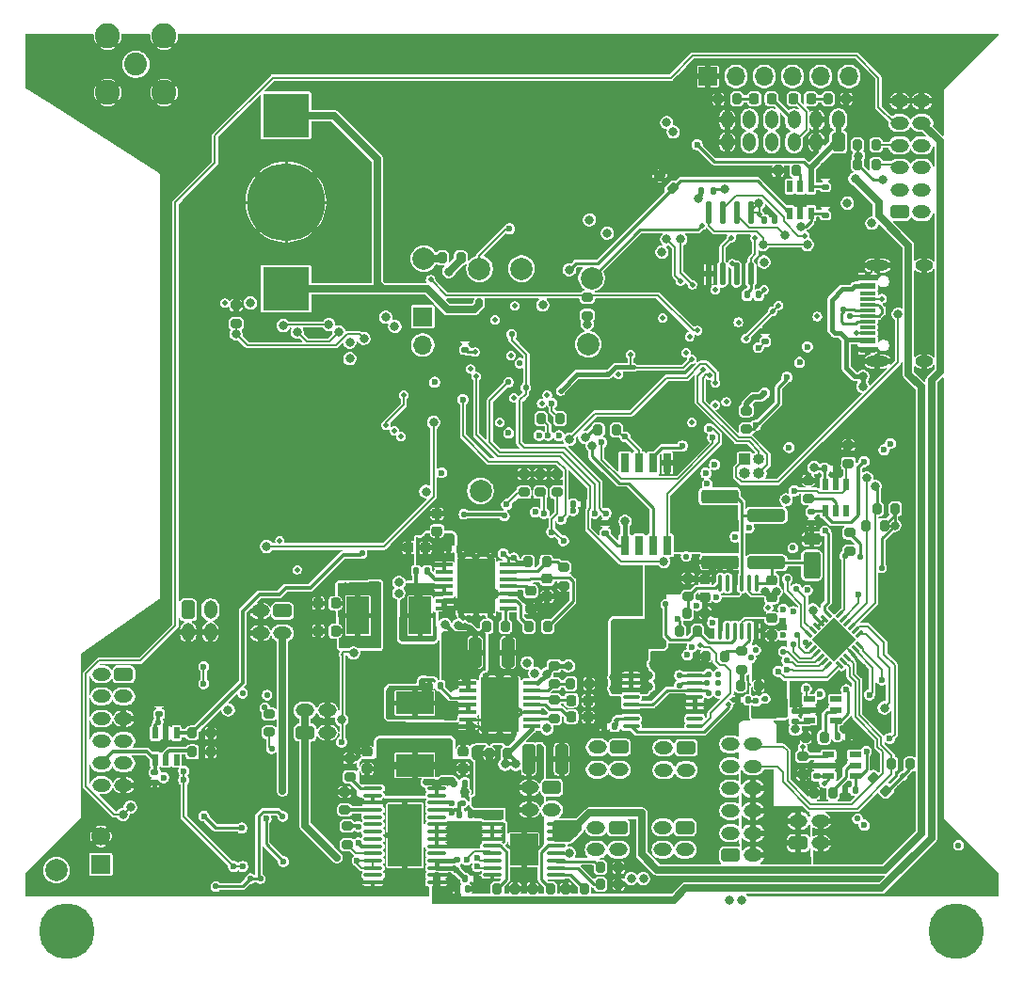
<source format=gbr>
%TF.GenerationSoftware,KiCad,Pcbnew,9.0.0*%
%TF.CreationDate,2025-08-26T23:06:38-07:00*%
%TF.ProjectId,FC_v5d,46435f76-3564-42e6-9b69-6361645f7063,rev?*%
%TF.SameCoordinates,Original*%
%TF.FileFunction,Copper,L4,Bot*%
%TF.FilePolarity,Positive*%
%FSLAX46Y46*%
G04 Gerber Fmt 4.6, Leading zero omitted, Abs format (unit mm)*
G04 Created by KiCad (PCBNEW 9.0.0) date 2025-08-26 23:06:38*
%MOMM*%
%LPD*%
G01*
G04 APERTURE LIST*
G04 Aperture macros list*
%AMRoundRect*
0 Rectangle with rounded corners*
0 $1 Rounding radius*
0 $2 $3 $4 $5 $6 $7 $8 $9 X,Y pos of 4 corners*
0 Add a 4 corners polygon primitive as box body*
4,1,4,$2,$3,$4,$5,$6,$7,$8,$9,$2,$3,0*
0 Add four circle primitives for the rounded corners*
1,1,$1+$1,$2,$3*
1,1,$1+$1,$4,$5*
1,1,$1+$1,$6,$7*
1,1,$1+$1,$8,$9*
0 Add four rect primitives between the rounded corners*
20,1,$1+$1,$2,$3,$4,$5,0*
20,1,$1+$1,$4,$5,$6,$7,0*
20,1,$1+$1,$6,$7,$8,$9,0*
20,1,$1+$1,$8,$9,$2,$3,0*%
%AMRotRect*
0 Rectangle, with rotation*
0 The origin of the aperture is its center*
0 $1 length*
0 $2 width*
0 $3 Rotation angle, in degrees counterclockwise*
0 Add horizontal line*
21,1,$1,$2,0,0,$3*%
G04 Aperture macros list end*
%TA.AperFunction,SMDPad,CuDef*%
%ADD10RoundRect,0.200000X0.200000X0.275000X-0.200000X0.275000X-0.200000X-0.275000X0.200000X-0.275000X0*%
%TD*%
%TA.AperFunction,ComponentPad*%
%ADD11RoundRect,0.250000X-0.350000X-0.575000X0.350000X-0.575000X0.350000X0.575000X-0.350000X0.575000X0*%
%TD*%
%TA.AperFunction,ComponentPad*%
%ADD12O,1.200000X1.650000*%
%TD*%
%TA.AperFunction,ComponentPad*%
%ADD13C,2.050000*%
%TD*%
%TA.AperFunction,ComponentPad*%
%ADD14C,2.250000*%
%TD*%
%TA.AperFunction,ComponentPad*%
%ADD15C,2.000000*%
%TD*%
%TA.AperFunction,ComponentPad*%
%ADD16C,5.000000*%
%TD*%
%TA.AperFunction,ComponentPad*%
%ADD17RoundRect,0.250000X-0.575000X0.350000X-0.575000X-0.350000X0.575000X-0.350000X0.575000X0.350000X0*%
%TD*%
%TA.AperFunction,ComponentPad*%
%ADD18O,1.650000X1.200000*%
%TD*%
%TA.AperFunction,ComponentPad*%
%ADD19RoundRect,0.250000X0.575000X-0.350000X0.575000X0.350000X-0.575000X0.350000X-0.575000X-0.350000X0*%
%TD*%
%TA.AperFunction,ComponentPad*%
%ADD20C,0.600000*%
%TD*%
%TA.AperFunction,ComponentPad*%
%ADD21R,1.700000X1.700000*%
%TD*%
%TA.AperFunction,ComponentPad*%
%ADD22C,1.700000*%
%TD*%
%TA.AperFunction,ComponentPad*%
%ADD23R,1.000000X1.000000*%
%TD*%
%TA.AperFunction,ComponentPad*%
%ADD24O,1.000000X1.000000*%
%TD*%
%TA.AperFunction,ComponentPad*%
%ADD25RoundRect,0.250000X0.350000X0.575000X-0.350000X0.575000X-0.350000X-0.575000X0.350000X-0.575000X0*%
%TD*%
%TA.AperFunction,ComponentPad*%
%ADD26O,1.700000X1.700000*%
%TD*%
%TA.AperFunction,SMDPad,CuDef*%
%ADD27RoundRect,0.200000X0.275000X-0.200000X0.275000X0.200000X-0.275000X0.200000X-0.275000X-0.200000X0*%
%TD*%
%TA.AperFunction,SMDPad,CuDef*%
%ADD28RoundRect,0.200000X-0.275000X0.200000X-0.275000X-0.200000X0.275000X-0.200000X0.275000X0.200000X0*%
%TD*%
%TA.AperFunction,SMDPad,CuDef*%
%ADD29RoundRect,0.225000X0.250000X-0.225000X0.250000X0.225000X-0.250000X0.225000X-0.250000X-0.225000X0*%
%TD*%
%TA.AperFunction,SMDPad,CuDef*%
%ADD30RoundRect,0.140000X0.170000X-0.140000X0.170000X0.140000X-0.170000X0.140000X-0.170000X-0.140000X0*%
%TD*%
%TA.AperFunction,SMDPad,CuDef*%
%ADD31RoundRect,0.100000X0.687500X0.100000X-0.687500X0.100000X-0.687500X-0.100000X0.687500X-0.100000X0*%
%TD*%
%TA.AperFunction,SMDPad,CuDef*%
%ADD32R,3.400000X5.000000*%
%TD*%
%TA.AperFunction,SMDPad,CuDef*%
%ADD33RoundRect,0.250000X-0.325000X-1.100000X0.325000X-1.100000X0.325000X1.100000X-0.325000X1.100000X0*%
%TD*%
%TA.AperFunction,SMDPad,CuDef*%
%ADD34RoundRect,0.140000X-0.140000X-0.170000X0.140000X-0.170000X0.140000X0.170000X-0.140000X0.170000X0*%
%TD*%
%TA.AperFunction,SMDPad,CuDef*%
%ADD35RoundRect,0.200000X-0.200000X-0.275000X0.200000X-0.275000X0.200000X0.275000X-0.200000X0.275000X0*%
%TD*%
%TA.AperFunction,SMDPad,CuDef*%
%ADD36R,0.550000X1.000000*%
%TD*%
%TA.AperFunction,SMDPad,CuDef*%
%ADD37RoundRect,0.140000X-0.170000X0.140000X-0.170000X-0.140000X0.170000X-0.140000X0.170000X0.140000X0*%
%TD*%
%TA.AperFunction,SMDPad,CuDef*%
%ADD38RoundRect,0.218750X0.218750X0.256250X-0.218750X0.256250X-0.218750X-0.256250X0.218750X-0.256250X0*%
%TD*%
%TA.AperFunction,SMDPad,CuDef*%
%ADD39RotRect,0.782600X0.254800X225.000000*%
%TD*%
%TA.AperFunction,SMDPad,CuDef*%
%ADD40RotRect,0.254800X0.782600X225.000000*%
%TD*%
%TA.AperFunction,SMDPad,CuDef*%
%ADD41RotRect,2.794000X2.794000X225.000000*%
%TD*%
%TA.AperFunction,SMDPad,CuDef*%
%ADD42RoundRect,0.225000X-0.225000X-0.250000X0.225000X-0.250000X0.225000X0.250000X-0.225000X0.250000X0*%
%TD*%
%TA.AperFunction,SMDPad,CuDef*%
%ADD43R,3.400000X2.000000*%
%TD*%
%TA.AperFunction,SMDPad,CuDef*%
%ADD44RoundRect,0.225000X-0.250000X0.225000X-0.250000X-0.225000X0.250000X-0.225000X0.250000X0.225000X0*%
%TD*%
%TA.AperFunction,SMDPad,CuDef*%
%ADD45RoundRect,0.250000X-0.500000X0.950000X-0.500000X-0.950000X0.500000X-0.950000X0.500000X0.950000X0*%
%TD*%
%TA.AperFunction,SMDPad,CuDef*%
%ADD46RoundRect,0.250000X-0.500000X0.275000X-0.500000X-0.275000X0.500000X-0.275000X0.500000X0.275000X0*%
%TD*%
%TA.AperFunction,SMDPad,CuDef*%
%ADD47RoundRect,0.140000X0.140000X0.170000X-0.140000X0.170000X-0.140000X-0.170000X0.140000X-0.170000X0*%
%TD*%
%TA.AperFunction,SMDPad,CuDef*%
%ADD48RoundRect,0.225000X0.225000X0.250000X-0.225000X0.250000X-0.225000X-0.250000X0.225000X-0.250000X0*%
%TD*%
%TA.AperFunction,SMDPad,CuDef*%
%ADD49RoundRect,0.135000X-0.135000X-0.185000X0.135000X-0.185000X0.135000X0.185000X-0.135000X0.185000X0*%
%TD*%
%TA.AperFunction,SMDPad,CuDef*%
%ADD50RoundRect,0.250000X1.425000X-0.362500X1.425000X0.362500X-1.425000X0.362500X-1.425000X-0.362500X0*%
%TD*%
%TA.AperFunction,SMDPad,CuDef*%
%ADD51O,1.730000X0.340000*%
%TD*%
%TA.AperFunction,ComponentPad*%
%ADD52C,0.500000*%
%TD*%
%TA.AperFunction,SMDPad,CuDef*%
%ADD53R,3.100000X5.600000*%
%TD*%
%TA.AperFunction,SMDPad,CuDef*%
%ADD54RoundRect,0.218750X-0.218750X-0.256250X0.218750X-0.256250X0.218750X0.256250X-0.218750X0.256250X0*%
%TD*%
%TA.AperFunction,SMDPad,CuDef*%
%ADD55R,1.000000X0.550000*%
%TD*%
%TA.AperFunction,SMDPad,CuDef*%
%ADD56RoundRect,0.135000X0.135000X0.185000X-0.135000X0.185000X-0.135000X-0.185000X0.135000X-0.185000X0*%
%TD*%
%TA.AperFunction,SMDPad,CuDef*%
%ADD57R,4.180000X3.900000*%
%TD*%
%TA.AperFunction,SMDPad,CuDef*%
%ADD58C,7.000000*%
%TD*%
%TA.AperFunction,SMDPad,CuDef*%
%ADD59R,0.800000X1.700000*%
%TD*%
%TA.AperFunction,SMDPad,CuDef*%
%ADD60RoundRect,0.100000X0.100000X-0.625000X0.100000X0.625000X-0.100000X0.625000X-0.100000X-0.625000X0*%
%TD*%
%TA.AperFunction,HeatsinkPad*%
%ADD61R,2.850000X1.650000*%
%TD*%
%TA.AperFunction,SMDPad,CuDef*%
%ADD62O,0.590000X2.050000*%
%TD*%
%TA.AperFunction,SMDPad,CuDef*%
%ADD63RoundRect,0.200000X-0.335876X-0.053033X-0.053033X-0.335876X0.335876X0.053033X0.053033X0.335876X0*%
%TD*%
%TA.AperFunction,SMDPad,CuDef*%
%ADD64RoundRect,0.100000X0.637500X0.100000X-0.637500X0.100000X-0.637500X-0.100000X0.637500X-0.100000X0*%
%TD*%
%TA.AperFunction,SMDPad,CuDef*%
%ADD65RoundRect,0.250000X1.450000X-0.312500X1.450000X0.312500X-1.450000X0.312500X-1.450000X-0.312500X0*%
%TD*%
%TA.AperFunction,SMDPad,CuDef*%
%ADD66O,1.750000X0.340000*%
%TD*%
%TA.AperFunction,SMDPad,CuDef*%
%ADD67R,2.500000X2.900000*%
%TD*%
%TA.AperFunction,SMDPad,CuDef*%
%ADD68R,1.450000X0.600000*%
%TD*%
%TA.AperFunction,SMDPad,CuDef*%
%ADD69R,1.450000X0.300000*%
%TD*%
%TA.AperFunction,ComponentPad*%
%ADD70O,1.600000X1.000000*%
%TD*%
%TA.AperFunction,ComponentPad*%
%ADD71O,2.100000X1.000000*%
%TD*%
%TA.AperFunction,SMDPad,CuDef*%
%ADD72R,2.000000X3.400000*%
%TD*%
%TA.AperFunction,ViaPad*%
%ADD73C,0.560000*%
%TD*%
%TA.AperFunction,ViaPad*%
%ADD74C,0.800000*%
%TD*%
%TA.AperFunction,ViaPad*%
%ADD75C,0.600000*%
%TD*%
%TA.AperFunction,ViaPad*%
%ADD76C,0.460000*%
%TD*%
%TA.AperFunction,Conductor*%
%ADD77C,0.152400*%
%TD*%
%TA.AperFunction,Conductor*%
%ADD78C,0.250000*%
%TD*%
%TA.AperFunction,Conductor*%
%ADD79C,0.400000*%
%TD*%
%TA.AperFunction,Conductor*%
%ADD80C,0.127000*%
%TD*%
%TA.AperFunction,Conductor*%
%ADD81C,0.500000*%
%TD*%
%TA.AperFunction,Conductor*%
%ADD82C,0.200000*%
%TD*%
%TA.AperFunction,Conductor*%
%ADD83C,0.300000*%
%TD*%
%TA.AperFunction,Conductor*%
%ADD84C,0.342392*%
%TD*%
%TA.AperFunction,Conductor*%
%ADD85C,0.635000*%
%TD*%
%TA.AperFunction,Conductor*%
%ADD86C,0.267208*%
%TD*%
G04 APERTURE END LIST*
D10*
%TO.P,R106,1,1*%
%TO.N,SDA_Top*%
X220075000Y-69000000D03*
%TO.P,R106,2,2*%
%TO.N,3.3V*%
X218425000Y-69000000D03*
%TD*%
%TO.P,R105,1,1*%
%TO.N,SCL_Top*%
X220075000Y-67250000D03*
%TO.P,R105,2,2*%
%TO.N,3.3V*%
X218425000Y-67250000D03*
%TD*%
D11*
%TO.P,J21,1,Pin_1*%
%TO.N,Heater Output*%
X158200000Y-109100000D03*
D12*
%TO.P,J21,2,Pin_2*%
%TO.N,GND*%
X158200000Y-111100001D03*
%TO.P,J21,3,Pin_3*%
%TO.N,Heater Output*%
X160200001Y-109100000D03*
%TO.P,J21,4,Pin_4*%
%TO.N,GND*%
X160200000Y-111100000D03*
%TD*%
D13*
%TO.P,J6,1,In*%
%TO.N,/RF1_ANT*%
X153500000Y-60000000D03*
D14*
%TO.P,J6,2,Ext*%
%TO.N,GND*%
X150960000Y-57460000D03*
X150960000Y-62540000D03*
X156040000Y-57460000D03*
X156040000Y-62540000D03*
%TD*%
D15*
%TO.P,TP6,1,1*%
%TO.N,Net-(IC3-EVI)*%
X179400000Y-77500000D03*
%TD*%
D16*
%TO.P,H2,1*%
%TO.N,N/C*%
X227300000Y-138000000D03*
%TD*%
D17*
%TO.P,J20,1,Pin_1*%
%TO.N,/Power Systems/IN_RBF*%
X190900000Y-125100000D03*
D18*
%TO.P,J20,2,Pin_2*%
%TO.N,VBUSP*%
X188899999Y-125100000D03*
%TO.P,J20,3,Pin_3*%
%TO.N,/Power Systems/IN_RBF*%
X190900000Y-127100001D03*
%TO.P,J20,4,Pin_4*%
%TO.N,VBUSP*%
X188900000Y-127100000D03*
%TD*%
D16*
%TO.P,H1,1*%
%TO.N,N/C*%
X147300000Y-138000000D03*
%TD*%
D17*
%TO.P,J7,1,Pin_1*%
%TO.N,/Power Systems/V_SYS*%
X203000000Y-121525001D03*
D18*
%TO.P,J7,2,Pin_2*%
%TO.N,/Power Systems/INHIB_2*%
X200999999Y-121525001D03*
%TO.P,J7,3,Pin_3*%
%TO.N,/Power Systems/V_SYS*%
X203000000Y-123525002D03*
%TO.P,J7,4,Pin_4*%
%TO.N,/Power Systems/INHIB_2*%
X201000000Y-123525001D03*
%TD*%
D17*
%TO.P,J17,1,Pin_1*%
%TO.N,VSOLAR*%
X152400000Y-114899999D03*
D18*
%TO.P,J17,2,Pin_2*%
%TO.N,F4_SDA*%
X150399999Y-114899999D03*
%TO.P,J17,3,Pin_3*%
%TO.N,VSOLAR*%
X152400000Y-116900000D03*
%TO.P,J17,4,Pin_4*%
%TO.N,F4_PWR*%
X150400000Y-116899999D03*
%TO.P,J17,5,Pin_5*%
%TO.N,GND*%
X152400000Y-118899999D03*
%TO.P,J17,6,Pin_6*%
%TO.N,F4_SCL*%
X150400000Y-118900000D03*
%TO.P,J17,7,Pin_7*%
%TO.N,VSOLAR*%
X152400000Y-120899999D03*
%TO.P,J17,8,Pin_8*%
%TO.N,F5_SDA*%
X150400000Y-120899999D03*
%TO.P,J17,9,Pin_9*%
%TO.N,VSOLAR*%
X152400000Y-122899999D03*
%TO.P,J17,10,Pin_10*%
%TO.N,F5_PWR*%
X150400000Y-122899999D03*
%TO.P,J17,11,Pin_11*%
%TO.N,GND*%
X152400000Y-124899999D03*
%TO.P,J17,12,Pin_12*%
%TO.N,F5_SCL*%
X150400000Y-124899999D03*
%TD*%
D15*
%TO.P,TP5,1,1*%
%TO.N,+5V*%
X184500000Y-98400000D03*
%TD*%
D17*
%TO.P,J10,1,Pin_1*%
%TO.N,/Power Systems/INHIB_2*%
X197000000Y-121475001D03*
D18*
%TO.P,J10,2,Pin_2*%
%TO.N,/Power Systems/IN_RBF*%
X194999999Y-121475001D03*
%TO.P,J10,3,Pin_3*%
%TO.N,/Power Systems/INHIB_2*%
X197000000Y-123475002D03*
%TO.P,J10,4,Pin_4*%
%TO.N,/Power Systems/IN_RBF*%
X195000000Y-123475001D03*
%TD*%
D19*
%TO.P,J19,1,Pin_1*%
%TO.N,/Power Systems/B-*%
X213100000Y-130100001D03*
D18*
%TO.P,J19,2,Pin_2*%
%TO.N,GND*%
X215100001Y-130100001D03*
%TO.P,J19,3,Pin_3*%
%TO.N,/Power Systems/B-*%
X213100000Y-128100000D03*
%TO.P,J19,4,Pin_4*%
%TO.N,GND*%
X215100000Y-128100001D03*
%TD*%
D17*
%TO.P,J8,1,Pin_1*%
%TO.N,/Power Systems/V_SYS*%
X202900000Y-128700000D03*
D18*
%TO.P,J8,2,Pin_2*%
%TO.N,/Power Systems/INHIB_1*%
X200899999Y-128700000D03*
%TO.P,J8,3,Pin_3*%
%TO.N,/Power Systems/V_SYS*%
X202900000Y-130700001D03*
%TO.P,J8,4,Pin_4*%
%TO.N,/Power Systems/INHIB_1*%
X200900000Y-130700000D03*
%TD*%
D15*
%TO.P,TP2,1,1*%
%TO.N,FC_RESET*%
X194200000Y-85200000D03*
%TD*%
%TO.P,TP8,1,1*%
%TO.N,RF1_IO0*%
X188200000Y-78400000D03*
%TD*%
%TO.P,TP3,1,1*%
%TO.N,3.3V*%
X146350000Y-132550000D03*
%TD*%
D20*
%TO.P,U18,61,GND*%
%TO.N,GND*%
X206080680Y-83474776D03*
X205108408Y-84447048D03*
X204136136Y-85419320D03*
X207052952Y-84447048D03*
X206080680Y-85419320D03*
X205108408Y-86391592D03*
X208025224Y-85419320D03*
X207052952Y-86391592D03*
X206080680Y-87363864D03*
%TD*%
D17*
%TO.P,J29,1,Pin_1*%
%TO.N,/Power Systems/INHIB_1*%
X196900000Y-128700001D03*
D18*
%TO.P,J29,2,Pin_2*%
%TO.N,/Power Systems/IN_RBF*%
X194899999Y-128700001D03*
%TO.P,J29,3,Pin_3*%
%TO.N,/Power Systems/INHIB_1*%
X196900000Y-130700002D03*
%TO.P,J29,4,Pin_4*%
%TO.N,/Power Systems/IN_RBF*%
X194900000Y-130700001D03*
%TD*%
D19*
%TO.P,J23,1,Pin_1*%
%TO.N,DEPLOY1_AUX*%
X168725000Y-120150000D03*
D18*
%TO.P,J23,2,Pin_2*%
%TO.N,GND*%
X170725001Y-120150000D03*
%TO.P,J23,3,Pin_3*%
%TO.N,DEPLOY1_AUX*%
X168725000Y-118149999D03*
%TO.P,J23,4,Pin_4*%
%TO.N,GND*%
X170725000Y-118150000D03*
%TD*%
D21*
%TO.P,J4,1,Pin_1*%
%TO.N,WDT_DISABLE*%
X150350000Y-132025000D03*
D22*
%TO.P,J4,2,Pin_2*%
%TO.N,GND*%
X150350000Y-129485000D03*
%TD*%
D15*
%TO.P,TP7,1,1*%
%TO.N,RF1_IO4*%
X184400000Y-78400000D03*
%TD*%
D23*
%TO.P,J22,1,Pin_1*%
%TO.N,FC_RESET*%
X208275000Y-95550000D03*
D24*
%TO.P,J22,2,Pin_2*%
%TO.N,SWCLK*%
X209545000Y-95550000D03*
%TO.P,J22,3,Pin_3*%
%TO.N,GND*%
X208275000Y-96820000D03*
%TO.P,J22,4,Pin_4*%
%TO.N,SWDIO*%
X209545000Y-96820000D03*
%TD*%
D15*
%TO.P,TP1,1,1*%
%TO.N,USBBOOT*%
X194500000Y-79250000D03*
%TD*%
D17*
%TO.P,J24,1,Pin_1*%
%TO.N,DEPLOY2*%
X166700000Y-109200000D03*
D18*
%TO.P,J24,2,Pin_2*%
%TO.N,GND*%
X164699999Y-109200000D03*
%TO.P,J24,3,Pin_3*%
%TO.N,DEPLOY2*%
X166700000Y-111200001D03*
%TO.P,J24,4,Pin_4*%
%TO.N,GND*%
X164700000Y-111200000D03*
%TD*%
D19*
%TO.P,J16,1,Pin_1*%
%TO.N,USBBOOT*%
X222200001Y-73300000D03*
D18*
%TO.P,J16,2,Pin_2*%
%TO.N,FC_RESET*%
X224200001Y-73300000D03*
%TO.P,J16,3,Pin_3*%
%TO.N,USB_D+*%
X222200001Y-71300000D03*
%TO.P,J16,4,Pin_4*%
%TO.N,USB_D-*%
X224200001Y-71300000D03*
%TO.P,J16,5,Pin_5*%
%TO.N,SDA_Top*%
X222200001Y-69300000D03*
%TO.P,J16,6,Pin_6*%
%TO.N,3.3V*%
X224200001Y-69300000D03*
%TO.P,J16,7,Pin_7*%
%TO.N,SCL_Top*%
X222200001Y-67300000D03*
%TO.P,J16,8,Pin_8*%
%TO.N,Dir_Chrg_In*%
X224200001Y-67300000D03*
%TO.P,J16,9,Pin_9*%
%TO.N,WDT_DISABLE*%
X222200001Y-65300000D03*
%TO.P,J16,10,Pin_10*%
%TO.N,DEPLOY1*%
X224200001Y-65300000D03*
%TO.P,J16,11,Pin_11*%
%TO.N,GND*%
X222200001Y-63300000D03*
%TO.P,J16,12,Pin_12*%
X224200001Y-63300000D03*
%TD*%
D19*
%TO.P,J14,1,Pin_1*%
%TO.N,Dir_Chrg_In*%
X206999999Y-131200000D03*
D18*
%TO.P,J14,2,Pin_2*%
%TO.N,/Power Systems/B-*%
X209000000Y-131200000D03*
%TO.P,J14,3,Pin_3*%
%TO.N,Dir_Chrg_In*%
X206999999Y-129199999D03*
%TO.P,J14,4,Pin_4*%
%TO.N,/Power Systems/B-*%
X208999999Y-129200000D03*
%TO.P,J14,5,Pin_5*%
%TO.N,Dir_Chrg_In*%
X206999999Y-127200000D03*
%TO.P,J14,6,Pin_6*%
%TO.N,/Power Systems/B-*%
X208999999Y-127199999D03*
%TO.P,J14,7,Pin_7*%
%TO.N,Dir_Chrg_In*%
X206999999Y-125200000D03*
%TO.P,J14,8,Pin_8*%
%TO.N,/Power Systems/B-*%
X208999999Y-125200000D03*
%TO.P,J14,9,Pin_9*%
%TO.N,Dir_Chrg_In*%
X206999999Y-123200000D03*
%TO.P,J14,10,Pin_10*%
%TO.N,BATT_SDA*%
X208999999Y-123200000D03*
%TO.P,J14,11,Pin_11*%
%TO.N,3.3V*%
X206999999Y-121200000D03*
%TO.P,J14,12,Pin_12*%
%TO.N,BATT_SCL*%
X208999999Y-121200000D03*
%TD*%
D25*
%TO.P,J18,1,Pin_1*%
%TO.N,PAYLOAD_PWR*%
X216700000Y-67000000D03*
D12*
%TO.P,J18,2,Pin_2*%
X216700000Y-65000000D03*
%TO.P,J18,3,Pin_3*%
%TO.N,GND*%
X214700000Y-67000000D03*
%TO.P,J18,4,Pin_4*%
X214700000Y-65000000D03*
%TO.P,J18,5,Pin_5*%
%TO.N,TX0*%
X212700000Y-67000000D03*
%TO.P,J18,6,Pin_6*%
%TO.N,RX0*%
X212700000Y-65000000D03*
%TO.P,J18,7,Pin_7*%
%TO.N,PAYLOAD_BATT*%
X210700000Y-67000000D03*
%TO.P,J18,8,Pin_8*%
X210700000Y-65000000D03*
%TO.P,J18,9,Pin_9*%
%TO.N,TX1*%
X208700000Y-67000000D03*
%TO.P,J18,10,Pin_10*%
%TO.N,RX1*%
X208700000Y-65000000D03*
%TO.P,J18,11,Pin_11*%
%TO.N,GND*%
X206700000Y-67000000D03*
%TO.P,J18,12,Pin_12*%
X206700000Y-65000000D03*
%TD*%
D21*
%TO.P,J3,1,Pin_1*%
%TO.N,GND*%
X204950000Y-61100000D03*
D26*
%TO.P,J3,2,Pin_2*%
%TO.N,SCL1*%
X207490000Y-61100000D03*
%TO.P,J3,3,Pin_3*%
%TO.N,SDA1*%
X210029999Y-61100000D03*
%TO.P,J3,4,Pin_4*%
%TO.N,RX0*%
X212570000Y-61100000D03*
%TO.P,J3,5,Pin_5*%
%TO.N,TX0*%
X215110000Y-61100000D03*
%TO.P,J3,6,Pin_6*%
%TO.N,3.3V*%
X217650000Y-61100000D03*
%TD*%
D21*
%TO.P,J1,1,Pin_1*%
%TO.N,3.3V*%
X179300000Y-82725000D03*
D26*
%TO.P,J1,2,Pin_2*%
%TO.N,Net-(D5-A)*%
X179300000Y-85265000D03*
%TD*%
D27*
%TO.P,R43,1,1*%
%TO.N,Net-(U10-PG)*%
X191131250Y-118875000D03*
%TO.P,R43,2,2*%
%TO.N,Net-(U10-VREG5)*%
X191131250Y-117225000D03*
%TD*%
%TO.P,R71,1,1*%
%TO.N,Net-(IC6-VFB)*%
X203200000Y-107925000D03*
%TO.P,R71,2,2*%
%TO.N,/Power Systems/VBATT_SENSE*%
X203200000Y-106275000D03*
%TD*%
D28*
%TO.P,R51,1*%
%TO.N,GND*%
X214000000Y-97450000D03*
%TO.P,R51,2*%
%TO.N,Net-(U21-ILIM)*%
X214000000Y-99100000D03*
%TD*%
D29*
%TO.P,C40,1,1*%
%TO.N,/Power Systems/V_SYS*%
X210700000Y-111375000D03*
%TO.P,C40,2,2*%
%TO.N,GND*%
X210700000Y-109825000D03*
%TD*%
D30*
%TO.P,C53,1,1*%
%TO.N,3.3V*%
X212775000Y-119155000D03*
%TO.P,C53,2,2*%
%TO.N,GND*%
X212775000Y-118195000D03*
%TD*%
D31*
%TO.P,U13,1,VO*%
%TO.N,+5V*%
X186962500Y-105050000D03*
%TO.P,U13,2,VFB*%
%TO.N,Net-(U13-VFB)*%
X186962500Y-105700000D03*
%TO.P,U13,3,VREG5*%
%TO.N,Net-(U13-VREG5)*%
X186962500Y-106350000D03*
%TO.P,U13,4,SS*%
%TO.N,Net-(U13-SS)*%
X186962500Y-107000000D03*
%TO.P,U13,5,GND*%
%TO.N,GND*%
X186962500Y-107650000D03*
%TO.P,U13,6,PG*%
%TO.N,Net-(U13-PG)*%
X186962500Y-108300000D03*
%TO.P,U13,7,EN*%
%TO.N,Net-(U13-EN)*%
X186962500Y-108950000D03*
%TO.P,U13,8,PGND1*%
%TO.N,GND*%
X181237500Y-108950000D03*
%TO.P,U13,9,PGND2*%
X181237500Y-108300000D03*
%TO.P,U13,10,SW1*%
%TO.N,/Power Systems/5vSW*%
X181237500Y-107650000D03*
%TO.P,U13,11,SW2*%
X181237500Y-107000000D03*
%TO.P,U13,12,VBST*%
%TO.N,Net-(U13-VBST)*%
X181237500Y-106350000D03*
%TO.P,U13,13,VIN*%
%TO.N,VBUSP*%
X181237500Y-105700000D03*
%TO.P,U13,14,VCC*%
X181237500Y-105050000D03*
D20*
%TO.P,U13,15,EPAD*%
%TO.N,GND*%
X185400000Y-109600000D03*
X185400000Y-108300000D03*
X185400000Y-107000000D03*
X185400000Y-105700000D03*
X185400000Y-104400000D03*
X184100000Y-109600000D03*
X184100000Y-108300000D03*
X184100000Y-107000000D03*
D32*
X184100000Y-107000000D03*
D20*
X184100000Y-105700000D03*
X184100000Y-104400000D03*
X182800000Y-109600000D03*
X182800000Y-108300000D03*
X182800000Y-107000000D03*
X182800000Y-105700000D03*
X182800000Y-104400000D03*
%TD*%
D33*
%TO.P,C25,1,1*%
%TO.N,VBUSP*%
X188849999Y-122550000D03*
%TO.P,C25,2,2*%
%TO.N,GND*%
X191800001Y-122550000D03*
%TD*%
D27*
%TO.P,R76,1,1*%
%TO.N,GND*%
X213500000Y-123925000D03*
%TO.P,R76,2,2*%
%TO.N,FACE2_ENABLE*%
X213500000Y-122275000D03*
%TD*%
D10*
%TO.P,R86,1*%
%TO.N,GND*%
X160225000Y-121900000D03*
%TO.P,R86,2*%
%TO.N,Net-(U27-ILIM)*%
X158575000Y-121900000D03*
%TD*%
D28*
%TO.P,R67,1,1*%
%TO.N,GND*%
X191400000Y-96875000D03*
%TO.P,R67,2,2*%
%TO.N,FACE0_ENABLE*%
X191400000Y-98525000D03*
%TD*%
D34*
%TO.P,C58,1,1*%
%TO.N,Heater Output*%
X182120000Y-124700000D03*
%TO.P,C58,2,2*%
%TO.N,GND*%
X183080000Y-124700000D03*
%TD*%
D27*
%TO.P,R102,1,1*%
%TO.N,Net-(U6-CL)*%
X172300000Y-127125000D03*
%TO.P,R102,2,2*%
%TO.N,GND*%
X172300000Y-125475000D03*
%TD*%
D35*
%TO.P,R103,1,1*%
%TO.N,/Power Systems/Load Switches/Deploy2_EN*%
X189975000Y-91900000D03*
%TO.P,R103,2,2*%
%TO.N,FIRE_DEPLOY2_B*%
X191625000Y-91900000D03*
%TD*%
D36*
%TO.P,U29,1,Input*%
%TO.N,3.3V*%
X214225001Y-73400001D03*
%TO.P,U29,2,GND*%
%TO.N,GND*%
X213275001Y-73400001D03*
%TO.P,U29,3,EN*%
%TO.N,PAYLOAD_PWR_ENABLE*%
X212325001Y-73400001D03*
%TO.P,U29,4,~{Fault}*%
%TO.N,unconnected-(U29-~{Fault}-Pad4)*%
X212325001Y-71000001D03*
%TO.P,U29,5,ILIM*%
%TO.N,Net-(U29-ILIM)*%
X213275001Y-71000001D03*
%TO.P,U29,6,Output*%
%TO.N,PAYLOAD_PWR*%
X214225001Y-71000001D03*
%TD*%
D37*
%TO.P,C60,1,1*%
%TO.N,F5_PWR*%
X155200000Y-123720000D03*
%TO.P,C60,2,2*%
%TO.N,GND*%
X155200000Y-124680000D03*
%TD*%
D27*
%TO.P,R66,1,1*%
%TO.N,Net-(R65-Pad2)*%
X208000000Y-114475000D03*
%TO.P,R66,2,2*%
%TO.N,Net-(IC6-VIN_REG)*%
X208000000Y-112825000D03*
%TD*%
D38*
%TO.P,D1,1,K*%
%TO.N,Net-(D1-K)*%
X214236250Y-63100000D03*
%TO.P,D1,2,A*%
%TO.N,TX0*%
X212661250Y-63100000D03*
%TD*%
D30*
%TO.P,C18,1,1*%
%TO.N,3.3V*%
X183100000Y-85680000D03*
%TO.P,C18,2,2*%
%TO.N,GND*%
X183100000Y-84720000D03*
%TD*%
D27*
%TO.P,R38,1,1*%
%TO.N,Net-(U10-VFB)*%
X191131250Y-115775000D03*
%TO.P,R38,2,2*%
%TO.N,3.3V*%
X191131250Y-114125000D03*
%TD*%
D35*
%TO.P,R125,1*%
%TO.N,VBUSP*%
X185075000Y-110600000D03*
%TO.P,R125,2*%
%TO.N,Net-(U13-EN)*%
X186725000Y-110600000D03*
%TD*%
D27*
%TO.P,R96,1,1*%
%TO.N,RF2_RX_EN*%
X162500000Y-83325000D03*
%TO.P,R96,2,2*%
%TO.N,GND*%
X162500000Y-81675000D03*
%TD*%
D34*
%TO.P,C27,1,1*%
%TO.N,/Power Systems/3v3SW*%
X179920000Y-115900000D03*
%TO.P,C27,2,2*%
%TO.N,Net-(U10-VBST)*%
X180880000Y-115900000D03*
%TD*%
D39*
%TO.P,U12,1,SD0*%
%TO.N,F0_SDA*%
X216797153Y-109534628D03*
%TO.P,U12,2,SC0*%
%TO.N,F0_SCL*%
X217150799Y-109888275D03*
%TO.P,U12,3,SD1*%
%TO.N,F1_SDA*%
X217504441Y-110241916D03*
%TO.P,U12,4,SC1*%
%TO.N,F1_SCL*%
X217858084Y-110595559D03*
%TO.P,U12,5,SD2*%
%TO.N,F2_SDA*%
X218211725Y-110949201D03*
%TO.P,U12,6,SC2*%
%TO.N,F2_SCL*%
X218565372Y-111302847D03*
D40*
%TO.P,U12,7,SD3*%
%TO.N,F3_SDA*%
X218565372Y-112297153D03*
%TO.P,U12,8,SC3*%
%TO.N,F3_SCL*%
X218211725Y-112650799D03*
%TO.P,U12,9,GND_2*%
%TO.N,GND*%
X217858084Y-113004441D03*
%TO.P,U12,10,SD4*%
%TO.N,BATT_SDA*%
X217504441Y-113358084D03*
%TO.P,U12,11,SC4*%
%TO.N,BATT_SCL*%
X217150799Y-113711725D03*
%TO.P,U12,12,SD5*%
%TO.N,F4_SDA*%
X216797153Y-114065372D03*
D39*
%TO.P,U12,13,SC5*%
%TO.N,F4_SCL*%
X215802847Y-114065372D03*
%TO.P,U12,14,SD6*%
%TO.N,F5_SDA*%
X215449201Y-113711725D03*
%TO.P,U12,15,SC6*%
%TO.N,F5_SCL*%
X215095559Y-113358084D03*
%TO.P,U12,16,SD7*%
%TO.N,SDA_Top*%
X214741916Y-113004441D03*
%TO.P,U12,17,SC7*%
%TO.N,SCL_Top*%
X214388275Y-112650799D03*
%TO.P,U12,18,A2*%
%TO.N,3.3V*%
X214034628Y-112297153D03*
D40*
%TO.P,U12,19,SCL*%
%TO.N,Net-(U12A-SCL)*%
X214034628Y-111302847D03*
%TO.P,U12,20,SDA*%
%TO.N,Net-(U12A-SDA)*%
X214388275Y-110949201D03*
%TO.P,U12,21,VCC*%
%TO.N,3.3V*%
X214741916Y-110595559D03*
%TO.P,U12,22,A0*%
X215095559Y-110241916D03*
%TO.P,U12,23,A1*%
X215449201Y-109888275D03*
%TO.P,U12,24,RESET*%
%TO.N,~{MUX_RESET}*%
X215802847Y-109534628D03*
D41*
%TO.P,U12,25,GND*%
%TO.N,GND*%
X216300000Y-111800000D03*
%TD*%
D42*
%TO.P,C36,1,1*%
%TO.N,Net-(U10-SS)*%
X192656250Y-118750000D03*
%TO.P,C36,2,2*%
%TO.N,GND*%
X194206250Y-118750000D03*
%TD*%
D43*
%TO.P,L4,1,1*%
%TO.N,3.3V*%
X178600000Y-123100000D03*
%TO.P,L4,2,2*%
%TO.N,/Power Systems/3v3SW*%
X178600000Y-117500000D03*
%TD*%
D35*
%TO.P,R61,1,1*%
%TO.N,F1_SDA*%
X219175000Y-101500000D03*
%TO.P,R61,2,2*%
%TO.N,3.3V*%
X220825000Y-101500000D03*
%TD*%
%TO.P,R14,1,1*%
%TO.N,Net-(IC3-EVI)*%
X181075000Y-77400000D03*
%TO.P,R14,2,2*%
%TO.N,3.3V*%
X182725000Y-77400000D03*
%TD*%
%TO.P,R88,1,1*%
%TO.N,BATT_SDA*%
X221475000Y-123000000D03*
%TO.P,R88,2,2*%
%TO.N,3.3V*%
X223125000Y-123000000D03*
%TD*%
%TO.P,R70,1*%
%TO.N,3.3V*%
X202375000Y-111000000D03*
%TO.P,R70,2*%
%TO.N,~{CHARGE}*%
X204025000Y-111000000D03*
%TD*%
D44*
%TO.P,C42,1,1*%
%TO.N,/Power Systems/VBATT_SENSE*%
X204708799Y-106391199D03*
%TO.P,C42,2,2*%
%TO.N,GND*%
X204708799Y-107941199D03*
%TD*%
D45*
%TO.P,D13,1,K*%
%TO.N,Net-(D13-K)*%
X214300000Y-105100000D03*
D46*
%TO.P,D13,2,A*%
%TO.N,GND*%
X214300000Y-102725000D03*
%TD*%
D27*
%TO.P,R101,1,1*%
%TO.N,Net-(U6-DIAG_EN)*%
X172750000Y-124125000D03*
%TO.P,R101,2,2*%
%TO.N,GND*%
X172750000Y-122475000D03*
%TD*%
D34*
%TO.P,C57,1,1*%
%TO.N,DEPLOY2*%
X182620000Y-127500000D03*
%TO.P,C57,2,2*%
%TO.N,GND*%
X183580000Y-127500000D03*
%TD*%
D47*
%TO.P,C5,1,1*%
%TO.N,Net-(U13-VBST)*%
X179680000Y-105575000D03*
%TO.P,C5,2,2*%
%TO.N,/Power Systems/5vSW*%
X178720000Y-105575000D03*
%TD*%
D44*
%TO.P,C41,1,1*%
%TO.N,Net-(D13-K)*%
X210708799Y-106425000D03*
%TO.P,C41,2,2*%
%TO.N,Net-(D12-K)*%
X210708799Y-107975000D03*
%TD*%
D28*
%TO.P,R77,1,1*%
%TO.N,GND*%
X188400000Y-96875000D03*
%TO.P,R77,2,2*%
%TO.N,FACE4_ENABLE*%
X188400000Y-98525000D03*
%TD*%
D30*
%TO.P,C80,1,1*%
%TO.N,PAYLOAD_PWR*%
X215525001Y-71035002D03*
%TO.P,C80,2,2*%
%TO.N,GND*%
X215525001Y-70075002D03*
%TD*%
D42*
%TO.P,C37,1,1*%
%TO.N,Net-(U10-VREG5)*%
X192656250Y-117250000D03*
%TO.P,C37,2,2*%
%TO.N,GND*%
X194206250Y-117250000D03*
%TD*%
D44*
%TO.P,C4,1,1*%
%TO.N,Net-(U13-VREG5)*%
X190500000Y-106325000D03*
%TO.P,C4,2,2*%
%TO.N,GND*%
X190500000Y-107875000D03*
%TD*%
D34*
%TO.P,C54,1,1*%
%TO.N,DEPLOY1*%
X182420000Y-134250000D03*
%TO.P,C54,2,2*%
%TO.N,GND*%
X183380000Y-134250000D03*
%TD*%
D10*
%TO.P,R82,1,1*%
%TO.N,GND*%
X196924999Y-133800000D03*
%TO.P,R82,2,2*%
%TO.N,Net-(U25-SEL2)*%
X195274999Y-133800000D03*
%TD*%
%TO.P,R65,1*%
%TO.N,/Power Systems/V_SYS*%
X209525000Y-115900000D03*
%TO.P,R65,2*%
%TO.N,Net-(R65-Pad2)*%
X207875000Y-115900000D03*
%TD*%
%TO.P,R84,1,1*%
%TO.N,VBUSP*%
X187625000Y-134200000D03*
%TO.P,R84,2,2*%
%TO.N,/Power Systems/Load Switches/ILIM1*%
X185975000Y-134200000D03*
%TD*%
D37*
%TO.P,C48,1,1*%
%TO.N,F1_PWR*%
X214250000Y-100295000D03*
%TO.P,C48,2,2*%
%TO.N,GND*%
X214250000Y-101255000D03*
%TD*%
D30*
%TO.P,C79,1,1*%
%TO.N,3.3V*%
X215525001Y-73585002D03*
%TO.P,C79,2,2*%
%TO.N,GND*%
X215525001Y-72625002D03*
%TD*%
D48*
%TO.P,C3,1,1*%
%TO.N,VBUSP*%
X179575000Y-103500000D03*
%TO.P,C3,2,2*%
%TO.N,GND*%
X178025000Y-103500000D03*
%TD*%
D49*
%TO.P,R9,1*%
%TO.N,TX0*%
X204390001Y-71400000D03*
%TO.P,R9,2*%
%TO.N,/RP2350AHHHHHHHHH/FLASH_SS*%
X205409999Y-71400000D03*
%TD*%
D10*
%TO.P,R55,1,1*%
%TO.N,Net-(U25-DIA_EN)*%
X193825000Y-134200000D03*
%TO.P,R55,2,2*%
%TO.N,GND*%
X192175000Y-134200000D03*
%TD*%
D36*
%TO.P,U27,1,Input*%
%TO.N,3.3V*%
X155250000Y-120200000D03*
%TO.P,U27,2,GND*%
%TO.N,GND*%
X156200000Y-120200000D03*
%TO.P,U27,3,EN*%
%TO.N,FACE5_ENABLE*%
X157150000Y-120200000D03*
%TO.P,U27,4,~{Fault}*%
%TO.N,unconnected-(U27-~{Fault}-Pad4)*%
X157150000Y-122600000D03*
%TO.P,U27,5,ILIM*%
%TO.N,Net-(U27-ILIM)*%
X156200000Y-122600000D03*
%TO.P,U27,6,Output*%
%TO.N,F5_PWR*%
X155250000Y-122600000D03*
%TD*%
D10*
%TO.P,R40,1,1*%
%TO.N,GND*%
X194256250Y-115750000D03*
%TO.P,R40,2,2*%
%TO.N,Net-(U10-VFB)*%
X192606250Y-115750000D03*
%TD*%
%TO.P,R85,1,1*%
%TO.N,GND*%
X196925000Y-132300000D03*
%TO.P,R85,2,2*%
%TO.N,Net-(U25-SEL1)*%
X195275000Y-132300000D03*
%TD*%
%TO.P,R74,1,1*%
%TO.N,GND*%
X204725000Y-109400000D03*
%TO.P,R74,2,2*%
%TO.N,Net-(IC6-VFB)*%
X203075000Y-109400000D03*
%TD*%
D34*
%TO.P,C55,1,1*%
%TO.N,F3_PWR*%
X216595000Y-120500000D03*
%TO.P,C55,2,2*%
%TO.N,GND*%
X217555000Y-120500000D03*
%TD*%
D35*
%TO.P,R4,1,1*%
%TO.N,Net-(D1-K)*%
X215763750Y-63100000D03*
%TO.P,R4,2,2*%
%TO.N,GND*%
X217413750Y-63100000D03*
%TD*%
D28*
%TO.P,R42,1,1*%
%TO.N,Net-(U13-VFB)*%
X192000000Y-105275000D03*
%TO.P,R42,2,2*%
%TO.N,GND*%
X192000000Y-106925000D03*
%TD*%
D35*
%TO.P,R47,1*%
%TO.N,GND*%
X214525000Y-125600000D03*
%TO.P,R47,2*%
%TO.N,Net-(U22-ILIM)*%
X216175000Y-125600000D03*
%TD*%
%TO.P,R124,1*%
%TO.N,VBUSP*%
X185275000Y-122000000D03*
%TO.P,R124,2*%
%TO.N,~{3v3_RESET}*%
X186925000Y-122000000D03*
%TD*%
D28*
%TO.P,R73,1,1*%
%TO.N,F5_SDA*%
X165500000Y-118475000D03*
%TO.P,R73,2,2*%
%TO.N,3.3V*%
X165500000Y-120125000D03*
%TD*%
D50*
%TO.P,R75,1,1*%
%TO.N,/Power Systems/VBATT_SENSE*%
X206008799Y-104803700D03*
%TO.P,R75,2,2*%
%TO.N,Net-(IC6-SENSE)*%
X206008799Y-98878700D03*
%TD*%
D30*
%TO.P,C49,1,1*%
%TO.N,3.3V*%
X214750000Y-124080000D03*
%TO.P,C49,2,2*%
%TO.N,GND*%
X214750000Y-123120000D03*
%TD*%
D35*
%TO.P,R23,1,1*%
%TO.N,+5V*%
X188775000Y-104800000D03*
%TO.P,R23,2,2*%
%TO.N,Net-(U13-VFB)*%
X190425000Y-104800000D03*
%TD*%
D51*
%TO.P,U6,1,GND*%
%TO.N,GND*%
X174830000Y-133630000D03*
%TO.P,U6,2,NC*%
%TO.N,unconnected-(U6-NC-Pad19)*%
X174830000Y-132980000D03*
%TO.P,U6,3,IN1*%
%TO.N,/Power Systems/Load Switches/Deploy1_EN*%
X174830000Y-132329999D03*
%TO.P,U6,4,IN2*%
X174830000Y-131680000D03*
%TO.P,U6,5,IN3*%
%TO.N,/Power Systems/Load Switches/Heater_EN*%
X174830000Y-131030001D03*
%TO.P,U6,6,IN4*%
%TO.N,/Power Systems/Load Switches/Deploy2_EN*%
X174830000Y-130380000D03*
%TO.P,U6,7,~{ST1}*%
%TO.N,unconnected-(U6-~{ST1}-Pad7)*%
X174830000Y-129720000D03*
%TO.P,U6,8,~{ST2}*%
%TO.N,unconnected-(U6-~{ST2}-Pad8)*%
X174830000Y-129070000D03*
%TO.P,U6,9,~{ST3}*%
%TO.N,unconnected-(U6-~{ST3}-Pad9)*%
X174830000Y-128420000D03*
%TO.P,U6,10,~{ST4}*%
%TO.N,unconnected-(U6-~{ST4}-Pad10)*%
X174830000Y-127769999D03*
%TO.P,U6,11,CL*%
%TO.N,Net-(U6-CL)*%
X174830000Y-127120000D03*
%TO.P,U6,12,GND*%
%TO.N,GND*%
X174830000Y-126470001D03*
%TO.P,U6,13,THER*%
X174830000Y-125820000D03*
%TO.P,U6,14,DIAG_EN*%
%TO.N,Net-(U6-DIAG_EN)*%
X174830000Y-125170000D03*
%TO.P,U6,15,OUT4*%
%TO.N,Heater Output*%
X180570000Y-125170000D03*
%TO.P,U6,16,OUT4*%
X180570000Y-125820000D03*
%TO.P,U6,17,OUT3*%
%TO.N,DEPLOY2*%
X180570000Y-126470001D03*
%TO.P,U6,18,OUT3*%
X180570000Y-127120000D03*
%TO.P,U6,19,NC*%
%TO.N,unconnected-(U6-NC-Pad19)_2*%
X180570000Y-127769999D03*
%TO.P,U6,20,VS*%
%TO.N,/Power Systems/Load Switches/High Power Interstage*%
X180570000Y-128420000D03*
%TO.P,U6,21,VS*%
X180570000Y-129070000D03*
%TO.P,U6,22,VS*%
X180570000Y-129720000D03*
%TO.P,U6,23,VS*%
X180570000Y-130380000D03*
%TO.P,U6,24,NC*%
%TO.N,unconnected-(U6-NC-Pad19)_1*%
X180570000Y-131030001D03*
%TO.P,U6,25,OUT2*%
%TO.N,DEPLOY1_AUX*%
X180570000Y-131680000D03*
%TO.P,U6,26,OUT2*%
X180570000Y-132329999D03*
%TO.P,U6,27,OUT1*%
%TO.N,DEPLOY1*%
X180570000Y-132980000D03*
%TO.P,U6,28,OUT1*%
X180570000Y-133630000D03*
D52*
%TO.P,U6,29,EP*%
%TO.N,GND*%
X176500000Y-131200000D03*
X177700000Y-131200000D03*
X178900000Y-131200000D03*
X176500000Y-130000000D03*
X177700000Y-130000000D03*
X178900000Y-130000000D03*
D53*
X177700000Y-129400000D03*
D52*
X176500000Y-128800000D03*
X177700000Y-128800000D03*
X178900000Y-128800000D03*
X177700000Y-127620000D03*
X176500000Y-127600000D03*
X178900000Y-127600000D03*
%TD*%
D35*
%TO.P,R69,1,1*%
%TO.N,GND*%
X204775000Y-113300000D03*
%TO.P,R69,2,2*%
%TO.N,Net-(IC6-VIN_REG)*%
X206425000Y-113300000D03*
%TD*%
D54*
%TO.P,D2,1,K*%
%TO.N,Net-(D2-K)*%
X209112499Y-63100000D03*
%TO.P,D2,2,A*%
%TO.N,RX0*%
X210687501Y-63100000D03*
%TD*%
D29*
%TO.P,C9,1,1*%
%TO.N,GND*%
X189000000Y-108975000D03*
%TO.P,C9,2,2*%
%TO.N,Net-(U13-SS)*%
X189000000Y-107425000D03*
%TD*%
D34*
%TO.P,C10,1*%
%TO.N,3.3V*%
X210020000Y-74000000D03*
%TO.P,C10,2*%
%TO.N,GND*%
X210980000Y-74000000D03*
%TD*%
D30*
%TO.P,C76,1*%
%TO.N,3.3V*%
X210100000Y-84980000D03*
%TO.P,C76,2*%
%TO.N,GND*%
X210100000Y-84020000D03*
%TD*%
D47*
%TO.P,C30,1,1*%
%TO.N,3.3V*%
X196580000Y-119600000D03*
%TO.P,C30,2,2*%
%TO.N,GND*%
X195620000Y-119600000D03*
%TD*%
D55*
%TO.P,U22,1,Input*%
%TO.N,3.3V*%
X215800000Y-124050000D03*
%TO.P,U22,2,GND*%
%TO.N,GND*%
X215800000Y-123100000D03*
%TO.P,U22,3,EN*%
%TO.N,FACE2_ENABLE*%
X215800000Y-122150000D03*
%TO.P,U22,4,~{Fault}*%
%TO.N,unconnected-(U22-~{Fault}-Pad4)*%
X218200000Y-122150000D03*
%TO.P,U22,5,ILIM*%
%TO.N,Net-(U22-ILIM)*%
X218200000Y-123100000D03*
%TO.P,U22,6,Output*%
%TO.N,F2_PWR*%
X218200000Y-124050000D03*
%TD*%
D34*
%TO.P,C47,1,1*%
%TO.N,3.3V*%
X215482499Y-96375001D03*
%TO.P,C47,2,2*%
%TO.N,GND*%
X216442499Y-96375001D03*
%TD*%
D30*
%TO.P,C28,1,1*%
%TO.N,3.3V*%
X195750000Y-102230000D03*
%TO.P,C28,2,2*%
%TO.N,GND*%
X195750000Y-101270000D03*
%TD*%
D56*
%TO.P,R37,1*%
%TO.N,3.3V*%
X209509999Y-80750000D03*
%TO.P,R37,2*%
%TO.N,/RP2350AHHHHHHHHH/PSRAM_CS*%
X208490001Y-80750000D03*
%TD*%
D57*
%TO.P,BT1,1,+*%
%TO.N,Net-(BT1-+-Pad1)*%
X167000001Y-64600000D03*
%TO.P,BT1,2,+*%
X167000001Y-80200000D03*
D58*
%TO.P,BT1,3,-*%
%TO.N,GND*%
X167000001Y-72400000D03*
%TD*%
D27*
%TO.P,R62,1,1*%
%TO.N,F0_SDA*%
X217750000Y-103825000D03*
%TO.P,R62,2,2*%
%TO.N,3.3V*%
X217750000Y-102175000D03*
%TD*%
D48*
%TO.P,C8,1,1*%
%TO.N,+5V*%
X171475000Y-108525000D03*
%TO.P,C8,2,2*%
%TO.N,GND*%
X169925000Y-108525000D03*
%TD*%
D35*
%TO.P,R50,1*%
%TO.N,GND*%
X211260002Y-69555002D03*
%TO.P,R50,2*%
%TO.N,Net-(U29-ILIM)*%
X212910002Y-69555002D03*
%TD*%
D28*
%TO.P,R68,1,1*%
%TO.N,GND*%
X217600000Y-94275000D03*
%TO.P,R68,2,2*%
%TO.N,FACE1_ENABLE*%
X217600000Y-95925000D03*
%TD*%
D10*
%TO.P,R3,1,1*%
%TO.N,Net-(D2-K)*%
X207552500Y-63120000D03*
%TO.P,R3,2,2*%
%TO.N,GND*%
X205902500Y-63120000D03*
%TD*%
D34*
%TO.P,C56,1,1*%
%TO.N,DEPLOY1_AUX*%
X183120000Y-133300000D03*
%TO.P,C56,2,2*%
%TO.N,GND*%
X184080000Y-133300000D03*
%TD*%
%TO.P,C29,1,1*%
%TO.N,GND*%
X207620000Y-117200000D03*
%TO.P,C29,2,2*%
%TO.N,3.3V*%
X208580000Y-117200000D03*
%TD*%
D10*
%TO.P,R63,1,1*%
%TO.N,Net-(U13-VREG5)*%
X190525000Y-110600000D03*
%TO.P,R63,2,2*%
%TO.N,Net-(U13-PG)*%
X188875000Y-110600000D03*
%TD*%
D59*
%TO.P,U2,1,DAT2*%
%TO.N,unconnected-(U2-DAT2-Pad1)*%
X197490000Y-95900000D03*
%TO.P,U2,2,DAT3*%
%TO.N,SPI1_CS1*%
X198760000Y-95900000D03*
%TO.P,U2,3,CLK*%
%TO.N,SPI1_SCK*%
X200030000Y-95900000D03*
%TO.P,U2,4,GND*%
%TO.N,GND*%
X201300000Y-95900000D03*
%TO.P,U2,5,CMD*%
%TO.N,SPI1_MOSI*%
X201300000Y-103300000D03*
%TO.P,U2,6,DAT0*%
%TO.N,SPI1_MISO*%
X200030000Y-103300000D03*
%TO.P,U2,7,DAT1*%
%TO.N,unconnected-(U2-DAT1-Pad7)*%
X198760000Y-103300000D03*
%TO.P,U2,8,VDD*%
%TO.N,3.3V*%
X197490000Y-103300000D03*
%TD*%
D44*
%TO.P,C15,1,1*%
%TO.N,GND*%
X174300000Y-121875000D03*
%TO.P,C15,2,2*%
%TO.N,3.3V*%
X174300000Y-123425000D03*
%TD*%
D47*
%TO.P,C6,1,1*%
%TO.N,GND*%
X182580000Y-103600000D03*
%TO.P,C6,2,2*%
%TO.N,VBUSP*%
X181620000Y-103600000D03*
%TD*%
D31*
%TO.P,U10,1,VO*%
%TO.N,3.3V*%
X189093750Y-115700000D03*
%TO.P,U10,2,VFB*%
%TO.N,Net-(U10-VFB)*%
X189093750Y-116350000D03*
%TO.P,U10,3,VREG5*%
%TO.N,Net-(U10-VREG5)*%
X189093750Y-117000000D03*
%TO.P,U10,4,SS*%
%TO.N,Net-(U10-SS)*%
X189093750Y-117650000D03*
%TO.P,U10,5,GND*%
%TO.N,GND*%
X189093750Y-118300000D03*
%TO.P,U10,6,PG*%
%TO.N,Net-(U10-PG)*%
X189093750Y-118950000D03*
%TO.P,U10,7,EN*%
%TO.N,~{3v3_RESET}*%
X189093750Y-119600000D03*
%TO.P,U10,8,PGND1*%
%TO.N,GND*%
X183368750Y-119600000D03*
%TO.P,U10,9,PGND2*%
X183368750Y-118950000D03*
%TO.P,U10,10,SW1*%
%TO.N,/Power Systems/3v3SW*%
X183368750Y-118300000D03*
%TO.P,U10,11,SW2*%
X183368750Y-117650000D03*
%TO.P,U10,12,VBST*%
%TO.N,Net-(U10-VBST)*%
X183368750Y-117000000D03*
%TO.P,U10,13,VIN*%
%TO.N,VBUSP*%
X183368750Y-116350000D03*
%TO.P,U10,14,VCC*%
X183368750Y-115700000D03*
D20*
%TO.P,U10,15,EPAD*%
%TO.N,GND*%
X187531250Y-120250000D03*
X187531250Y-118950000D03*
X187531250Y-117650000D03*
X187531250Y-116350000D03*
X187531250Y-115050000D03*
X186231250Y-120250000D03*
X186231250Y-118950000D03*
X186231250Y-117650000D03*
D32*
X186231250Y-117650000D03*
D20*
X186231250Y-116350000D03*
X186231250Y-115050000D03*
X184931250Y-120250000D03*
X184931250Y-118950000D03*
X184931250Y-117650000D03*
X184931250Y-116350000D03*
X184931250Y-115050000D03*
%TD*%
D29*
%TO.P,C1,1,1*%
%TO.N,VBUSP*%
X180600000Y-102025000D03*
%TO.P,C1,2,2*%
%TO.N,GND*%
X180600000Y-100475000D03*
%TD*%
D28*
%TO.P,R78,1,1*%
%TO.N,GND*%
X189900000Y-96875000D03*
%TO.P,R78,2,2*%
%TO.N,FACE3_ENABLE*%
X189900000Y-98525000D03*
%TD*%
D60*
%TO.P,IC6,1,VIN*%
%TO.N,/Power Systems/V_SYS*%
X209323799Y-111001200D03*
%TO.P,IC6,2,VIN_REG*%
%TO.N,Net-(IC6-VIN_REG)*%
X208673800Y-111001200D03*
%TO.P,IC6,3,~{SHDN}*%
%TO.N,/Power Systems/V_SYS*%
X208023799Y-111001200D03*
%TO.P,IC6,4,~{CHRG}*%
%TO.N,~{CHARGE}*%
X207373799Y-111001200D03*
%TO.P,IC6,5,~{FAULT}*%
%TO.N,unconnected-(IC6-~{FAULT}-Pad5)*%
X206723798Y-111001200D03*
%TO.P,IC6,6,TIMER*%
%TO.N,GND*%
X206073799Y-111001200D03*
%TO.P,IC6,7,VFB*%
%TO.N,Net-(IC6-VFB)*%
X206073799Y-106701200D03*
%TO.P,IC6,8,NTC*%
%TO.N,unconnected-(IC6-NTC-Pad8)*%
X206723798Y-106701200D03*
%TO.P,IC6,9,BAT*%
%TO.N,/Power Systems/VBATT_SENSE*%
X207373799Y-106701200D03*
%TO.P,IC6,10,SENSE*%
%TO.N,Net-(IC6-SENSE)*%
X208023799Y-106701200D03*
%TO.P,IC6,11,BOOST*%
%TO.N,Net-(D12-K)*%
X208673800Y-106701200D03*
%TO.P,IC6,12,SW*%
%TO.N,Net-(D13-K)*%
X209323799Y-106701200D03*
D61*
%TO.P,IC6,13,EP*%
%TO.N,GND*%
X207698799Y-108851200D03*
%TD*%
D47*
%TO.P,C51,1,1*%
%TO.N,F2_PWR*%
X218230000Y-125350000D03*
%TO.P,C51,2,2*%
%TO.N,GND*%
X217270000Y-125350000D03*
%TD*%
D62*
%TO.P,U5,1,~{CE}*%
%TO.N,/RP2350AHHHHHHHHH/PSRAM_CS*%
X208810000Y-78870000D03*
%TO.P,U5,2,SO/SIO[1]*%
%TO.N,/RP2350AHHHHHHHHH/QSPI_SD1*%
X207530000Y-78870000D03*
%TO.P,U5,3,SIO[2]*%
%TO.N,/RP2350AHHHHHHHHH/QSPI_SD2*%
X206270000Y-78870000D03*
%TO.P,U5,4,VSS*%
%TO.N,GND*%
X205000000Y-78870000D03*
%TO.P,U5,5,SI/SIO[0]*%
%TO.N,/RP2350AHHHHHHHHH/QSPI_SD0*%
X205000000Y-73330000D03*
%TO.P,U5,6,SCLK*%
%TO.N,/RP2350AHHHHHHHHH/QSPI_SCLK*%
X206270000Y-73330000D03*
%TO.P,U5,7,SIO[3]*%
%TO.N,/RP2350AHHHHHHHHH/QSPI_SD3*%
X207530000Y-73330000D03*
%TO.P,U5,8,VDD*%
%TO.N,3.3V*%
X208810000Y-73330000D03*
%TD*%
D44*
%TO.P,C16,1,1*%
%TO.N,GND*%
X182950000Y-121825000D03*
%TO.P,C16,2,2*%
%TO.N,3.3V*%
X182950000Y-123375000D03*
%TD*%
D35*
%TO.P,R83,1,1*%
%TO.N,VBUSP*%
X189175000Y-134200000D03*
%TO.P,R83,2,2*%
%TO.N,/Power Systems/Load Switches/ILIM2*%
X190825000Y-134200000D03*
%TD*%
D63*
%TO.P,R79,1,1*%
%TO.N,GND*%
X200616637Y-70016637D03*
%TO.P,R79,2,2*%
%TO.N,PAYLOAD_PWR_ENABLE*%
X201783363Y-71183363D03*
%TD*%
D64*
%TO.P,U26,1,IN+*%
%TO.N,Dir_Chrg_In*%
X203775001Y-115025000D03*
%TO.P,U26,2,IN+*%
X203775001Y-115675000D03*
%TO.P,U26,3,IN+*%
X203775001Y-116325000D03*
%TO.P,U26,4,A1*%
%TO.N,GND*%
X203775001Y-116975000D03*
%TO.P,U26,5,A0*%
X203775001Y-117625000D03*
%TO.P,U26,6,GND*%
X203775001Y-118275000D03*
%TO.P,U26,7,ALERT*%
%TO.N,unconnected-(U26-ALERT-Pad7)*%
X203775001Y-118925000D03*
%TO.P,U26,8,SDA*%
%TO.N,SDA0*%
X203775001Y-119575000D03*
%TO.P,U26,9,SCL*%
%TO.N,SCL0*%
X198050001Y-119575000D03*
%TO.P,U26,10,VS*%
%TO.N,3.3V*%
X198050001Y-118925000D03*
%TO.P,U26,11,GND*%
%TO.N,GND*%
X198050001Y-118275000D03*
%TO.P,U26,12,VBUS*%
%TO.N,Dir_Chrg_In*%
X198050001Y-117625000D03*
%TO.P,U26,13,NC*%
%TO.N,unconnected-(U26-NC-Pad13)*%
X198050001Y-116975000D03*
%TO.P,U26,14,IN-*%
%TO.N,/Power Systems/VBATT_SENSE*%
X198050001Y-116325000D03*
%TO.P,U26,15,IN-*%
X198050001Y-115675000D03*
%TO.P,U26,16,IN-*%
X198050001Y-115025000D03*
%TD*%
D65*
%TO.P,L2,1,1*%
%TO.N,Net-(D13-K)*%
X210208799Y-104878700D03*
%TO.P,L2,2,2*%
%TO.N,Net-(IC6-SENSE)*%
X210208799Y-100603700D03*
%TD*%
D28*
%TO.P,R90,1,1*%
%TO.N,SPI1_CS0*%
X194100000Y-80975000D03*
%TO.P,R90,2,2*%
%TO.N,3.3V*%
X194100000Y-82625000D03*
%TD*%
D35*
%TO.P,R45,1,1*%
%TO.N,F1_SCL*%
X220175000Y-100000000D03*
%TO.P,R45,2,2*%
%TO.N,3.3V*%
X221825000Y-100000000D03*
%TD*%
D66*
%TO.P,U25,1,GND*%
%TO.N,GND*%
X185530000Y-132980000D03*
%TO.P,U25,2,SNS*%
%TO.N,Net-(U25-SNS)*%
X185530000Y-132330001D03*
%TO.P,U25,3,LATCH*%
%TO.N,Net-(U25-LATCH)*%
X185530000Y-131680000D03*
%TO.P,U25,4,EN1*%
%TO.N,FIRE_DEPLOY1_A*%
X185530000Y-131020000D03*
%TO.P,U25,5,ILIM1*%
%TO.N,/Power Systems/Load Switches/ILIM1*%
X185530000Y-130370000D03*
%TO.P,U25,6,VOUT1*%
%TO.N,/Power Systems/Load Switches/High Power Interstage*%
X185530000Y-129720000D03*
%TO.P,U25,7,VOUT1*%
X185530000Y-129069999D03*
%TO.P,U25,8,VOUT1*%
X185530000Y-128420000D03*
%TO.P,U25,9,VOUT2*%
%TO.N,PAYLOAD_BATT*%
X191270000Y-128420000D03*
%TO.P,U25,10,VOUT2*%
X191270000Y-129069999D03*
%TO.P,U25,11,VOUT2*%
X191270000Y-129720000D03*
%TO.P,U25,12,ILIM2*%
%TO.N,/Power Systems/Load Switches/ILIM2*%
X191270000Y-130370000D03*
%TO.P,U25,13,EN2*%
%TO.N,PAYLOAD_BATT_ENABLE*%
X191270000Y-131020000D03*
%TO.P,U25,14,SEL1*%
%TO.N,Net-(U25-SEL1)*%
X191270000Y-131680000D03*
%TO.P,U25,15,SEL2*%
%TO.N,Net-(U25-SEL2)*%
X191270000Y-132330001D03*
%TO.P,U25,16,DIA_EN*%
%TO.N,Net-(U25-DIA_EN)*%
X191270000Y-132980000D03*
D67*
%TO.P,U25,17,VBB*%
%TO.N,VBUSP*%
X188400000Y-130700000D03*
%TD*%
D68*
%TO.P,J12,A1,GND*%
%TO.N,GND*%
X219305000Y-79170000D03*
%TO.P,J12,A4,VBUS*%
%TO.N,VBUS*%
X219305000Y-79969999D03*
D69*
%TO.P,J12,A5,CC1*%
%TO.N,Net-(J12-CC1)*%
X219305001Y-81170000D03*
%TO.P,J12,A6,D+*%
%TO.N,USB_D+*%
X219305000Y-82170000D03*
%TO.P,J12,A7,D-*%
%TO.N,USB_D-*%
X219305000Y-82670000D03*
%TO.P,J12,A8,SBU1*%
%TO.N,unconnected-(J12-SBU1-PadA8)*%
X219305001Y-83670000D03*
D68*
%TO.P,J12,A9,VBUS*%
%TO.N,VBUS*%
X219305000Y-84870001D03*
%TO.P,J12,A12,GND*%
%TO.N,GND*%
X219305000Y-85670000D03*
%TO.P,J12,B1,GND*%
X219305000Y-85670000D03*
%TO.P,J12,B4,VBUS*%
%TO.N,VBUS*%
X219305000Y-84870001D03*
D69*
%TO.P,J12,B5,CC2*%
%TO.N,Net-(J12-CC2)*%
X219305000Y-84170000D03*
%TO.P,J12,B6,D+*%
%TO.N,USB_D+*%
X219305000Y-83170000D03*
%TO.P,J12,B7,D-*%
%TO.N,USB_D-*%
X219305000Y-81670000D03*
%TO.P,J12,B8,SBU2*%
%TO.N,unconnected-(J12-SBU2-PadB8)*%
X219305000Y-80670000D03*
D68*
%TO.P,J12,B9,VBUS*%
%TO.N,VBUS*%
X219305000Y-79969999D03*
%TO.P,J12,B12,GND*%
%TO.N,GND*%
X219305000Y-79170000D03*
D70*
%TO.P,J12,S1,SHIELD*%
X224400000Y-78100000D03*
D71*
X220220000Y-78100000D03*
D70*
X224400000Y-86740000D03*
D71*
X220220000Y-86740000D03*
%TD*%
D33*
%TO.P,C19,1,1*%
%TO.N,VBUSP*%
X184025000Y-112950000D03*
%TO.P,C19,2,2*%
%TO.N,GND*%
X186975000Y-112950000D03*
%TD*%
D27*
%TO.P,R100,1,1*%
%TO.N,/Power Systems/Load Switches/Heater_EN*%
X172500000Y-130225000D03*
%TO.P,R100,2,2*%
%TO.N,ENABLE_Heater*%
X172500000Y-128575000D03*
%TD*%
D10*
%TO.P,R11,1,1*%
%TO.N,SPI1_CS1*%
X196725000Y-92900000D03*
%TO.P,R11,2,2*%
%TO.N,3.3V*%
X195075000Y-92900000D03*
%TD*%
D63*
%TO.P,R89,1,1*%
%TO.N,BATT_SCL*%
X219816637Y-124216637D03*
%TO.P,R89,2,2*%
%TO.N,3.3V*%
X220983363Y-125383363D03*
%TD*%
D36*
%TO.P,U21,1,Input*%
%TO.N,3.3V*%
X215512499Y-97775000D03*
%TO.P,U21,2,GND*%
%TO.N,GND*%
X216462499Y-97775000D03*
%TO.P,U21,3,EN*%
%TO.N,FACE1_ENABLE*%
X217412499Y-97775000D03*
%TO.P,U21,4,~{Fault}*%
%TO.N,unconnected-(U21-~{Fault}-Pad4)*%
X217412499Y-100175000D03*
%TO.P,U21,5,ILIM*%
%TO.N,Net-(U21-ILIM)*%
X216462499Y-100175000D03*
%TO.P,U21,6,Output*%
%TO.N,F1_PWR*%
X215512499Y-100175000D03*
%TD*%
D27*
%TO.P,R5,1,1*%
%TO.N,RTC_INT*%
X208400000Y-92825000D03*
%TO.P,R5,2,2*%
%TO.N,3.3V*%
X208400000Y-91175000D03*
%TD*%
D34*
%TO.P,C39,1,1*%
%TO.N,3.3V*%
X192820000Y-99600000D03*
%TO.P,C39,2,2*%
%TO.N,GND*%
X193780000Y-99600000D03*
%TD*%
D30*
%TO.P,C59,1,1*%
%TO.N,3.3V*%
X155600000Y-118480000D03*
%TO.P,C59,2,2*%
%TO.N,GND*%
X155600000Y-117520000D03*
%TD*%
D48*
%TO.P,C7,1,1*%
%TO.N,+5V*%
X171475000Y-111000000D03*
%TO.P,C7,2,2*%
%TO.N,GND*%
X169925000Y-111000000D03*
%TD*%
D55*
%TO.P,U24,1,Input*%
%TO.N,3.3V*%
X214075000Y-119050000D03*
%TO.P,U24,2,GND*%
%TO.N,GND*%
X214075000Y-118100000D03*
%TO.P,U24,3,EN*%
%TO.N,FACE3_ENABLE*%
X214075000Y-117150000D03*
%TO.P,U24,4,~{Fault}*%
%TO.N,unconnected-(U24-~{Fault}-Pad4)*%
X216475000Y-117150000D03*
%TO.P,U24,5,ILIM*%
%TO.N,Net-(U24-ILIM)*%
X216475000Y-118100000D03*
%TO.P,U24,6,Output*%
%TO.N,F3_PWR*%
X216475000Y-119050000D03*
%TD*%
D35*
%TO.P,R49,1*%
%TO.N,GND*%
X213750000Y-120575000D03*
%TO.P,R49,2*%
%TO.N,Net-(U24-ILIM)*%
X215400000Y-120575000D03*
%TD*%
D10*
%TO.P,R87,1,1*%
%TO.N,GND*%
X160225000Y-120200000D03*
%TO.P,R87,2,2*%
%TO.N,FACE5_ENABLE*%
X158575000Y-120200000D03*
%TD*%
D72*
%TO.P,L5,1,1*%
%TO.N,/Power Systems/5vSW*%
X179075000Y-109625001D03*
%TO.P,L5,2,2*%
%TO.N,+5V*%
X173475000Y-109625001D03*
%TD*%
D73*
%TO.N,3.3V*%
X220580000Y-105310278D03*
%TO.N,SDA_Top*%
X212625070Y-112250000D03*
%TO.N,SCL_Top*%
X212975014Y-111342500D03*
%TO.N,3.3V*%
X213750000Y-112000000D03*
D74*
X218500000Y-68250000D03*
%TO.N,FC_RESET*%
X222082500Y-82500000D03*
%TO.N,SDA1*%
X201841014Y-66082053D03*
%TO.N,SCL1*%
X201250000Y-65250000D03*
%TO.N,SDA1*%
X202500000Y-75750000D03*
%TO.N,SCL1*%
X201250000Y-75750000D03*
%TO.N,GND*%
X158000000Y-106000000D03*
D73*
X213094998Y-117300000D03*
D74*
X158000000Y-99000000D03*
D75*
X222000000Y-98800000D03*
D74*
X176900000Y-103500000D03*
D75*
X210289589Y-73203238D03*
D76*
X215000000Y-85505000D03*
D73*
X227600000Y-131800000D03*
D76*
X216500000Y-86700000D03*
D75*
X159110000Y-58990000D03*
D74*
X196200000Y-58800000D03*
D76*
X197800000Y-89700000D03*
D74*
X162000000Y-99000000D03*
X168000000Y-99000000D03*
X216900000Y-74100000D03*
D73*
X210100000Y-117100000D03*
D74*
X167000000Y-88000000D03*
D76*
X200400000Y-93500000D03*
D74*
X213775001Y-72200001D03*
D76*
X199500000Y-93500000D03*
X195169998Y-116600000D03*
D75*
X156750000Y-132050000D03*
D76*
X217660190Y-79598854D03*
D75*
X164430000Y-59240000D03*
D76*
X198600000Y-87900000D03*
D73*
X216300000Y-111800000D03*
D76*
X193000000Y-83300000D03*
D74*
X156300000Y-100000000D03*
D75*
X195875000Y-89000000D03*
D74*
X170000000Y-99000000D03*
X181000000Y-98000000D03*
D75*
X193100000Y-87100000D03*
X187400000Y-111400000D03*
X173000000Y-100000000D03*
D73*
X213500000Y-125100000D03*
D75*
X169700000Y-132650000D03*
D74*
X156300000Y-87500000D03*
D76*
X205012847Y-77445033D03*
X202125000Y-92950000D03*
D75*
X158100000Y-60800000D03*
D76*
X212400000Y-83500000D03*
D75*
X204753058Y-62953058D03*
D74*
X218750000Y-86750000D03*
X156300000Y-90000000D03*
D75*
X218892933Y-114281970D03*
D74*
X219940393Y-122569657D03*
D75*
X172300000Y-101200000D03*
D74*
X213100000Y-97500000D03*
X162300000Y-119600000D03*
D76*
X211300000Y-77900000D03*
X197800000Y-92000000D03*
D74*
X218928146Y-63071852D03*
D75*
X193500000Y-100600000D03*
X163700000Y-102800000D03*
X172477500Y-68150000D03*
D76*
X211600000Y-85474739D03*
D74*
X160000000Y-99000000D03*
X167000000Y-76400000D03*
X161000000Y-88000000D03*
D75*
X212500000Y-121000000D03*
D74*
X162800000Y-62000000D03*
D76*
X201400000Y-93300000D03*
X198600000Y-93500000D03*
D75*
X199944802Y-113955198D03*
X156500000Y-119000000D03*
X164550000Y-61340000D03*
X203465669Y-95249201D03*
X156950000Y-124300000D03*
X184800000Y-133700000D03*
D74*
X162300000Y-106200000D03*
D75*
X182071558Y-86802713D03*
X158020000Y-58980000D03*
X225870000Y-119500000D03*
D74*
X179000000Y-102000000D03*
D76*
X202039699Y-80060301D03*
X197800000Y-90900000D03*
X156700000Y-69500000D03*
D74*
X183850000Y-120748959D03*
X192794358Y-134217500D03*
D75*
X209751706Y-108402631D03*
D74*
X183075000Y-125500000D03*
X165000000Y-106000000D03*
X164000000Y-99000000D03*
D73*
X210100000Y-99000000D03*
D75*
X164510000Y-60360000D03*
X222000000Y-97900000D03*
D74*
X175800000Y-65300000D03*
D75*
X215250000Y-95500000D03*
D73*
X206756500Y-91200000D03*
D74*
X169000000Y-99000000D03*
X170000000Y-88000000D03*
D76*
X189950000Y-85580000D03*
X195200000Y-83400000D03*
X200235675Y-81306200D03*
D74*
X213100000Y-101400000D03*
D75*
X202000000Y-63750000D03*
D74*
X161000000Y-106000000D03*
D76*
X194206250Y-114850000D03*
D74*
X169000000Y-88000000D03*
X172450000Y-62450000D03*
X173400000Y-120950000D03*
X215000000Y-106900000D03*
D75*
X225870000Y-127687314D03*
D76*
X182400000Y-81306200D03*
D74*
X163000000Y-99000000D03*
D75*
X179000000Y-88500000D03*
D74*
X166000000Y-99000000D03*
D76*
X211200000Y-91400000D03*
D74*
X156300000Y-82500000D03*
D76*
X196565421Y-118253866D03*
D74*
X163750000Y-84250000D03*
D75*
X185700000Y-127500000D03*
D76*
X185800000Y-82100000D03*
D74*
X184700000Y-83200000D03*
X154599000Y-118800000D03*
X156300000Y-80000000D03*
X208235687Y-77008020D03*
X215475001Y-69200001D03*
D76*
X212954998Y-106300000D03*
D74*
X190575000Y-87500000D03*
D76*
X201875601Y-88737962D03*
D74*
X160000000Y-106000000D03*
D76*
X195130543Y-118750707D03*
D74*
X171500000Y-99500000D03*
D75*
X166625000Y-128800000D03*
X189900000Y-84363500D03*
D74*
X160000000Y-88000000D03*
X156300000Y-92500000D03*
X156300000Y-106000000D03*
X211200000Y-71000000D03*
X159000000Y-88000000D03*
X165000000Y-88000000D03*
D75*
X162580000Y-58200000D03*
D74*
X162000000Y-88000000D03*
D75*
X201750000Y-68750000D03*
D76*
X211600000Y-84300000D03*
X199000000Y-86800000D03*
D74*
X164000000Y-88000000D03*
X166000000Y-88000000D03*
X166000000Y-106000000D03*
D75*
X154500000Y-125200000D03*
D74*
X198000000Y-132100000D03*
D76*
X199700000Y-87900000D03*
X195089667Y-115541583D03*
D75*
X163750000Y-124600000D03*
X161280000Y-58230000D03*
D74*
X162900000Y-72300000D03*
D75*
X225870000Y-113500000D03*
X184200000Y-127500000D03*
D74*
X168000000Y-88000000D03*
D75*
X163890000Y-58230000D03*
X222200000Y-125200000D03*
D74*
X167000000Y-68000000D03*
D75*
X158400000Y-116500000D03*
D74*
X159000000Y-99000000D03*
X167000000Y-106000000D03*
D75*
X197000000Y-99000000D03*
X200500000Y-68250000D03*
X170400000Y-123200000D03*
D74*
X165000000Y-99000000D03*
X173000000Y-88000000D03*
X172000000Y-88000000D03*
X156300000Y-97500000D03*
D75*
X179000000Y-87100000D03*
D74*
X189717622Y-108329765D03*
X156300000Y-102500000D03*
D76*
X202931456Y-91006456D03*
D74*
X156300000Y-85000000D03*
X170250000Y-84250000D03*
D75*
X159130000Y-60800000D03*
D74*
X171000000Y-88000000D03*
D75*
X160210000Y-58640000D03*
D76*
X202600000Y-85300000D03*
D75*
X179000000Y-89700000D03*
D74*
X163000000Y-88000000D03*
D73*
X217090044Y-125882120D03*
D74*
X156300000Y-95000000D03*
X163800000Y-62000000D03*
D76*
X207600000Y-117800000D03*
D74*
X219500000Y-121000000D03*
X159000000Y-106000000D03*
D75*
X160900000Y-116400000D03*
D74*
X161000000Y-99000000D03*
D73*
X161100000Y-122300000D03*
D74*
X185900000Y-97400000D03*
D75*
X217300000Y-111815000D03*
D74*
X167000000Y-99000000D03*
D76*
X197800000Y-88500000D03*
D74*
X158000000Y-88000000D03*
X222250000Y-93250000D03*
D75*
X194700000Y-87200000D03*
D74*
X181000000Y-99000000D03*
X171200000Y-72400000D03*
%TO.N,3.3V*%
X176790646Y-83584354D03*
D76*
X214800000Y-82700000D03*
D74*
X221750000Y-101500000D03*
X177850000Y-125425000D03*
D75*
X180379958Y-88620042D03*
D76*
X203523439Y-86537789D03*
D74*
X172750000Y-86500000D03*
D76*
X210000000Y-80300000D03*
X195900000Y-87900000D03*
X210400000Y-108900000D03*
D75*
X204783096Y-96790184D03*
D74*
X181300000Y-122525000D03*
X195900000Y-75200000D03*
D76*
X205600000Y-80300000D03*
X190503847Y-89776153D03*
D74*
X220700000Y-70400000D03*
X176038729Y-123486271D03*
D75*
X209500000Y-85500000D03*
D74*
X161800000Y-118100000D03*
X214400000Y-109125000D03*
D75*
X205536639Y-96036639D03*
D73*
X227500000Y-130300000D03*
D75*
X209300000Y-117300000D03*
D74*
X190476868Y-119782232D03*
D76*
X183996906Y-85899708D03*
D74*
X177175000Y-106650000D03*
X214500000Y-96300000D03*
D76*
X207699377Y-83213226D03*
X222457938Y-124057938D03*
D74*
X212000000Y-99200000D03*
D75*
X213200000Y-86835000D03*
D73*
X165700000Y-121600000D03*
X212585000Y-103515000D03*
D74*
X190100000Y-81676200D03*
D76*
X185790406Y-82998319D03*
D74*
X179050000Y-125425000D03*
X194100000Y-83400000D03*
X181275000Y-123550000D03*
X209525000Y-72497633D03*
D73*
X155500000Y-119200000D03*
D76*
X187484350Y-89999341D03*
D74*
X200816637Y-76900000D03*
X197501000Y-101150000D03*
X217500000Y-72500000D03*
D76*
X196700000Y-119100000D03*
D74*
X212798167Y-119850496D03*
X194300000Y-74000000D03*
D76*
X205622357Y-90661768D03*
X191700000Y-89400000D03*
D75*
X210042612Y-89601104D03*
X192825001Y-100163392D03*
D76*
X215400000Y-124700000D03*
D75*
X202215196Y-109919695D03*
D76*
X203300000Y-84512280D03*
D73*
X218630069Y-104343071D03*
D76*
X198000000Y-86148548D03*
D73*
X163100000Y-116600000D03*
D74*
X192403146Y-114146854D03*
D75*
X212250000Y-94500000D03*
D74*
X181650000Y-78650000D03*
D75*
X156000000Y-124200000D03*
D76*
X209600000Y-73500000D03*
D73*
X203000000Y-104300000D03*
D74*
X190454329Y-114881530D03*
X213300000Y-74600000D03*
D75*
X215037340Y-116684625D03*
X213900000Y-85435000D03*
D73*
X188045000Y-86900000D03*
D74*
X175225000Y-122775000D03*
X175978146Y-82771854D03*
X175200000Y-124375000D03*
X172750000Y-85000000D03*
X193898145Y-93583412D03*
X177150000Y-107600000D03*
%TO.N,VBUS*%
X198050000Y-133300000D03*
X218900000Y-88100000D03*
X199150000Y-133300000D03*
X218900000Y-89000000D03*
%TO.N,VBUSP*%
X181700000Y-102700000D03*
X184450000Y-123875000D03*
X181900000Y-114900000D03*
X182500000Y-110500000D03*
X185500000Y-123600000D03*
D73*
X163800000Y-133300000D03*
X160700000Y-134000000D03*
D74*
X181900000Y-116000000D03*
D73*
X166700000Y-127700000D03*
X164700000Y-133300000D03*
D74*
X184450000Y-125000000D03*
X187000000Y-125000000D03*
X180700000Y-103200000D03*
X180700000Y-104100000D03*
X185500000Y-125000000D03*
X181300000Y-110400000D03*
%TO.N,TX0*%
X204100000Y-72100000D03*
%TO.N,RF_VCC*%
X163800000Y-81475000D03*
X179586954Y-98451376D03*
D76*
X161500000Y-81504000D03*
%TO.N,SDA1*%
X203555768Y-79844232D03*
D73*
X187300000Y-84300000D03*
D75*
X195791942Y-100408058D03*
D73*
X188568321Y-89102111D03*
D75*
%TO.N,SCL1*%
X194767551Y-100416081D03*
D76*
X187225000Y-86225000D03*
X187600000Y-81760000D03*
X202500000Y-79504340D03*
D73*
X187010323Y-88620291D03*
D75*
%TO.N,SDA0*%
X207398799Y-102533310D03*
X211700000Y-111400000D03*
D76*
X204260616Y-112270000D03*
D75*
%TO.N,SCL0*%
X205686369Y-107965102D03*
D76*
X206800000Y-117600000D03*
D75*
X208648799Y-101750000D03*
D74*
%TO.N,Net-(D12-K)*%
X210119620Y-107426200D03*
X211103739Y-107462333D03*
D75*
%TO.N,/Power Systems/V_SYS*%
X211700000Y-117300000D03*
X210900000Y-118200000D03*
X210900000Y-117300000D03*
X211700000Y-118200000D03*
%TO.N,F1_PWR*%
X219000000Y-95750000D03*
D76*
%TO.N,FC_RESET*%
X203531500Y-92241471D03*
X196900000Y-87900000D03*
%TO.N,SWCLK*%
X204553938Y-87494081D03*
%TO.N,SWDIO*%
X205100000Y-88000000D03*
D74*
%TO.N,WDT_WDI*%
X172000000Y-119000000D03*
X173086937Y-113000000D03*
D75*
X172000000Y-121000000D03*
%TO.N,RF1_IO4*%
X187100000Y-74800000D03*
D76*
%TO.N,RTC_INT*%
X184100000Y-88100000D03*
D75*
X209250000Y-92500000D03*
D74*
X200989950Y-104750000D03*
D75*
X212068269Y-88153399D03*
%TO.N,F2_PWR*%
X219215394Y-121853817D03*
%TO.N,F3_PWR*%
X217400000Y-116300000D03*
D73*
%TO.N,USB_D-*%
X217700000Y-82700000D03*
%TO.N,USB_D+*%
X217100000Y-82040685D03*
D76*
%TO.N,Net-(IC3-EVI)*%
X183600000Y-87430003D03*
D75*
%TO.N,Net-(U1B-+)*%
X166775000Y-131754785D03*
X165200000Y-127900000D03*
D74*
%TO.N,WDT_DISABLE*%
X153000000Y-126850000D03*
X152325000Y-127525000D03*
D75*
%TO.N,Net-(U1B--)*%
X159616920Y-127666920D03*
X163029442Y-128745558D03*
%TO.N,Net-(R31-Pad1)*%
X157800000Y-124400000D03*
X157800000Y-123600000D03*
X162300000Y-132200000D03*
X163100000Y-132200000D03*
D74*
%TO.N,USBBOOT*%
X219709427Y-74306969D03*
D76*
X204406200Y-74500000D03*
D73*
%TO.N,Dir_Chrg_In*%
X205900000Y-116600000D03*
X204900000Y-115700000D03*
X205900000Y-114900000D03*
X205000000Y-116600000D03*
D74*
X208000000Y-135211000D03*
D73*
X205900000Y-115700000D03*
D74*
X206900000Y-135211000D03*
D73*
X202400000Y-115900000D03*
X202400000Y-115000000D03*
X205000000Y-114900000D03*
D74*
%TO.N,/Power Systems/VBATT_SENSE*%
X202850000Y-105300000D03*
X198000000Y-114200000D03*
X199600000Y-115000000D03*
X196500000Y-115200000D03*
X197000000Y-114200000D03*
X196500000Y-116200000D03*
X201840903Y-105275247D03*
X199600000Y-116000000D03*
X199000000Y-114200000D03*
X203850000Y-105300000D03*
%TO.N,RF2_RX_EN*%
X174000000Y-84676200D03*
X162500000Y-84250000D03*
D76*
%TO.N,RF2_RST*%
X205650000Y-88700000D03*
D74*
X192500000Y-93750000D03*
X165250000Y-103400000D03*
X180286954Y-92230662D03*
D75*
%TO.N,RF2_IO0*%
X187032435Y-93189525D03*
D76*
X166450000Y-102870000D03*
X168000000Y-105493500D03*
D75*
X181000000Y-96763500D03*
D73*
%TO.N,~{CHARGE}*%
X201165651Y-108600000D03*
D75*
%TO.N,F0_SCL*%
X218525000Y-107750000D03*
D74*
%TO.N,F1_SDA*%
X219250000Y-97250000D03*
D73*
%TO.N,F0_SDA*%
X217265002Y-104251000D03*
D74*
%TO.N,F1_SCL*%
X220000000Y-98000000D03*
D75*
%TO.N,F2_SDA*%
X221287800Y-120680331D03*
%TO.N,F3_SCL*%
X219500000Y-116750000D03*
%TO.N,F3_SDA*%
X220594669Y-115405331D03*
D74*
%TO.N,F2_SCL*%
X220825000Y-117925000D03*
D75*
%TO.N,~{MUX_RESET}*%
X215500000Y-102000000D03*
%TO.N,F4_SCL*%
X212064775Y-114488217D03*
X203531195Y-112448283D03*
%TO.N,F4_SDA*%
X211277689Y-114631394D03*
X203100000Y-113159949D03*
%TO.N,VSOLAR*%
X211731000Y-109053150D03*
X205379783Y-110289225D03*
X212650000Y-109250000D03*
D76*
%TO.N,Net-(J12-CC1)*%
X220600000Y-81100000D03*
%TO.N,Net-(J12-CC2)*%
X218330202Y-84170000D03*
%TO.N,SPI1_CS0*%
X180013282Y-79400000D03*
X204019899Y-83968041D03*
D74*
%TO.N,SPI1_MOSI*%
X171750000Y-84089700D03*
D75*
X205100000Y-92800000D03*
D76*
X206600000Y-90400000D03*
D74*
X168000000Y-84089700D03*
%TO.N,SPI1_SCK*%
X170854812Y-83426200D03*
X166750000Y-83500000D03*
D75*
X202650000Y-94350000D03*
D74*
%TO.N,SPI1_MISO*%
X194556067Y-94336501D03*
D75*
%TO.N,SPI1_CS1*%
X197504957Y-93536500D03*
D76*
X203000000Y-85975000D03*
D75*
%TO.N,FACE0_ENABLE*%
X203959106Y-108711953D03*
X191954834Y-102885060D03*
X213893112Y-107334780D03*
X190900000Y-102100000D03*
%TO.N,FACE1_ENABLE*%
X204900000Y-97766200D03*
X212725000Y-98400000D03*
%TO.N,FACE2_ENABLE*%
X189432989Y-100312209D03*
D76*
X213493213Y-121478398D03*
D75*
%TO.N,FACE4_ENABLE*%
X159600000Y-114200000D03*
X186850000Y-99625000D03*
X159600000Y-115750000D03*
%TO.N,FACE3_ENABLE*%
X190225000Y-100425000D03*
X213800000Y-116200000D03*
D74*
%TO.N,PAYLOAD_PWR_ENABLE*%
X192494444Y-78494444D03*
D75*
%TO.N,Heater Output*%
X179600000Y-124600002D03*
X181100000Y-124500000D03*
%TO.N,PAYLOAD_PWR*%
X204000000Y-67250000D03*
%TO.N,~{GPIO_EXPANDER_RESET}*%
X195400000Y-94023800D03*
X205400000Y-93600000D03*
%TO.N,/Power Systems/Load Switches/Deploy1_EN*%
X221376200Y-94134887D03*
X173400000Y-131682500D03*
X219016956Y-128493094D03*
%TO.N,READONLY*%
X191768985Y-100947270D03*
X182925000Y-90181000D03*
D76*
%TO.N,+1V1*%
X210750000Y-82250000D03*
X208373478Y-84699843D03*
X211300000Y-81700000D03*
D74*
%TO.N,/RP2350AHHHHHHHHH/FLASH_SS*%
X206500000Y-71200000D03*
%TO.N,/RP2350AHHHHHHHHH/QSPI_SD3*%
X210000000Y-77800000D03*
X211900000Y-75400000D03*
D76*
%TO.N,/RP2350AHHHHHHHHH/QSPI_SD1*%
X207171381Y-77947800D03*
%TO.N,/RP2350AHHHHHHHHH/QSPI_SCLK*%
X213678938Y-75423777D03*
%TO.N,/RP2350AHHHHHHHHH/QSPI_SD2*%
X207073609Y-75592087D03*
D74*
%TO.N,/RP2350AHHHHHHHHH/QSPI_SD0*%
X209900000Y-76223800D03*
X213900000Y-76223800D03*
D76*
%TO.N,RF2_IO1*%
X177340324Y-93500000D03*
X186224767Y-92224767D03*
%TO.N,RF2_IO2*%
X190001439Y-90519999D03*
X176750000Y-93000000D03*
%TO.N,RF2_IO3*%
X176000000Y-92500000D03*
X177600000Y-89784124D03*
D75*
%TO.N,Net-(U25-LATCH)*%
X184200000Y-131400000D03*
%TO.N,Net-(U25-SNS)*%
X184200000Y-132200000D03*
%TO.N,PAYLOAD_BATT_ENABLE*%
X189783285Y-93400166D03*
D74*
X192482500Y-131000000D03*
D75*
%TO.N,FIRE_DEPLOY1_A*%
X220800000Y-94700000D03*
D73*
X218415957Y-127900000D03*
D75*
X183250000Y-131600000D03*
%TO.N,FIRE_DEPLOY2_B*%
X190900000Y-90503924D03*
D74*
%TO.N,ENABLE_Heater*%
X188700000Y-113876200D03*
D75*
X173490397Y-128602722D03*
X191562475Y-93441925D03*
%TO.N,DEPLOY2*%
X181900000Y-126500000D03*
X182900000Y-126500000D03*
X181900000Y-127400000D03*
X166700000Y-125400000D03*
%TO.N,DEPLOY1_AUX*%
X182300000Y-132500000D03*
X171000000Y-130800000D03*
X182400000Y-131600000D03*
X171600000Y-131400000D03*
D74*
%TO.N,PAYLOAD_BATT*%
X218200000Y-70300000D03*
D75*
%TO.N,/Power Systems/Load Switches/Deploy2_EN*%
X190583248Y-93392237D03*
X173500000Y-130100000D03*
D74*
X189393855Y-114810632D03*
D75*
%TO.N,+5V*%
X186554337Y-104045663D03*
D74*
X173525000Y-107175000D03*
X172375000Y-112050000D03*
X175150000Y-109625000D03*
X173475000Y-112075000D03*
X172325000Y-107075000D03*
X174625000Y-107100000D03*
D75*
X187500000Y-104450000D03*
D74*
X175150000Y-108325000D03*
D76*
%TO.N,Net-(BT1-+-Pad1)*%
X183956736Y-82054699D03*
X184300000Y-81400000D03*
D74*
%TO.N,~{3v3_RESET}*%
X186700000Y-123000000D03*
X187674999Y-123000000D03*
D73*
%TO.N,F5_SDA*%
X208828898Y-113420000D03*
X165100000Y-117900000D03*
X212052299Y-113655496D03*
%TO.N,F5_SCL*%
X209250000Y-112731000D03*
X211750000Y-112863800D03*
X165302527Y-116776406D03*
%TO.N,FACE5_ENABLE*%
X186647622Y-100647622D03*
X183000000Y-100500000D03*
X173844313Y-104024313D03*
D76*
%TO.N,/RP2350AHHHHHHHHH/PSRAM_CS*%
X200907938Y-82847200D03*
X209198242Y-75636547D03*
D73*
%TO.N,Net-(U12A-SCL)*%
X212121086Y-106307794D03*
%TO.N,Net-(U12A-SDA)*%
X212900000Y-107200000D03*
%TD*%
D77*
%TO.N,F5_SCL*%
X211750000Y-112863800D02*
X212113800Y-112863800D01*
X212113800Y-112863800D02*
X213084444Y-113834444D01*
X213084444Y-113834444D02*
X214619199Y-113834444D01*
X214619199Y-113834444D02*
X215095559Y-113358084D01*
%TO.N,F5_SDA*%
X212052299Y-113655496D02*
X212234295Y-113837492D01*
X212234295Y-113837492D02*
X212587492Y-113837492D01*
X212937844Y-114187844D02*
X214973082Y-114187844D01*
X212587492Y-113837492D02*
X212937844Y-114187844D01*
X214973082Y-114187844D02*
X215449201Y-113711725D01*
%TO.N,SCL_Top*%
X213029846Y-111342500D02*
X213181270Y-111493924D01*
X212975014Y-111342500D02*
X213029846Y-111342500D01*
X213686503Y-112941129D02*
X214097945Y-112941129D01*
X214097945Y-112941129D02*
X214388275Y-112650799D01*
X213181270Y-111493924D02*
X213181270Y-112435896D01*
X213181270Y-112435896D02*
X213686503Y-112941129D01*
D78*
%TO.N,RTC_INT*%
X211313697Y-90500000D02*
X211313697Y-89086303D01*
X209250000Y-92500000D02*
X209250000Y-92600000D01*
X209250000Y-92500000D02*
X209436303Y-92313697D01*
X211313697Y-89086303D02*
X212068269Y-88331731D01*
X212068269Y-88331731D02*
X212068269Y-88153399D01*
X209436303Y-92313697D02*
X209500000Y-92313697D01*
X209500000Y-92313697D02*
X211313697Y-90500000D01*
X209250000Y-92600000D02*
X209050000Y-92800000D01*
X209050000Y-92800000D02*
X208425000Y-92800000D01*
%TO.N,3.3V*%
X220700000Y-70400000D02*
X219825000Y-70400000D01*
X219825000Y-70400000D02*
X218425000Y-69000000D01*
X220580000Y-102670000D02*
X220580000Y-105310278D01*
X221750000Y-101500000D02*
X220580000Y-102670000D01*
D77*
%TO.N,SDA_Top*%
X212625070Y-112875286D02*
X212625070Y-112250000D01*
X213230828Y-113481044D02*
X212625070Y-112875286D01*
%TO.N,3.3V*%
X214034628Y-112284628D02*
X213750000Y-112000000D01*
X214034628Y-112297153D02*
X214034628Y-112284628D01*
%TO.N,SCL_Top*%
X220075000Y-67250000D02*
X222150001Y-67250000D01*
X222150001Y-67250000D02*
X222200001Y-67300000D01*
%TO.N,SDA_Top*%
X220075000Y-69000000D02*
X221900001Y-69000000D01*
X221900001Y-69000000D02*
X222200001Y-69300000D01*
D78*
%TO.N,3.3V*%
X218425000Y-67250000D02*
X218425000Y-68175000D01*
X218425000Y-68175000D02*
X218500000Y-68250000D01*
X218425000Y-68325000D02*
X218500000Y-68250000D01*
X218425000Y-69000000D02*
X218425000Y-68325000D01*
D79*
%TO.N,VBUS*%
X219305000Y-79969999D02*
X218180000Y-79969999D01*
X218180000Y-79969999D02*
X217921145Y-80228854D01*
X216890001Y-84190001D02*
X217500000Y-84800000D01*
X217921145Y-80228854D02*
X217071146Y-80228854D01*
X217071146Y-80228854D02*
X216100000Y-81200000D01*
X216390001Y-84190001D02*
X216890001Y-84190001D01*
X216100000Y-81200000D02*
X216100000Y-83900000D01*
X216100000Y-83900000D02*
X216390001Y-84190001D01*
D77*
%TO.N,FC_RESET*%
X208275000Y-95550000D02*
X207497800Y-96327200D01*
X207497800Y-96327200D02*
X207497800Y-97141927D01*
X207497800Y-97141927D02*
X207953073Y-97597200D01*
X207953073Y-97597200D02*
X211260506Y-97597200D01*
X211260506Y-97597200D02*
X222082500Y-86775206D01*
X222082500Y-86775206D02*
X222082500Y-82500000D01*
%TO.N,SDA1*%
X202500000Y-78788464D02*
X202500000Y-75750000D01*
X203555768Y-79844232D02*
X202500000Y-78788464D01*
D80*
%TO.N,SCL1*%
X202000000Y-76500000D02*
X202000000Y-79004340D01*
X201250000Y-75750000D02*
X202000000Y-76500000D01*
X202000000Y-79004340D02*
X202500000Y-79504340D01*
D78*
%TO.N,GND*%
X167000001Y-72400000D02*
X163000000Y-72400000D01*
X215250000Y-95500000D02*
X215761056Y-95500000D01*
X183080000Y-125495000D02*
X183075000Y-125500000D01*
X174300000Y-121875000D02*
X174300000Y-121850000D01*
D81*
X181237500Y-108300000D02*
X181237500Y-108950000D01*
D78*
X189093750Y-118300000D02*
X188181250Y-118300000D01*
X183850000Y-120748959D02*
X183850000Y-120081250D01*
X183368750Y-119600000D02*
X184281250Y-119600000D01*
X192776858Y-134200000D02*
X192794358Y-134217500D01*
X183368750Y-119600000D02*
X183368750Y-118950000D01*
X187400000Y-111400000D02*
X187150000Y-111400000D01*
X202814870Y-95900000D02*
X203465669Y-95249201D01*
X214075000Y-118275000D02*
X212855000Y-118275000D01*
X186962500Y-107650000D02*
X184750000Y-107650000D01*
D82*
X218934128Y-121000000D02*
X218209128Y-120275000D01*
D83*
X155020000Y-124680000D02*
X154500000Y-125200000D01*
D78*
X191900000Y-108600000D02*
X191900000Y-106925000D01*
X213500000Y-125100000D02*
X214075000Y-125100000D01*
D77*
X205000000Y-78470000D02*
X205000000Y-78870000D01*
D78*
X183080000Y-124700000D02*
X183080000Y-125495000D01*
D83*
X156524000Y-119024000D02*
X156500000Y-119000000D01*
D78*
X186906250Y-114425000D02*
X187531250Y-115050000D01*
X210980000Y-74000000D02*
X210980000Y-73893649D01*
X213275001Y-72700001D02*
X213775001Y-72200001D01*
X186906250Y-114375000D02*
X186231250Y-115050000D01*
X206073799Y-111001200D02*
X206073799Y-110276202D01*
X210980000Y-73893649D02*
X210289589Y-73203238D01*
X194256250Y-115750000D02*
X194881250Y-115750000D01*
D82*
X219500000Y-121000000D02*
X218934128Y-121000000D01*
D78*
X194881250Y-115750000D02*
X195089667Y-115541583D01*
X197800000Y-132300000D02*
X198000000Y-132100000D01*
X222105000Y-93105000D02*
X222250000Y-93250000D01*
X186050000Y-107650000D02*
X185400000Y-107000000D01*
D83*
X213100000Y-97500000D02*
X214012500Y-97500000D01*
X160700000Y-121900000D02*
X161100000Y-122300000D01*
D78*
X206073799Y-110276202D02*
X207498800Y-108851200D01*
D83*
X160225000Y-121900000D02*
X160700000Y-121900000D01*
D78*
X196586555Y-118275000D02*
X196565421Y-118253866D01*
X186906250Y-112950000D02*
X186906250Y-114375000D01*
X194206250Y-114850000D02*
X194206250Y-115700000D01*
X186962500Y-107650000D02*
X186050000Y-107650000D01*
X186962500Y-107650000D02*
X187749999Y-107650000D01*
D81*
X181237500Y-108950000D02*
X182150000Y-108950000D01*
D78*
X190800000Y-109700000D02*
X191900000Y-108600000D01*
X183368750Y-118950000D02*
X184931250Y-118950000D01*
X215475001Y-69200001D02*
X215525001Y-69250001D01*
D84*
X184400000Y-133300000D02*
X184800000Y-133700000D01*
D78*
X183850000Y-120748959D02*
X183850000Y-119431250D01*
D80*
X219305000Y-79015000D02*
X220220000Y-78100000D01*
D78*
X215525001Y-72625002D02*
X215100000Y-72200001D01*
X167000001Y-72400000D02*
X171200000Y-72400000D01*
X216462499Y-96395000D02*
X216462499Y-97775001D01*
X214305000Y-123120000D02*
X213500000Y-123925000D01*
X195129835Y-118750000D02*
X194206250Y-118750000D01*
D79*
X204920000Y-63120000D02*
X204753058Y-62953058D01*
D78*
X193780000Y-100330000D02*
X193780000Y-99600000D01*
X200616637Y-70016637D02*
X200616637Y-69116637D01*
D79*
X222200001Y-63300000D02*
X224200001Y-63300000D01*
D78*
X201300000Y-95900000D02*
X202814870Y-95900000D01*
X195815298Y-101270000D02*
X197000000Y-100085298D01*
X207620000Y-117780000D02*
X207600000Y-117800000D01*
X186906250Y-112950000D02*
X186906250Y-114425000D01*
X194256250Y-115750000D02*
X194256250Y-117200000D01*
X187150000Y-111400000D02*
X186975000Y-111575000D01*
X189725000Y-109700000D02*
X190800000Y-109700000D01*
X200616637Y-69116637D02*
X200515646Y-69015646D01*
D82*
X217858084Y-113004441D02*
X218892933Y-114039290D01*
D78*
X212500000Y-120900000D02*
X212825000Y-120575000D01*
D83*
X156524000Y-119349000D02*
X156524000Y-119024000D01*
D78*
X167000001Y-72400000D02*
X167000001Y-76399999D01*
X216442499Y-96181443D02*
X216442499Y-96375000D01*
X217090044Y-125882120D02*
X217217880Y-125882120D01*
D81*
X182150000Y-108950000D02*
X184100000Y-107000000D01*
D78*
X163000000Y-72400000D02*
X162900000Y-72300000D01*
X193500000Y-100600000D02*
X193510000Y-100600000D01*
D82*
X217858084Y-113004441D02*
X216653643Y-111800000D01*
D78*
X217413750Y-63100000D02*
X218899998Y-63100000D01*
X209751706Y-108402631D02*
X209751706Y-109546094D01*
X188181250Y-118300000D02*
X187531250Y-118950000D01*
X197000000Y-100085298D02*
X197000000Y-99000000D01*
X204775000Y-113300000D02*
X204119802Y-113955198D01*
X214300000Y-102600000D02*
X213100000Y-101400000D01*
X211200000Y-71000000D02*
X211200000Y-69615004D01*
D80*
X218089044Y-79170000D02*
X219305000Y-79170000D01*
D78*
X167000001Y-76399999D02*
X167000000Y-76400000D01*
X184281250Y-119600000D02*
X184931250Y-120250000D01*
X186975000Y-111575000D02*
X186975000Y-112950000D01*
X218899998Y-63100000D02*
X218928146Y-63071852D01*
X183850000Y-119431250D02*
X183368750Y-118950000D01*
X188725000Y-96950000D02*
X186350000Y-96950000D01*
D83*
X155200000Y-124680000D02*
X155020000Y-124680000D01*
D78*
X208445399Y-109597800D02*
X207698799Y-108851200D01*
X195169998Y-116600000D02*
X194969998Y-116600000D01*
X212775000Y-117619998D02*
X213094998Y-117300000D01*
D82*
X218892933Y-114039290D02*
X218892933Y-114281970D01*
D83*
X156200000Y-120200000D02*
X156200000Y-119673000D01*
D78*
X215100000Y-72200001D02*
X213775001Y-72200001D01*
X217217880Y-125882120D02*
X217270000Y-125830000D01*
X186050000Y-107650000D02*
X185400000Y-108300000D01*
X216375000Y-95500000D02*
X217600000Y-94275000D01*
X214750000Y-123120000D02*
X214305000Y-123120000D01*
X209751706Y-109546094D02*
X209700000Y-109597800D01*
X204119802Y-113955198D02*
X199944802Y-113955198D01*
X194969998Y-116600000D02*
X194319998Y-117250000D01*
D81*
X181237500Y-108300000D02*
X182800000Y-108300000D01*
D78*
X209700000Y-109597800D02*
X208445399Y-109597800D01*
X196925000Y-132300000D02*
X196925000Y-133799999D01*
D85*
X178025000Y-103500000D02*
X176900000Y-103500000D01*
D78*
X214575000Y-125000000D02*
X213500000Y-123925000D01*
X195130543Y-118750707D02*
X195129835Y-118750000D01*
X198050001Y-118275000D02*
X196586555Y-118275000D01*
X167000000Y-68000000D02*
X167000001Y-72400000D01*
X196925000Y-132300000D02*
X197800000Y-132300000D01*
X214362499Y-101255000D02*
X213245000Y-101255000D01*
X187749999Y-107650000D02*
X189000000Y-108900001D01*
X195750000Y-101270000D02*
X195815298Y-101270000D01*
D77*
X205000000Y-78870000D02*
X205000000Y-77457880D01*
D78*
X183850000Y-120081250D02*
X183368750Y-119600000D01*
X210700000Y-109825000D02*
X210472800Y-109597800D01*
X200515646Y-69015646D02*
X200500000Y-69000000D01*
D83*
X156200000Y-119673000D02*
X156524000Y-119349000D01*
D78*
X212775000Y-118195000D02*
X212775000Y-117619998D01*
X186350000Y-96950000D02*
X185900000Y-97400000D01*
X215761056Y-95500000D02*
X216442499Y-96181443D01*
X212500000Y-121000000D02*
X212500000Y-120900000D01*
X213275001Y-73400001D02*
X213275001Y-72700001D01*
X213500000Y-123925000D02*
X213500000Y-125100000D01*
X217270000Y-125830000D02*
X217270000Y-125350000D01*
X214575000Y-125600000D02*
X214575000Y-125000000D01*
X192175000Y-134200000D02*
X192776858Y-134200000D01*
D82*
X218209128Y-120275000D02*
X217555000Y-120275000D01*
D78*
X200500000Y-69000000D02*
X200500000Y-68250000D01*
X214075000Y-125100000D02*
X214575000Y-125600000D01*
X174300000Y-121850000D02*
X173400000Y-120950000D01*
X189000000Y-108975000D02*
X189725000Y-109700000D01*
X210472800Y-109597800D02*
X209700000Y-109597800D01*
D77*
X205000000Y-77457880D02*
X205012847Y-77445033D01*
D83*
X160225000Y-120200000D02*
X160225000Y-121900000D01*
D80*
X217660190Y-79598854D02*
X218089044Y-79170000D01*
D78*
X194206250Y-118750000D02*
X194206250Y-117250000D01*
D84*
X184080000Y-133300000D02*
X184400000Y-133300000D01*
D78*
X189072387Y-108975000D02*
X189717622Y-108329765D01*
D79*
X205902500Y-63120000D02*
X204920000Y-63120000D01*
D78*
X188181250Y-118300000D02*
X187531250Y-117650000D01*
X215525001Y-69250001D02*
X215525001Y-70075002D01*
X214750000Y-123120000D02*
X215780000Y-123120000D01*
X207620000Y-117200000D02*
X207620000Y-117780000D01*
X212825000Y-120575000D02*
X213750000Y-120575000D01*
X193510000Y-100600000D02*
X193780000Y-100330000D01*
X215250000Y-95500000D02*
X216375000Y-95500000D01*
X213245000Y-101255000D02*
X213100000Y-101400000D01*
%TO.N,3.3V*%
X197490000Y-103300000D02*
X196820000Y-103300000D01*
X214075000Y-119225000D02*
X212845000Y-119225000D01*
D77*
X165500000Y-120125000D02*
X165500000Y-121400000D01*
D83*
X155500000Y-118580000D02*
X155600000Y-118480000D01*
D78*
X212798167Y-119850496D02*
X212798167Y-119178167D01*
D77*
X203523439Y-86537789D02*
X202754028Y-87307200D01*
D78*
X221132513Y-125383363D02*
X222457938Y-124057938D01*
X221825000Y-100000000D02*
X221825000Y-100500000D01*
X215800000Y-124050000D02*
X214780000Y-124050000D01*
X220983363Y-125383363D02*
X221132513Y-125383363D01*
D79*
X190454329Y-114881530D02*
X189635859Y-115700000D01*
D77*
X209580000Y-85500000D02*
X210100000Y-84980000D01*
D79*
X190454329Y-114801921D02*
X191131250Y-114125000D01*
X192381292Y-114125000D02*
X192403146Y-114146854D01*
D78*
X213300000Y-74600000D02*
X213773802Y-74600000D01*
X218629069Y-103129069D02*
X217750000Y-102250000D01*
D79*
X197501000Y-101150000D02*
X197501000Y-103289000D01*
D85*
X182725000Y-77575000D02*
X181650000Y-78650000D01*
D78*
X196700000Y-118950000D02*
X196725000Y-118925000D01*
X215800000Y-124300000D02*
X215400000Y-124700000D01*
D83*
X155250000Y-120200000D02*
X155250000Y-119450000D01*
X155250000Y-119450000D02*
X155500000Y-119200000D01*
D81*
X210042612Y-89601104D02*
X209707186Y-89936530D01*
D85*
X182725000Y-77400000D02*
X182725000Y-77575000D01*
D77*
X198000000Y-87040274D02*
X198229863Y-87270137D01*
D85*
X180825000Y-123100000D02*
X181275000Y-123550000D01*
D78*
X221825000Y-100500000D02*
X220825000Y-101500000D01*
X209509999Y-80750000D02*
X209550000Y-80750000D01*
D85*
X178600000Y-123100000D02*
X180825000Y-123100000D01*
D78*
X214225001Y-73400002D02*
X215175002Y-73400002D01*
X196820000Y-103300000D02*
X195750000Y-102230000D01*
D81*
X209707186Y-89936530D02*
X209039670Y-89936530D01*
D79*
X190454329Y-114881530D02*
X190454329Y-114801921D01*
D78*
X218629069Y-104343071D02*
X218630069Y-104343071D01*
X209300000Y-117300000D02*
X208680000Y-117300000D01*
X213773802Y-74600000D02*
X214225001Y-74148801D01*
D77*
X202754028Y-87307200D02*
X198266926Y-87307200D01*
D78*
X218629069Y-104342071D02*
X218630069Y-104343071D01*
D85*
X178600000Y-123100000D02*
X176425000Y-123100000D01*
D77*
X198000000Y-86148548D02*
X198000000Y-87040274D01*
D79*
X195500000Y-87900000D02*
X196007631Y-87900000D01*
D78*
X215175002Y-73400002D02*
X215360002Y-73585002D01*
X209550000Y-80750000D02*
X210000000Y-80300000D01*
D77*
X209600000Y-72572633D02*
X209525000Y-72497633D01*
D78*
X214400000Y-109125000D02*
X214400000Y-109546357D01*
X214741916Y-110595559D02*
X215095559Y-110241916D01*
D79*
X196007631Y-87900000D02*
X196637494Y-87270137D01*
D78*
X215482499Y-96375001D02*
X214575001Y-96375001D01*
X196700000Y-119100000D02*
X196700000Y-118950000D01*
X202375000Y-110079499D02*
X202215196Y-109919695D01*
D77*
X209525000Y-72497633D02*
X208810000Y-73212633D01*
D78*
X215095559Y-110241916D02*
X215449201Y-109888275D01*
X215800000Y-124050000D02*
X215800000Y-124300000D01*
X183996906Y-85899708D02*
X183319708Y-85899708D01*
D81*
X209039670Y-89936530D02*
X208400000Y-90576200D01*
D82*
X214000233Y-112297153D02*
X214002847Y-112297153D01*
D78*
X194100000Y-82625000D02*
X194100000Y-83400000D01*
D79*
X196637494Y-87270137D02*
X198229863Y-87270137D01*
D78*
X223025000Y-123490876D02*
X222457938Y-124057938D01*
X221750000Y-101500000D02*
X221750000Y-100075000D01*
D77*
X209430000Y-73330000D02*
X209600000Y-73500000D01*
D78*
X183319708Y-85899708D02*
X183100000Y-85680000D01*
D81*
X208400000Y-90576200D02*
X208400000Y-91175000D01*
D77*
X198229863Y-87270137D02*
X198266926Y-87307200D01*
D78*
X215482499Y-96375000D02*
X215482499Y-97745000D01*
D85*
X176425000Y-123100000D02*
X176038729Y-123486271D01*
D78*
X223025000Y-123000000D02*
X223025000Y-123490876D01*
X214400000Y-109546357D02*
X215095559Y-110241916D01*
D77*
X209500000Y-85500000D02*
X209580000Y-85500000D01*
D79*
X191131250Y-114125000D02*
X192381292Y-114125000D01*
D78*
X214225001Y-74148801D02*
X214225001Y-73400002D01*
X220825000Y-101500000D02*
X221750000Y-101500000D01*
X196700000Y-119100000D02*
X196700000Y-119480000D01*
D79*
X193200000Y-87900000D02*
X195500000Y-87900000D01*
D78*
X218629069Y-103129069D02*
X218629069Y-104342071D01*
D77*
X209600000Y-73580000D02*
X210020000Y-74000000D01*
D78*
X196725000Y-118925000D02*
X198050001Y-118925000D01*
X192825001Y-100163392D02*
X192825001Y-99605001D01*
X194581557Y-92900000D02*
X193898145Y-93583412D01*
D79*
X191700000Y-89400000D02*
X193200000Y-87900000D01*
X195500000Y-87900000D02*
X195900000Y-87900000D01*
D78*
X214575001Y-96375001D02*
X214500000Y-96300000D01*
D77*
X209600000Y-73500000D02*
X209600000Y-72572633D01*
X208810000Y-73330000D02*
X209430000Y-73330000D01*
D78*
X195075000Y-92900000D02*
X194581557Y-92900000D01*
D83*
X155500000Y-119200000D02*
X155500000Y-118580000D01*
D77*
X165500000Y-121400000D02*
X165700000Y-121600000D01*
X208810000Y-73212633D02*
X208810000Y-73330000D01*
D78*
X202375000Y-111000000D02*
X202375000Y-110079499D01*
D77*
X209600000Y-73500000D02*
X209600000Y-73580000D01*
D79*
%TO.N,VBUS*%
X218900000Y-88100000D02*
X218900000Y-89000000D01*
X217399000Y-87331786D02*
X218167214Y-88100000D01*
X218167214Y-88100000D02*
X218900000Y-88100000D01*
X217399000Y-84901000D02*
X217399000Y-87331786D01*
X217500000Y-84800000D02*
X219234999Y-84800000D01*
X217500000Y-84800000D02*
X217399000Y-84901000D01*
D81*
%TO.N,VBUSP*%
X183368750Y-114397350D02*
X183000000Y-114766100D01*
D78*
X187300000Y-130700000D02*
X186900000Y-130300000D01*
D85*
X185500000Y-122925000D02*
X185500000Y-123600000D01*
D78*
X163800000Y-133300000D02*
X164700000Y-133300000D01*
X164574000Y-133174000D02*
X164700000Y-133300000D01*
D81*
X182808204Y-113783204D02*
X181975000Y-112950000D01*
X183368750Y-114151954D02*
X183368750Y-114397350D01*
X183000000Y-113783204D02*
X183191796Y-113783204D01*
X183000000Y-113783204D02*
X182808204Y-113783204D01*
X182500000Y-110500000D02*
X182700000Y-110700000D01*
X183100000Y-110500000D02*
X184000000Y-111400000D01*
X183191796Y-113783204D02*
X184025000Y-112950000D01*
X182700000Y-110700000D02*
X183500000Y-110700000D01*
D85*
X185275000Y-122700000D02*
X185500000Y-122925000D01*
X185275000Y-122700000D02*
X185275000Y-122000000D01*
D81*
X183000000Y-114766100D02*
X183000000Y-115331250D01*
X183000000Y-113783204D02*
X183368750Y-114151954D01*
X183000000Y-115331250D02*
X183368750Y-115700000D01*
D79*
X182500000Y-110500000D02*
X183100000Y-110500000D01*
D78*
X166274000Y-127274000D02*
X164940702Y-127274000D01*
X163100000Y-134000000D02*
X163800000Y-133300000D01*
D79*
X184475000Y-111200000D02*
X185075000Y-110600000D01*
X183800000Y-111200000D02*
X184475000Y-111200000D01*
D78*
X164940702Y-127274000D02*
X164574000Y-127640702D01*
D81*
X183500000Y-110700000D02*
X184025000Y-111225000D01*
D79*
X181300000Y-110400000D02*
X182080704Y-111180704D01*
X182080704Y-111180704D02*
X182080704Y-112844296D01*
D78*
X166700000Y-127700000D02*
X166274000Y-127274000D01*
X164574000Y-127640702D02*
X164574000Y-133174000D01*
D81*
X184000000Y-113766100D02*
X183368750Y-114397350D01*
D85*
X185275000Y-123375000D02*
X185275000Y-122700000D01*
D81*
X184025000Y-111225000D02*
X184025000Y-112950000D01*
D78*
X189500000Y-130700000D02*
X190000000Y-130200000D01*
D79*
X183100000Y-110500000D02*
X183800000Y-111200000D01*
D78*
X160700000Y-134000000D02*
X163100000Y-134000000D01*
D81*
X184000000Y-111400000D02*
X184000000Y-113766100D01*
D78*
%TO.N,Net-(U10-VBST)*%
X180880000Y-116060000D02*
X180880000Y-115900000D01*
X181820000Y-117000000D02*
X180880000Y-116060000D01*
X183368750Y-117000000D02*
X181820000Y-117000000D01*
%TO.N,Net-(U10-SS)*%
X191731250Y-118050000D02*
X192431250Y-118750000D01*
X190733246Y-118050000D02*
X191731250Y-118050000D01*
X189093750Y-117650000D02*
X190333246Y-117650000D01*
X190333246Y-117650000D02*
X190733246Y-118050000D01*
%TO.N,Net-(D1-K)*%
X214236250Y-63100000D02*
X215763750Y-63100000D01*
D77*
%TO.N,TX0*%
X212700000Y-67000000D02*
X213822800Y-65877200D01*
X213822800Y-65877200D02*
X213822800Y-64261550D01*
D78*
X204390001Y-71809999D02*
X204390001Y-71400000D01*
X204100000Y-72100000D02*
X204390001Y-71809999D01*
D77*
X213822800Y-64261550D02*
X212661250Y-63100000D01*
D78*
%TO.N,Net-(D2-K)*%
X209100000Y-63100000D02*
X207572499Y-63100000D01*
%TO.N,RX0*%
X212587501Y-65000000D02*
X210687501Y-63100000D01*
D82*
%TO.N,SDA1*%
X195368551Y-100168551D02*
X195368551Y-100167138D01*
X187300000Y-84821532D02*
X188625000Y-86146532D01*
X188000000Y-94100000D02*
X188000000Y-90234639D01*
X188625000Y-86146532D02*
X188625000Y-89045432D01*
X195368551Y-100167138D02*
X195176000Y-99974587D01*
X194941100Y-97374000D02*
X192301000Y-94733900D01*
X195176000Y-99974587D02*
X195176000Y-98176000D01*
X188625000Y-89045432D02*
X188568321Y-89102111D01*
X195608058Y-100408058D02*
X195368551Y-100168551D01*
X192066100Y-94499000D02*
X191733900Y-94499000D01*
X195791942Y-100408058D02*
X195608058Y-100408058D01*
X195176000Y-97941100D02*
X195176000Y-97608900D01*
X188000000Y-90234639D02*
X188568321Y-89666318D01*
X188399000Y-94499000D02*
X188000000Y-94100000D01*
X187300000Y-84300000D02*
X187300000Y-84821532D01*
X191733900Y-94499000D02*
X191499000Y-94499000D01*
X195176000Y-97608900D02*
X194941100Y-97374000D01*
X188568321Y-89666318D02*
X188568321Y-89102111D01*
X192301000Y-94733900D02*
X192066100Y-94499000D01*
X195176000Y-98176000D02*
X195176000Y-97941100D01*
X191499000Y-94499000D02*
X188399000Y-94499000D01*
%TO.N,SCL1*%
X185332938Y-94032938D02*
X185332938Y-90297676D01*
X191900000Y-94900000D02*
X186200000Y-94900000D01*
X194767551Y-100416081D02*
X194900000Y-100283632D01*
X185332938Y-90297676D02*
X187010323Y-88620291D01*
X194775000Y-97775000D02*
X191900000Y-94900000D01*
X194775000Y-100142100D02*
X194775000Y-97775000D01*
X186200000Y-94900000D02*
X185332938Y-94032938D01*
X194900000Y-100267100D02*
X194775000Y-100142100D01*
X194900000Y-100283632D02*
X194900000Y-100267100D01*
%TO.N,SDA0*%
X204437824Y-112270000D02*
X204645025Y-112477201D01*
X206476000Y-114076000D02*
X206981000Y-114581000D01*
X206981000Y-114581000D02*
X206981000Y-116619000D01*
X205141265Y-112477201D02*
X205700000Y-113035936D01*
X206981000Y-116619000D02*
X205200000Y-118400000D01*
X206011936Y-114076000D02*
X206476000Y-114076000D01*
X205700000Y-113764064D02*
X206011936Y-114076000D01*
X205200000Y-118400000D02*
X205200000Y-118807371D01*
X205700000Y-113035936D02*
X205700000Y-113764064D01*
X204432371Y-119575000D02*
X203775001Y-119575000D01*
X204260616Y-112270000D02*
X204437824Y-112270000D01*
X205200000Y-118807371D02*
X204432371Y-119575000D01*
X204645025Y-112477201D02*
X205141265Y-112477201D01*
D78*
%TO.N,SCL0*%
X204591727Y-120101000D02*
X198576001Y-120101000D01*
X206800000Y-117600000D02*
X206800000Y-117892727D01*
X206800000Y-117892727D02*
X204591727Y-120101000D01*
X198576001Y-120101000D02*
X198050001Y-119575000D01*
%TO.N,Net-(U10-VREG5)*%
X189093750Y-117000000D02*
X190906250Y-117000000D01*
X191131250Y-117225000D02*
X192631250Y-117225000D01*
%TO.N,Net-(D13-K)*%
X210708799Y-106466200D02*
X210708800Y-105378700D01*
X209323799Y-106701200D02*
X210473799Y-106701200D01*
X210708800Y-105378700D02*
X210208799Y-104878701D01*
X210208799Y-104878700D02*
X214078700Y-104878700D01*
D77*
%TO.N,Net-(D12-K)*%
X208673799Y-106701201D02*
X208673799Y-107426199D01*
D78*
X211103739Y-107627959D02*
X210756698Y-107975000D01*
D77*
X208673799Y-107426199D02*
X208950000Y-107702400D01*
D78*
X211103739Y-107462333D02*
X211103739Y-107627959D01*
X210708799Y-108015379D02*
X210708799Y-108016200D01*
D77*
X208950000Y-107702400D02*
X210394999Y-107702401D01*
D78*
X210756698Y-107975000D02*
X210708799Y-107975000D01*
X210119620Y-107426200D02*
X210708799Y-108015379D01*
D77*
%TO.N,/Power Systems/V_SYS*%
X208023799Y-110276201D02*
X208300000Y-110000000D01*
X209067599Y-110000001D02*
X209323799Y-110256200D01*
X208300000Y-110000000D02*
X209067599Y-110000001D01*
X209323799Y-110256200D02*
X209323799Y-111001200D01*
X208023799Y-111001200D02*
X208023799Y-110276201D01*
D78*
%TO.N,F1_PWR*%
X215512499Y-100174999D02*
X214482499Y-100174999D01*
X214482499Y-100174999D02*
X214362499Y-100295000D01*
D83*
X218499000Y-96251000D02*
X218499000Y-100513499D01*
D78*
X215512499Y-100652000D02*
X215512499Y-100175000D01*
D77*
X215512499Y-100175001D02*
X215512499Y-100614131D01*
D78*
X218500000Y-100514499D02*
X217793238Y-101221261D01*
D83*
X218499000Y-100513499D02*
X218500000Y-100514499D01*
X219000000Y-95750000D02*
X218499000Y-96251000D01*
D78*
X217793238Y-101221261D02*
X216081760Y-101221261D01*
X216081760Y-101221261D02*
X215512499Y-100652000D01*
D80*
%TO.N,SWCLK*%
X204525000Y-87520098D02*
X204525000Y-87575000D01*
X204025000Y-90425000D02*
X207553000Y-93953000D01*
X204553938Y-87494081D02*
X204551017Y-87494081D01*
X208655106Y-93953000D02*
X209545000Y-94842894D01*
X204025000Y-88075000D02*
X204025000Y-90425000D01*
X207553000Y-93953000D02*
X208655106Y-93953000D01*
X204551017Y-87494081D02*
X204525000Y-87520098D01*
X209545000Y-94842894D02*
X209545000Y-95550000D01*
X204525000Y-87575000D02*
X204025000Y-88075000D01*
%TO.N,SWDIO*%
X210309500Y-96055500D02*
X209545000Y-96820000D01*
X205044576Y-87944576D02*
X204755424Y-87944576D01*
X210309500Y-95109500D02*
X210309500Y-96055500D01*
X205100000Y-88000000D02*
X205044576Y-87944576D01*
X204755424Y-87944576D02*
X204479567Y-88220433D01*
X204479567Y-88220433D02*
X204479567Y-90379567D01*
X204479567Y-90379567D02*
X207725000Y-93625000D01*
X207725000Y-93625000D02*
X208825000Y-93625000D01*
X208825000Y-93625000D02*
X210309500Y-95109500D01*
D77*
%TO.N,WDT_WDI*%
X172075000Y-120925000D02*
X172000000Y-121000000D01*
X172000000Y-113100000D02*
X172100000Y-113200000D01*
X172189470Y-112910530D02*
X172997467Y-112910530D01*
X172100000Y-113200000D02*
X172100000Y-113600000D01*
X172000000Y-113100000D02*
X172189470Y-112910530D01*
X172997467Y-112910530D02*
X173086937Y-113000000D01*
X172075000Y-113625000D02*
X172075000Y-120925000D01*
X172100000Y-113600000D02*
X172075000Y-113625000D01*
%TO.N,RF1_IO4*%
X186800000Y-74800000D02*
X184400000Y-77200000D01*
X187100000Y-74800000D02*
X186800000Y-74800000D01*
X184400000Y-77200000D02*
X184400000Y-78400000D01*
%TO.N,RTC_INT*%
X200939950Y-104800000D02*
X200989950Y-104750000D01*
X197185600Y-104800000D02*
X200939950Y-104800000D01*
X191675000Y-95300000D02*
X194397800Y-98022800D01*
X194190351Y-101804751D02*
X197185600Y-104800000D01*
X186066559Y-95300000D02*
X191675000Y-95300000D01*
X194397800Y-99969547D02*
X194190351Y-100176996D01*
X184100000Y-93333441D02*
X186066559Y-95300000D01*
X184100000Y-88100000D02*
X184100000Y-93333441D01*
X194397800Y-98022800D02*
X194397800Y-99969547D01*
X194190351Y-100176996D02*
X194190351Y-101804751D01*
D78*
%TO.N,F2_PWR*%
X219215394Y-123511606D02*
X219215394Y-121853817D01*
X218200000Y-124050000D02*
X218200000Y-125320000D01*
X218200000Y-124050000D02*
X218677000Y-124050000D01*
X218677000Y-124050000D02*
X219215394Y-123511606D01*
%TO.N,F3_PWR*%
X216475000Y-120055000D02*
X216695000Y-120275000D01*
X216475000Y-119225000D02*
X216475000Y-120155000D01*
X216475000Y-120155000D02*
X216595000Y-120275000D01*
X217600000Y-116500000D02*
X217600000Y-118400000D01*
X217600000Y-118400000D02*
X216775000Y-119225000D01*
X216775000Y-119225000D02*
X216475000Y-119225000D01*
X217400000Y-116300000D02*
X217600000Y-116500000D01*
D86*
%TO.N,USB_D-*%
X220600000Y-81990000D02*
X220330000Y-81720000D01*
X220600000Y-82350000D02*
X220600000Y-81990000D01*
X220330000Y-82620000D02*
X220600000Y-82350000D01*
X220280000Y-81670000D02*
X219305000Y-81670000D01*
D82*
X217730000Y-82670000D02*
X219305000Y-82670000D01*
X217700000Y-82700000D02*
X217730000Y-82670000D01*
X220330000Y-81720000D02*
X220280000Y-81670000D01*
X220280000Y-82670000D02*
X220330000Y-82620000D01*
D86*
X219305000Y-82670000D02*
X220280000Y-82670000D01*
%TO.N,USB_D+*%
X218390001Y-83170000D02*
X219305000Y-83170000D01*
X218245397Y-83314604D02*
X218390001Y-83170000D01*
X217114604Y-83314604D02*
X218245397Y-83314604D01*
X218230000Y-82170000D02*
X219305000Y-82170000D01*
X217100000Y-82040685D02*
X217100000Y-82300000D01*
X218100685Y-82040685D02*
X218230000Y-82170000D01*
X217000000Y-82400000D02*
X217000000Y-83200000D01*
X217100000Y-82300000D02*
X217000000Y-82400000D01*
X217100000Y-82040685D02*
X218100685Y-82040685D01*
X217000000Y-83200000D02*
X217114604Y-83314604D01*
D85*
%TO.N,Net-(IC3-EVI)*%
X180975000Y-77500000D02*
X181075000Y-77400000D01*
X179400000Y-77500000D02*
X180975000Y-77500000D01*
D78*
%TO.N,Net-(U1B-+)*%
X165200000Y-127900000D02*
X165200000Y-130179785D01*
X165200000Y-130179785D02*
X166775000Y-131754785D01*
D77*
%TO.N,WDT_DISABLE*%
X157050000Y-72450000D02*
X157050000Y-110550000D01*
X203600000Y-59200000D02*
X218300000Y-59200000D01*
X220300000Y-61200000D02*
X220300000Y-63850000D01*
X157050000Y-110550000D02*
X153922800Y-113677200D01*
X201600000Y-61200000D02*
X203600000Y-59200000D01*
X160600000Y-66405601D02*
X165805601Y-61200000D01*
X150157250Y-113677200D02*
X149000000Y-114834450D01*
X157050000Y-72450000D02*
X160600000Y-68900000D01*
X153000000Y-126850000D02*
X152325000Y-127525000D01*
X165805601Y-61200000D02*
X201600000Y-61200000D01*
X220300000Y-63850000D02*
X221750000Y-65300000D01*
X218300000Y-59200000D02*
X220300000Y-61200000D01*
X153922800Y-113677200D02*
X150157250Y-113677200D01*
X149000000Y-114834450D02*
X149000000Y-124965547D01*
X151559453Y-127525000D02*
X152325000Y-127525000D01*
X149000000Y-124965547D02*
X151559453Y-127525000D01*
X160600000Y-68900000D02*
X160600000Y-66405601D01*
D78*
%TO.N,Net-(U1B--)*%
X160695558Y-128745558D02*
X159616920Y-127666920D01*
X163029442Y-128745558D02*
X160695558Y-128745558D01*
D82*
%TO.N,Net-(R31-Pad1)*%
X162300000Y-132200000D02*
X163100000Y-132200000D01*
X162300000Y-132200000D02*
X157800000Y-127700000D01*
X157800000Y-123600000D02*
X157800000Y-124400000D01*
X157800000Y-127700000D02*
X157800000Y-124400000D01*
D78*
%TO.N,USBBOOT*%
X198875000Y-74875000D02*
X194500000Y-79250000D01*
X204406200Y-74500000D02*
X204031200Y-74875000D01*
X204031200Y-74875000D02*
X198875000Y-74875000D01*
%TO.N,Dir_Chrg_In*%
X204825000Y-116325000D02*
X203775001Y-116325000D01*
X205000000Y-114900000D02*
X204800000Y-114900000D01*
X202625000Y-115675000D02*
X203775001Y-115675000D01*
X204875000Y-115675000D02*
X203775001Y-115675000D01*
X204900000Y-115700000D02*
X204875000Y-115675000D01*
X202400000Y-115000000D02*
X202500000Y-115000000D01*
X201275000Y-116325000D02*
X203775001Y-116325000D01*
X205000000Y-116600000D02*
X205000000Y-116500000D01*
X199975000Y-117625000D02*
X201275000Y-116325000D01*
X205000000Y-116500000D02*
X204825000Y-116325000D01*
X204800000Y-114900000D02*
X204675000Y-115025000D01*
X204675000Y-115025000D02*
X203775001Y-115025000D01*
X202400000Y-115900000D02*
X202625000Y-115675000D01*
X202525000Y-115025000D02*
X203775001Y-115025000D01*
X198050001Y-117625000D02*
X199975000Y-117625000D01*
X202500000Y-115000000D02*
X202525000Y-115025000D01*
%TO.N,/Power Systems/VBATT_SENSE*%
X198050001Y-115025000D02*
X198050001Y-114250001D01*
D79*
X207373799Y-105914909D02*
X206262590Y-104803700D01*
D81*
X204708799Y-106391199D02*
X204708799Y-106103700D01*
D79*
X207373799Y-106701200D02*
X207373799Y-105914909D01*
D78*
X198050001Y-114250001D02*
X198000000Y-114200000D01*
D81*
X204708799Y-106103700D02*
X206008799Y-104803700D01*
X204708799Y-106391199D02*
X203316199Y-106391199D01*
D80*
%TO.N,RF2_RX_EN*%
X172529445Y-84250000D02*
X171511545Y-85267900D01*
X162500000Y-84250000D02*
X162500000Y-83325000D01*
X163517900Y-85267900D02*
X162500000Y-84250000D01*
X171511545Y-85267900D02*
X163517900Y-85267900D01*
X174000000Y-84676200D02*
X173573800Y-84250000D01*
X173573800Y-84250000D02*
X172529445Y-84250000D01*
D82*
%TO.N,RF2_RST*%
X194819000Y-91431000D02*
X192500000Y-93750000D01*
X204814029Y-86963081D02*
X204286919Y-86963081D01*
X180286954Y-98913046D02*
X180286954Y-92230662D01*
X205650000Y-87799052D02*
X205650000Y-88700000D01*
X203043038Y-88206962D02*
X201243986Y-88206962D01*
X204286919Y-86963081D02*
X203043038Y-88206962D01*
X201243986Y-88206962D02*
X198019948Y-91431000D01*
X175800000Y-103400000D02*
X180286954Y-98913046D01*
X165250000Y-103400000D02*
X175800000Y-103400000D01*
X198019948Y-91431000D02*
X194819000Y-91431000D01*
X205650000Y-87799052D02*
X204814029Y-86963081D01*
D78*
%TO.N,Net-(IC6-VFB)*%
X203958801Y-107166199D02*
X203200000Y-107925000D01*
X203200000Y-107925000D02*
X203200000Y-109275000D01*
X206073799Y-106701200D02*
X205608799Y-107166199D01*
X205608799Y-107166199D02*
X203958801Y-107166199D01*
%TO.N,Net-(IC6-VIN_REG)*%
X207858799Y-112666201D02*
X208673800Y-111851200D01*
X206600000Y-112825000D02*
X206525000Y-112900000D01*
X208000000Y-112825000D02*
X206600000Y-112825000D01*
X208673800Y-111851200D02*
X208673799Y-111001200D01*
%TO.N,~{CHARGE}*%
X201596651Y-111801000D02*
X203224000Y-111801000D01*
X203224000Y-111801000D02*
X204025000Y-111000000D01*
X205003913Y-112051201D02*
X204025000Y-111072288D01*
X207373799Y-111001199D02*
X207373799Y-111703106D01*
X201165651Y-108600000D02*
X201165651Y-111370000D01*
X201165651Y-111370000D02*
X201596651Y-111801000D01*
X207373799Y-111703106D02*
X207025704Y-112051201D01*
X207025704Y-112051201D02*
X205003913Y-112051201D01*
%TO.N,Net-(IC6-SENSE)*%
X207990049Y-99390049D02*
X207478700Y-98878700D01*
X210508799Y-100603700D02*
X207990049Y-100603700D01*
X207990049Y-100603700D02*
X207990049Y-100859950D01*
X207990049Y-100859950D02*
X207990049Y-99390049D01*
X208023799Y-100893700D02*
X207990049Y-100859950D01*
X208023799Y-106701200D02*
X208023799Y-100893700D01*
%TO.N,Net-(U10-VFB)*%
X190556250Y-116350000D02*
X191131250Y-115775000D01*
X191131250Y-115775000D02*
X192581250Y-115775000D01*
X189093750Y-116350000D02*
X190556250Y-116350000D01*
D82*
%TO.N,F0_SCL*%
X218525000Y-108514074D02*
X218525000Y-107750000D01*
X217150799Y-109888275D02*
X218525000Y-108514074D01*
%TO.N,F1_SDA*%
X217504441Y-110241916D02*
X219250000Y-108496357D01*
X219250000Y-108496357D02*
X219250000Y-97250000D01*
%TO.N,F0_SDA*%
X217265002Y-104251000D02*
X217265002Y-104080004D01*
X217330004Y-104015002D02*
X217750000Y-104015002D01*
X217250000Y-104325000D02*
X217750000Y-103825000D01*
X217265002Y-104080004D02*
X217330004Y-104015002D01*
X217250000Y-109050000D02*
X217250000Y-104325000D01*
X216797153Y-109502847D02*
X217250000Y-109050000D01*
%TO.N,F1_SCL*%
X220000000Y-108453643D02*
X220000000Y-100175000D01*
D78*
X220175000Y-100000000D02*
X220175000Y-98175000D01*
D82*
X217858084Y-110595559D02*
X220000000Y-108453643D01*
D78*
X220175000Y-98175000D02*
X220000000Y-98000000D01*
D82*
%TO.N,F2_SDA*%
X221750000Y-120317100D02*
X221750000Y-114100000D01*
X221750000Y-114100000D02*
X220800000Y-113150000D01*
X221287800Y-120680331D02*
X221386769Y-120680331D01*
X220800000Y-112050000D02*
X219349000Y-110599000D01*
X221386769Y-120680331D02*
X221750000Y-120317100D01*
X218561926Y-110599000D02*
X218211725Y-110949201D01*
X219349000Y-110599000D02*
X218561926Y-110599000D01*
X220800000Y-113150000D02*
X220800000Y-112050000D01*
%TO.N,F3_SCL*%
X219750000Y-114290507D02*
X219750000Y-116500000D01*
X218211725Y-112752232D02*
X219750000Y-114290507D01*
X219750000Y-116500000D02*
X219500000Y-116750000D01*
X218211725Y-112650799D02*
X218211725Y-112752232D01*
%TO.N,F3_SDA*%
X218879501Y-112611282D02*
X218879501Y-112779501D01*
X220629385Y-114529385D02*
X220629385Y-115370615D01*
X218879501Y-112779501D02*
X220629385Y-114529385D01*
X218565372Y-112297153D02*
X218879501Y-112611282D01*
X220629385Y-115370615D02*
X220594669Y-115405331D01*
%TO.N,F2_SCL*%
X219150000Y-111250000D02*
X218618219Y-111250000D01*
X220250000Y-113328079D02*
X220250000Y-112350000D01*
X221250000Y-114328079D02*
X220250000Y-113328079D01*
X221250000Y-117500000D02*
X221250000Y-114328079D01*
X220250000Y-112350000D02*
X219150000Y-111250000D01*
X220825000Y-117925000D02*
X221250000Y-117500000D01*
D78*
%TO.N,Net-(U10-PG)*%
X191131250Y-118875000D02*
X189168750Y-118875000D01*
%TO.N,~{MUX_RESET}*%
X215400000Y-109131781D02*
X215400000Y-108800000D01*
X215802847Y-109534628D02*
X215400000Y-109131781D01*
X215800000Y-102300000D02*
X215500000Y-102000000D01*
X215802847Y-109534628D02*
X215802847Y-109502847D01*
X215800000Y-108400000D02*
X215800000Y-102300000D01*
X215400000Y-108800000D02*
X215800000Y-108400000D01*
D82*
%TO.N,F4_SCL*%
X212536933Y-114488217D02*
X212613760Y-114565044D01*
X212613760Y-114565044D02*
X215303175Y-114565044D01*
X212064775Y-114488217D02*
X212536933Y-114488217D01*
X212536933Y-114488217D02*
X212623717Y-114575001D01*
X215303175Y-114565044D02*
X215802847Y-114065372D01*
D77*
%TO.N,F4_SDA*%
X211846295Y-115200000D02*
X215662525Y-115200000D01*
X215662525Y-115200000D02*
X216797153Y-114065372D01*
X211277689Y-114631394D02*
X211846295Y-115200000D01*
D78*
%TO.N,Net-(U22-ILIM)*%
X217374000Y-124151000D02*
X216000000Y-125525000D01*
X217723000Y-123100000D02*
X217374000Y-123449000D01*
X218200000Y-123100000D02*
X217723000Y-123100000D01*
X217374000Y-123449000D02*
X217374000Y-124151000D01*
%TO.N,Net-(U24-ILIM)*%
X215725000Y-118275000D02*
X216475000Y-118275000D01*
X215500000Y-120575000D02*
X215500000Y-118500000D01*
X215500000Y-118500000D02*
X215725000Y-118275000D01*
%TO.N,Net-(U21-ILIM)*%
X216462499Y-100175000D02*
X216462499Y-99425000D01*
X216137499Y-99100000D02*
X214062500Y-99100000D01*
X216462499Y-99425000D02*
X216137499Y-99100000D01*
D79*
%TO.N,Net-(R65-Pad2)*%
X208000000Y-114475000D02*
X208000000Y-115775000D01*
D80*
%TO.N,Net-(J12-CC1)*%
X220600000Y-81100000D02*
X219375001Y-81100000D01*
%TO.N,Net-(J12-CC2)*%
X218330202Y-84170000D02*
X219305000Y-84170000D01*
D77*
%TO.N,SPI1_CS0*%
X181413282Y-80800000D02*
X200468451Y-80800000D01*
X180013282Y-79400000D02*
X181413282Y-80800000D01*
X203636492Y-83968041D02*
X204019899Y-83968041D01*
X200468451Y-80800000D02*
X203636492Y-83968041D01*
%TO.N,SPI1_MOSI*%
X205977200Y-93360915D02*
X205977200Y-94017816D01*
X168837500Y-84927200D02*
X168000000Y-84089700D01*
X205416285Y-92800000D02*
X205977200Y-93360915D01*
X201300000Y-98695016D02*
X201300000Y-103300000D01*
X171750000Y-84089700D02*
X170912500Y-84927200D01*
X205100000Y-92800000D02*
X205416285Y-92800000D01*
X170912500Y-84927200D02*
X168837500Y-84927200D01*
X205977200Y-94017816D02*
X201300000Y-98695016D01*
D80*
%TO.N,SPI1_SCK*%
X170854812Y-83426200D02*
X166823800Y-83426200D01*
D78*
X202510500Y-94489500D02*
X202650000Y-94350000D01*
X200808500Y-94489500D02*
X202510500Y-94489500D01*
D80*
X166823800Y-83426200D02*
X166750000Y-83500000D01*
D78*
X200030000Y-95268000D02*
X200808500Y-94489500D01*
%TO.N,SPI1_MISO*%
X197789500Y-97689500D02*
X196949664Y-97689500D01*
X194556067Y-95295903D02*
X194556067Y-94336501D01*
X200030000Y-103300000D02*
X200030000Y-99930000D01*
X196949664Y-97689500D02*
X194556067Y-95295903D01*
X200030000Y-99930000D02*
X197789500Y-97689500D01*
D85*
%TO.N,DEPLOY1*%
X225051500Y-88448500D02*
X225851500Y-87648500D01*
X202950000Y-134150000D02*
X201900000Y-135200000D01*
X180580000Y-135200000D02*
X180580000Y-133048499D01*
X180580000Y-133048499D02*
X180570000Y-133048499D01*
X225051500Y-88448500D02*
X225051500Y-129648500D01*
X225851500Y-66951499D02*
X224200001Y-65300000D01*
X201900000Y-135200000D02*
X180580000Y-135200000D01*
X225851500Y-87648500D02*
X225851500Y-66951499D01*
X220550000Y-134150000D02*
X202950000Y-134150000D01*
X225051500Y-129648500D02*
X220550000Y-134150000D01*
D77*
%TO.N,SDA_Top*%
X214265313Y-113481044D02*
X213250000Y-113481044D01*
X213250000Y-113481044D02*
X213230828Y-113481044D01*
X214741916Y-113004441D02*
X214265313Y-113481044D01*
%TO.N,SPI1_CS1*%
X198760000Y-94791543D02*
X198760000Y-95900000D01*
X197504957Y-93536500D02*
X197361500Y-93536500D01*
X197361500Y-93536500D02*
X196725000Y-92900000D01*
X197504957Y-93536500D02*
X198760000Y-94791543D01*
D82*
%TO.N,FACE0_ENABLE*%
X190900000Y-102100000D02*
X191169774Y-102100000D01*
X191400000Y-100467725D02*
X191400000Y-98525000D01*
X191169774Y-102100000D02*
X191954834Y-102885060D01*
X190900000Y-102100000D02*
X190900000Y-100967725D01*
X190900000Y-100967725D02*
X191400000Y-100467725D01*
%TO.N,FACE1_ENABLE*%
X212725000Y-98400000D02*
X214760499Y-98400000D01*
X214760499Y-98400000D02*
X214936499Y-98576000D01*
X217412499Y-98202000D02*
X217412499Y-97775000D01*
X217412499Y-97775000D02*
X217412499Y-96112501D01*
X217038499Y-98576000D02*
X217412499Y-98202000D01*
X214936499Y-98576000D02*
X217038499Y-98576000D01*
%TO.N,FACE2_ENABLE*%
X213493213Y-121478398D02*
X213493213Y-122268213D01*
D78*
X213500000Y-122275000D02*
X215675000Y-122275000D01*
D82*
%TO.N,FACE4_ENABLE*%
X188725000Y-98600000D02*
X187875000Y-98600000D01*
X187875000Y-98600000D02*
X186850000Y-99625000D01*
X159600000Y-114200000D02*
X159600000Y-115750000D01*
%TO.N,FACE3_ENABLE*%
X213800000Y-116200000D02*
X213800000Y-117050000D01*
X190200000Y-98575000D02*
X190200000Y-100400000D01*
X190200000Y-100400000D02*
X190225000Y-100425000D01*
D78*
%TO.N,PAYLOAD_PWR_ENABLE*%
X195049248Y-77924000D02*
X202499248Y-70474000D01*
X193064888Y-77924000D02*
X195049248Y-77924000D01*
X209399000Y-70474000D02*
X212325001Y-73400001D01*
X192494444Y-78494444D02*
X193064888Y-77924000D01*
X202499248Y-70474000D02*
X209399000Y-70474000D01*
D85*
%TO.N,Heater Output*%
X181100000Y-124500000D02*
X181920000Y-124500000D01*
D78*
X179700002Y-124500000D02*
X179600000Y-124600002D01*
X180570000Y-125170000D02*
X180570000Y-125030000D01*
X180570000Y-125820000D02*
X180570000Y-125170000D01*
X181100000Y-124500000D02*
X179700002Y-124500000D01*
X180887500Y-124712500D02*
X181100000Y-124500000D01*
X180570000Y-125030000D02*
X180787500Y-124812500D01*
X180000002Y-124600002D02*
X180112500Y-124712500D01*
X180112500Y-124712500D02*
X180225000Y-124825000D01*
X179600000Y-124600002D02*
X180000002Y-124600002D01*
X180775000Y-124825000D02*
X180787500Y-124812500D01*
X180225000Y-124825000D02*
X180570000Y-125170000D01*
X180225000Y-124825000D02*
X180775000Y-124825000D01*
X180787500Y-124812500D02*
X181100000Y-124500000D01*
X180112500Y-124712500D02*
X180887500Y-124712500D01*
D85*
X181920000Y-124500000D02*
X182120000Y-124700000D01*
D78*
%TO.N,PAYLOAD_PWR*%
X213555722Y-68754002D02*
X214225001Y-69423281D01*
D81*
X216700000Y-66000000D02*
X216700000Y-67000000D01*
D78*
X214225001Y-71000000D02*
X215374999Y-71000000D01*
X214225001Y-69423281D02*
X214225001Y-71000001D01*
D81*
X216700000Y-66771506D02*
X214225001Y-69246505D01*
X216700000Y-66000000D02*
X216700000Y-66771506D01*
D78*
X205751118Y-68754002D02*
X205504002Y-68754002D01*
X205504002Y-68754002D02*
X204000000Y-67250000D01*
X205751118Y-68754002D02*
X213555722Y-68754002D01*
D81*
X216700000Y-65000000D02*
X216700000Y-66000000D01*
X214225001Y-69246505D02*
X214225001Y-71000001D01*
D78*
%TO.N,Net-(U29-ILIM)*%
X212910002Y-69555002D02*
X213275001Y-69920001D01*
X213275001Y-69920001D02*
X213275001Y-71000001D01*
D80*
%TO.N,~{GPIO_EXPANDER_RESET}*%
X202213194Y-97300000D02*
X197111000Y-97300000D01*
X205400000Y-93600000D02*
X205400000Y-94113194D01*
X195400000Y-95589000D02*
X195400000Y-94023800D01*
X205400000Y-94113194D02*
X202213194Y-97300000D01*
X197111000Y-97300000D02*
X195400000Y-95589000D01*
D82*
%TO.N,/Power Systems/Load Switches/Deploy1_EN*%
X173400000Y-131682500D02*
X174827500Y-131682500D01*
X173400000Y-131950000D02*
X173779999Y-132329999D01*
X173400000Y-131682500D02*
X173400000Y-131950000D01*
D77*
X174830000Y-131680000D02*
X174830000Y-132329999D01*
D82*
X173779999Y-132329999D02*
X174830000Y-132329999D01*
D77*
%TO.N,READONLY*%
X192152200Y-100564055D02*
X191768985Y-100947270D01*
X191430404Y-95750000D02*
X192152200Y-96471796D01*
X182925000Y-90181000D02*
X182925000Y-93425000D01*
X185250000Y-95750000D02*
X191430404Y-95750000D01*
X182925000Y-93425000D02*
X185250000Y-95750000D01*
X192152200Y-96471796D02*
X192152200Y-100564055D01*
%TO.N,+1V1*%
X210750000Y-82250000D02*
X208373478Y-84626522D01*
X208373478Y-84626522D02*
X208373478Y-84699843D01*
X210750000Y-82250000D02*
X211300000Y-81700000D01*
D78*
%TO.N,/RP2350AHHHHHHHHH/FLASH_SS*%
X206500000Y-71200000D02*
X205609999Y-71200000D01*
X205609999Y-71200000D02*
X205409999Y-71400000D01*
D77*
%TO.N,/RP2350AHHHHHHHHH/QSPI_SD3*%
X211200000Y-74700000D02*
X211900000Y-75400000D01*
X208640787Y-74700000D02*
X211200000Y-74700000D01*
X207530000Y-73330000D02*
X207530000Y-73589213D01*
X207530000Y-73589213D02*
X208640787Y-74700000D01*
%TO.N,/RP2350AHHHHHHHHH/QSPI_SD1*%
X207530000Y-78306419D02*
X207171381Y-77947800D01*
X207530000Y-78870000D02*
X207530000Y-78306419D01*
%TO.N,/RP2350AHHHHHHHHH/QSPI_SCLK*%
X206270000Y-73330000D02*
X206270000Y-73050787D01*
X207500354Y-71820433D02*
X209820433Y-71820433D01*
X213097690Y-75423777D02*
X213678938Y-75423777D01*
X211772801Y-73772801D02*
X211772801Y-74098888D01*
X206270000Y-73050787D02*
X207500354Y-71820433D01*
X209820433Y-71820433D02*
X211772801Y-73772801D01*
X211772801Y-74098888D02*
X213097690Y-75423777D01*
%TO.N,/RP2350AHHHHHHHHH/QSPI_SD2*%
X206270000Y-78870000D02*
X206270000Y-76395696D01*
X206270000Y-76395696D02*
X207073609Y-75592087D01*
%TO.N,/RP2350AHHHHHHHHH/QSPI_SD0*%
X209332385Y-75053400D02*
X205553400Y-75053400D01*
X209900000Y-76223800D02*
X213900000Y-76223800D01*
X209900000Y-76223800D02*
X209900000Y-75621015D01*
X205000000Y-74500000D02*
X205000000Y-73330000D01*
X209900000Y-75621015D02*
X209332385Y-75053400D01*
X205553400Y-75053400D02*
X205000000Y-74500000D01*
%TO.N,RF2_IO3*%
X177600000Y-90650000D02*
X176000000Y-92250000D01*
X177600000Y-89784124D02*
X177600000Y-90650000D01*
X176000000Y-92250000D02*
X176000000Y-92500000D01*
%TO.N,Net-(U25-LATCH)*%
X185530000Y-131680000D02*
X184480000Y-131680000D01*
X184480000Y-131680000D02*
X184200000Y-131400000D01*
D78*
%TO.N,Net-(U25-DIA_EN)*%
X191270000Y-132980000D02*
X192605000Y-132980000D01*
X192605000Y-132980000D02*
X193825000Y-134200000D01*
D77*
%TO.N,Net-(U25-SNS)*%
X185530000Y-132330001D02*
X184330001Y-132330001D01*
X184330001Y-132330001D02*
X184200000Y-132200000D01*
D78*
%TO.N,Net-(U25-SEL2)*%
X193230001Y-132330001D02*
X194700000Y-133800000D01*
X191270000Y-132330001D02*
X193230001Y-132330001D01*
X194700000Y-133800000D02*
X195274999Y-133800000D01*
%TO.N,Net-(U25-SEL1)*%
X194701000Y-131726000D02*
X195275000Y-132300000D01*
X191316000Y-131726000D02*
X194701000Y-131726000D01*
%TO.N,PAYLOAD_BATT_ENABLE*%
X191270000Y-131020000D02*
X192462500Y-131020000D01*
X192462500Y-131020000D02*
X192482500Y-131000000D01*
D77*
%TO.N,FIRE_DEPLOY1_A*%
X183250000Y-131533715D02*
X183250000Y-131600000D01*
X183960915Y-130822800D02*
X183250000Y-131533715D01*
X185332800Y-130822800D02*
X183960915Y-130822800D01*
X185530000Y-131020000D02*
X185332800Y-130822800D01*
%TO.N,FIRE_DEPLOY2_B*%
X190900000Y-91175000D02*
X191625000Y-91900000D01*
X190900000Y-90503924D02*
X190900000Y-91175000D01*
D83*
%TO.N,ENABLE_Heater*%
X173462675Y-128575000D02*
X173490397Y-128602722D01*
X172500000Y-128575000D02*
X173462675Y-128575000D01*
D84*
%TO.N,DEPLOY2*%
X182620000Y-127500000D02*
X182620000Y-127100000D01*
D85*
X166700000Y-125400000D02*
X166700000Y-111200001D01*
D84*
X181870001Y-126470001D02*
X181900000Y-126500000D01*
X182900000Y-126500000D02*
X182640000Y-126500000D01*
X182620000Y-126520000D02*
X182620000Y-127100000D01*
X181900000Y-127400000D02*
X182200000Y-127100000D01*
X181900000Y-127140000D02*
X181880000Y-127120000D01*
X182200000Y-127100000D02*
X182620000Y-127100000D01*
X180570000Y-126470001D02*
X181870001Y-126470001D01*
X181900000Y-127400000D02*
X181900000Y-127140000D01*
X181880000Y-127120000D02*
X180570000Y-127120000D01*
X182640000Y-126500000D02*
X182620000Y-126520000D01*
D79*
%TO.N,DEPLOY1_AUX*%
X182100000Y-132300000D02*
X182300000Y-132500000D01*
X180570000Y-132329999D02*
X182129999Y-132329999D01*
X182400000Y-131600000D02*
X182160000Y-131600000D01*
D85*
X171000000Y-130800000D02*
X171600000Y-131400000D01*
D79*
X182080000Y-131680000D02*
X180570000Y-131680000D01*
X180570000Y-132329999D02*
X180570000Y-131680000D01*
X182160000Y-131600000D02*
X182080000Y-131680000D01*
X182129999Y-132329999D02*
X182300000Y-132500000D01*
X182300000Y-132500000D02*
X182320000Y-132500000D01*
D85*
X168725000Y-128525000D02*
X168725000Y-118149999D01*
D79*
X182320000Y-132500000D02*
X183120000Y-133300000D01*
D85*
X171000000Y-130800000D02*
X168725000Y-128525000D01*
%TO.N,PAYLOAD_BATT*%
X191400001Y-129200000D02*
X191270000Y-129069999D01*
X191270000Y-128420000D02*
X191270000Y-129681500D01*
X194300000Y-127400000D02*
X193280000Y-128420000D01*
X199000000Y-131100000D02*
X199000000Y-127400000D01*
X223000000Y-76300000D02*
X223000000Y-87900000D01*
X218223800Y-70300000D02*
X220318500Y-72394700D01*
X193280000Y-128820000D02*
X191519999Y-128820000D01*
X220318500Y-73618500D02*
X223000000Y-76300000D01*
X224134000Y-123000000D02*
X224134000Y-129266000D01*
X193000000Y-129100000D02*
X192900000Y-129200000D01*
X199000000Y-127400000D02*
X194300000Y-127400000D01*
X223000000Y-87900000D02*
X224134000Y-89034000D01*
X200400000Y-132500000D02*
X199000000Y-131100000D01*
X224134000Y-89034000D02*
X224134000Y-123000000D01*
X220318500Y-72394700D02*
X220318500Y-73618500D01*
X193280000Y-128420000D02*
X193280000Y-128820000D01*
X191519999Y-128820000D02*
X191270000Y-129069999D01*
X193000000Y-129100000D02*
X192418500Y-129681500D01*
X192418500Y-129681500D02*
X191500000Y-129681500D01*
X193280000Y-128820000D02*
X193000000Y-129100000D01*
X220900000Y-132500000D02*
X200400000Y-132500000D01*
X193280000Y-128420000D02*
X191270000Y-128420000D01*
X224134000Y-129266000D02*
X220900000Y-132500000D01*
X192900000Y-129200000D02*
X191400001Y-129200000D01*
X218200000Y-70300000D02*
X218223800Y-70300000D01*
D78*
%TO.N,Net-(U6-DIAG_EN)*%
X172750000Y-124240000D02*
X173680000Y-125170000D01*
X173680000Y-125170000D02*
X174830000Y-125170000D01*
X172750000Y-124125000D02*
X172750000Y-124240000D01*
D84*
%TO.N,Net-(U6-CL)*%
X174830000Y-127120000D02*
X172305000Y-127120000D01*
D77*
%TO.N,/Power Systems/Load Switches/Heater_EN*%
X173305001Y-131030001D02*
X172500000Y-130225000D01*
X174830000Y-131030001D02*
X173305001Y-131030001D01*
D78*
%TO.N,/Power Systems/Load Switches/ILIM2*%
X189976000Y-133351000D02*
X190825000Y-134200000D01*
X190513550Y-130370000D02*
X189976000Y-130907550D01*
X189976000Y-130907550D02*
X189976000Y-133351000D01*
X191270000Y-130370000D02*
X190513550Y-130370000D01*
%TO.N,/Power Systems/Load Switches/ILIM1*%
X186286450Y-130370000D02*
X186824000Y-130907550D01*
X186824000Y-130907550D02*
X186824000Y-133351000D01*
X185530000Y-130370000D02*
X186286450Y-130370000D01*
X186824000Y-133351000D02*
X185975000Y-134200000D01*
D83*
%TO.N,/Power Systems/Load Switches/Deploy2_EN*%
X174830000Y-130380000D02*
X173780000Y-130380000D01*
X173780000Y-130380000D02*
X173500000Y-130100000D01*
D77*
X190583248Y-93392237D02*
X190583248Y-92508248D01*
X190583248Y-92508248D02*
X189975000Y-91900000D01*
D78*
%TO.N,Net-(U13-EN)*%
X186725000Y-109187500D02*
X186962500Y-108950000D01*
X186725000Y-110600000D02*
X186725000Y-109187500D01*
%TO.N,Net-(U13-VREG5)*%
X192801000Y-108336810D02*
X192801000Y-106501582D01*
X188950000Y-106350000D02*
X188975000Y-106325000D01*
X188975000Y-106325000D02*
X190500000Y-106325000D01*
X192498418Y-106199000D02*
X190626000Y-106199000D01*
X190537810Y-110600000D02*
X192801000Y-108336810D01*
X186962500Y-106350000D02*
X188950000Y-106350000D01*
X192801000Y-106501582D02*
X192498418Y-106199000D01*
D83*
%TO.N,Net-(U13-VBST)*%
X180430000Y-106350000D02*
X181237500Y-106350000D01*
X179680000Y-105600000D02*
X180430000Y-106350000D01*
D78*
%TO.N,+5V*%
X187016326Y-104400000D02*
X186962500Y-104453826D01*
X187800000Y-104800000D02*
X188775000Y-104800000D01*
X187500000Y-104500000D02*
X187800000Y-104800000D01*
D83*
X173475000Y-109625001D02*
X173475000Y-107225000D01*
D78*
X186962500Y-104453826D02*
X186962500Y-105050000D01*
X186554337Y-104045663D02*
X186962500Y-104453826D01*
D83*
X173475000Y-107225000D02*
X173525000Y-107175000D01*
D78*
X186962500Y-105050000D02*
X187800000Y-105050000D01*
X187500000Y-104450000D02*
X187500000Y-104500000D01*
X187800000Y-104800000D02*
X187800000Y-105050000D01*
X187450000Y-104400000D02*
X187016326Y-104400000D01*
X187500000Y-104450000D02*
X187450000Y-104400000D01*
X187800000Y-105050000D02*
X188525000Y-105050000D01*
%TO.N,Net-(U13-SS)*%
X189000000Y-107425000D02*
X188575000Y-107000000D01*
X188575000Y-107000000D02*
X186962500Y-107000000D01*
%TO.N,Net-(U13-VFB)*%
X187061500Y-105601000D02*
X186962500Y-105700000D01*
X190425000Y-104800000D02*
X191425000Y-104800000D01*
X190425000Y-104800000D02*
X189624000Y-105601000D01*
X189624000Y-105601000D02*
X187061500Y-105601000D01*
X191425000Y-104800000D02*
X191900000Y-105275000D01*
%TO.N,Net-(U13-PG)*%
X188100000Y-108650001D02*
X188100000Y-109825000D01*
X186962500Y-108300000D02*
X187749999Y-108300000D01*
X188100000Y-109825000D02*
X188875000Y-110600000D01*
X187749999Y-108300000D02*
X188100000Y-108650001D01*
D85*
%TO.N,Net-(BT1-+-Pad1)*%
X175200000Y-68500000D02*
X175200000Y-79700000D01*
D83*
X184300000Y-81400000D02*
X184300000Y-81711435D01*
D85*
X175700000Y-80200000D02*
X179700000Y-80200000D01*
X184395197Y-81616238D02*
X184395197Y-81400000D01*
X183956736Y-82054699D02*
X184395197Y-81616238D01*
X179700000Y-80200000D02*
X181554699Y-82054699D01*
X175200000Y-79700000D02*
X175700000Y-80200000D01*
X167000001Y-80200000D02*
X175700000Y-80200000D01*
X171300000Y-64600000D02*
X175200000Y-68500000D01*
D83*
X184300000Y-81711435D02*
X183956736Y-82054699D01*
D85*
X181554699Y-82054699D02*
X183956736Y-82054699D01*
X167000001Y-64600000D02*
X171300000Y-64600000D01*
%TO.N,/Power Systems/3v3SW*%
X179920000Y-116180000D02*
X178600000Y-117500000D01*
X179920000Y-115900000D02*
X179920000Y-116180000D01*
D83*
%TO.N,/Power Systems/5vSW*%
X178720000Y-105575000D02*
X178720000Y-109270001D01*
X178720000Y-109270001D02*
X179075000Y-109625001D01*
%TO.N,~{3v3_RESET}*%
X186700000Y-123000000D02*
X186700000Y-122225000D01*
D79*
X189093750Y-119831250D02*
X189093750Y-119600000D01*
D83*
X186700000Y-122225000D02*
X186925000Y-122000000D01*
X187674999Y-122749999D02*
X186925000Y-122000000D01*
X187674999Y-123000000D02*
X187674999Y-122749999D01*
D79*
X186925000Y-122000000D02*
X189093750Y-119831250D01*
D83*
X187674999Y-123000000D02*
X186700000Y-123000000D01*
%TO.N,F5_PWR*%
X150400000Y-122899999D02*
X151449000Y-121850999D01*
X154500999Y-121850999D02*
X155250000Y-122600000D01*
X155250000Y-122600000D02*
X155250000Y-123670000D01*
X155250000Y-123670000D02*
X155200000Y-123720000D01*
X151449000Y-121850999D02*
X154500999Y-121850999D01*
D77*
%TO.N,F5_SDA*%
X165500000Y-118300000D02*
X165500000Y-118475000D01*
X165100000Y-117900000D02*
X165500000Y-118300000D01*
D83*
%TO.N,Net-(U27-ILIM)*%
X156524000Y-121749000D02*
X158424000Y-121749000D01*
X156200000Y-122600000D02*
X156200000Y-122073000D01*
X158424000Y-121749000D02*
X158575000Y-121900000D01*
X156200000Y-122073000D02*
X156524000Y-121749000D01*
%TO.N,FACE5_ENABLE*%
X173728626Y-104140000D02*
X172160000Y-104140000D01*
X173844313Y-104024313D02*
X173728626Y-104140000D01*
X166400000Y-107700000D02*
X164630082Y-107700000D01*
X183000000Y-100500000D02*
X186500000Y-100500000D01*
X163100000Y-109230082D02*
X163100000Y-115675000D01*
X163100000Y-115675000D02*
X158575000Y-120200000D01*
X157150000Y-120200000D02*
X158575000Y-120200000D01*
X164630082Y-107700000D02*
X163100000Y-109230082D01*
X167000000Y-107100000D02*
X166400000Y-107700000D01*
X169200000Y-107100000D02*
X167000000Y-107100000D01*
X186500000Y-100500000D02*
X186647622Y-100647622D01*
X172160000Y-104140000D02*
X169200000Y-107100000D01*
D77*
%TO.N,/RP2350AHHHHHHHHH/PSRAM_CS*%
X208800000Y-77500000D02*
X208810000Y-77510000D01*
D78*
X208810000Y-80190000D02*
X208810000Y-78870000D01*
X208490001Y-80750000D02*
X208490001Y-80509999D01*
X208490001Y-80509999D02*
X208810000Y-80190000D01*
D77*
X209198242Y-75636547D02*
X209198242Y-77101758D01*
X209198242Y-77101758D02*
X208800000Y-77500000D01*
X208810000Y-77510000D02*
X208810000Y-78870000D01*
%TO.N,Net-(U12A-SCL)*%
X212121086Y-106307794D02*
X212100000Y-106328880D01*
X213346600Y-110614819D02*
X214034628Y-111302847D01*
X213346600Y-108646600D02*
X213346600Y-110614819D01*
X212100000Y-107400000D02*
X213346600Y-108646600D01*
X212100000Y-106328880D02*
X212100000Y-107400000D01*
%TO.N,Net-(U12A-SDA)*%
X213700000Y-108600000D02*
X213700000Y-108000000D01*
X213700000Y-110260926D02*
X213700000Y-108600000D01*
X213700000Y-108000000D02*
X212900000Y-107200000D01*
X214388275Y-110949201D02*
X213700000Y-110260926D01*
%TO.N,BATT_SCL*%
X211700000Y-121400000D02*
X209199999Y-121400000D01*
X220200000Y-121400000D02*
X220700000Y-121900000D01*
X220200000Y-120742294D02*
X220200000Y-121400000D01*
X220700000Y-123200000D02*
X220700000Y-123783890D01*
X220700000Y-123783890D02*
X217883890Y-126600000D01*
X212100000Y-124488000D02*
X212100000Y-121800000D01*
X220700000Y-121900000D02*
X220700000Y-123200000D01*
X217700000Y-114260926D02*
X217700000Y-115100000D01*
X217150799Y-113711725D02*
X217700000Y-114260926D01*
X212100000Y-121800000D02*
X211700000Y-121400000D01*
X218200000Y-118742294D02*
X220200000Y-120742294D01*
X209199999Y-121400000D02*
X208999999Y-121200000D01*
X218200000Y-115600000D02*
X218200000Y-118742294D01*
X217883890Y-126600000D02*
X214212000Y-126600000D01*
X217700000Y-115100000D02*
X218200000Y-115600000D01*
X214212000Y-126600000D02*
X212100000Y-124488000D01*
%TO.N,BATT_SDA*%
X220553400Y-120595911D02*
X220553400Y-121253616D01*
X211700000Y-123700000D02*
X211200000Y-123200000D01*
X221475000Y-123925000D02*
X218400000Y-127000000D01*
X218053400Y-114900000D02*
X218553400Y-115400000D01*
X211200000Y-123200000D02*
X208999999Y-123200000D01*
X211700000Y-124587783D02*
X211700000Y-123700000D01*
X221475000Y-122175216D02*
X221475000Y-123925000D01*
X217504441Y-113358084D02*
X218053400Y-113907043D01*
X218053400Y-113907043D02*
X218053400Y-114900000D01*
X220553400Y-121253616D02*
X221475000Y-122175216D01*
X218553400Y-115400000D02*
X218553400Y-118595910D01*
X218553400Y-118595910D02*
X220553400Y-120595911D01*
X218400000Y-127000000D02*
X214112216Y-127000000D01*
X214112216Y-127000000D02*
X211700000Y-124587783D01*
%TD*%
%TA.AperFunction,Conductor*%
%TO.N,/Power Systems/5vSW*%
G36*
X180347618Y-106703118D02*
G01*
X180366175Y-106747208D01*
X180355644Y-106782285D01*
X180343807Y-106800000D01*
X181175000Y-106800000D01*
X181219194Y-106818306D01*
X181237500Y-106862500D01*
X181237500Y-107000000D01*
X181375000Y-107000000D01*
X181419194Y-107018306D01*
X181437500Y-107062500D01*
X181437500Y-107587500D01*
X181419194Y-107631694D01*
X181375000Y-107650000D01*
X181237500Y-107650000D01*
X181237500Y-107787000D01*
X181229518Y-107806269D01*
X181223617Y-107826277D01*
X181220642Y-107827698D01*
X181219194Y-107831194D01*
X181182234Y-107848849D01*
X181182250Y-107848966D01*
X181181891Y-107849013D01*
X181181605Y-107849150D01*
X181178312Y-107849500D01*
X181178191Y-107849500D01*
X181178111Y-107849521D01*
X181176900Y-107849650D01*
X181176671Y-107849582D01*
X181170295Y-107850000D01*
X180343808Y-107850000D01*
X180367871Y-107886013D01*
X180371427Y-107903891D01*
X180378404Y-107920735D01*
X180375954Y-107926650D01*
X180377203Y-107932929D01*
X180360099Y-107964930D01*
X180308693Y-108016335D01*
X180264501Y-108034641D01*
X180220306Y-108016336D01*
X180202000Y-107972142D01*
X180202000Y-107912493D01*
X180194630Y-107875447D01*
X180194630Y-107875446D01*
X180166561Y-107833439D01*
X180124553Y-107805370D01*
X180087507Y-107798001D01*
X179325000Y-107798001D01*
X179325000Y-109375001D01*
X180202000Y-109375001D01*
X180202000Y-109277859D01*
X180220306Y-109233665D01*
X180264500Y-109215359D01*
X180308694Y-109233665D01*
X180377235Y-109302206D01*
X180456873Y-109337369D01*
X180489906Y-109371965D01*
X180494122Y-109393715D01*
X180525315Y-111748888D01*
X180507596Y-111793321D01*
X180507306Y-111793616D01*
X180346665Y-111956400D01*
X180302593Y-111974999D01*
X180302179Y-111975000D01*
X177426350Y-111975000D01*
X177382156Y-111956694D01*
X177382046Y-111956584D01*
X177219690Y-111793417D01*
X177201494Y-111749177D01*
X177201495Y-111749022D01*
X177203010Y-111444631D01*
X177203543Y-111337508D01*
X177947999Y-111337508D01*
X177955369Y-111374554D01*
X177955369Y-111374555D01*
X177983438Y-111416562D01*
X178025446Y-111444631D01*
X178062493Y-111452001D01*
X178825000Y-111452001D01*
X179325000Y-111452001D01*
X180087507Y-111452001D01*
X180124553Y-111444631D01*
X180124554Y-111444631D01*
X180166561Y-111416562D01*
X180194630Y-111374555D01*
X180194630Y-111374554D01*
X180202000Y-111337508D01*
X180202000Y-109875001D01*
X179325000Y-109875001D01*
X179325000Y-111452001D01*
X178825000Y-111452001D01*
X178825000Y-109875001D01*
X177948000Y-109875001D01*
X177948000Y-111337508D01*
X177947999Y-111337508D01*
X177203543Y-111337508D01*
X177218899Y-108250869D01*
X177237424Y-108206767D01*
X177265222Y-108190810D01*
X177381780Y-108159578D01*
X177381778Y-108159578D01*
X177381784Y-108159577D01*
X177518716Y-108080520D01*
X177630520Y-107968716D01*
X177662980Y-107912493D01*
X177948000Y-107912493D01*
X177948000Y-109375001D01*
X178825000Y-109375001D01*
X178825000Y-107798001D01*
X178062493Y-107798001D01*
X178025446Y-107805370D01*
X178025445Y-107805370D01*
X177983438Y-107833439D01*
X177955369Y-107875446D01*
X177955369Y-107875447D01*
X177948000Y-107912493D01*
X177662980Y-107912493D01*
X177709577Y-107831784D01*
X177750500Y-107679057D01*
X177750500Y-107520943D01*
X177731491Y-107450000D01*
X180343807Y-107450000D01*
X181037500Y-107450000D01*
X181037500Y-107200000D01*
X180343808Y-107200000D01*
X180386342Y-107263657D01*
X180400373Y-107273033D01*
X180426949Y-107312807D01*
X180417617Y-107359723D01*
X180400373Y-107376967D01*
X180386342Y-107386342D01*
X180343807Y-107450000D01*
X177731491Y-107450000D01*
X177709577Y-107368216D01*
X177630520Y-107231284D01*
X177580147Y-107180911D01*
X177579397Y-107180106D01*
X177571384Y-107158650D01*
X177562624Y-107137500D01*
X177563077Y-107136404D01*
X177562663Y-107135294D01*
X177572165Y-107114464D01*
X177580930Y-107093306D01*
X177611736Y-107062500D01*
X177655520Y-107018716D01*
X177734577Y-106881784D01*
X177761238Y-106782285D01*
X177771112Y-106745434D01*
X177800232Y-106707483D01*
X177831121Y-106699112D01*
X179650801Y-106688773D01*
X180303324Y-106685065D01*
X180347618Y-106703118D01*
G37*
%TD.AperFunction*%
%TD*%
%TA.AperFunction,Conductor*%
%TO.N,VBUSP*%
G36*
X190018306Y-121243306D02*
G01*
X190181694Y-121406694D01*
X190200000Y-121450888D01*
X190200000Y-124272108D01*
X190181694Y-124316302D01*
X190158144Y-124331100D01*
X190112118Y-124347205D01*
X190002850Y-124427850D01*
X189922207Y-124537116D01*
X189922207Y-124537117D01*
X189877354Y-124665298D01*
X189877353Y-124665303D01*
X189874500Y-124695737D01*
X189874500Y-124707106D01*
X189856194Y-124751300D01*
X189812000Y-124769606D01*
X189767806Y-124751300D01*
X189760033Y-124741829D01*
X189689697Y-124636564D01*
X189588434Y-124535301D01*
X189469365Y-124455742D01*
X189469363Y-124455741D01*
X189337055Y-124400937D01*
X189196602Y-124373000D01*
X189149999Y-124373000D01*
X189149999Y-124753590D01*
X189064043Y-124703963D01*
X188955951Y-124675000D01*
X188844047Y-124675000D01*
X188735955Y-124703963D01*
X188649999Y-124753590D01*
X188649999Y-124373000D01*
X188603396Y-124373000D01*
X188462942Y-124400937D01*
X188330634Y-124455741D01*
X188330632Y-124455742D01*
X188211563Y-124535301D01*
X188110300Y-124636564D01*
X188030741Y-124755633D01*
X188030740Y-124755635D01*
X187991652Y-124849999D01*
X187991653Y-124850000D01*
X188553589Y-124850000D01*
X188503962Y-124935956D01*
X188474999Y-125044048D01*
X188474999Y-125155952D01*
X188503962Y-125264044D01*
X188553589Y-125350000D01*
X187991653Y-125350000D01*
X188030740Y-125444364D01*
X188030741Y-125444366D01*
X188110300Y-125563435D01*
X188211563Y-125664698D01*
X188330632Y-125744257D01*
X188330634Y-125744258D01*
X188462942Y-125799062D01*
X188603395Y-125826999D01*
X188603396Y-125827000D01*
X188649999Y-125827000D01*
X188649999Y-125446409D01*
X188735955Y-125496037D01*
X188844047Y-125525000D01*
X188955951Y-125525000D01*
X189064043Y-125496037D01*
X189149999Y-125446409D01*
X189149999Y-125827000D01*
X189196602Y-125827000D01*
X189196602Y-125826999D01*
X189337055Y-125799062D01*
X189469363Y-125744258D01*
X189469365Y-125744257D01*
X189588434Y-125664698D01*
X189689697Y-125563435D01*
X189760033Y-125458170D01*
X189799807Y-125431594D01*
X189846723Y-125440926D01*
X189873299Y-125480700D01*
X189874500Y-125492893D01*
X189874500Y-125504262D01*
X189877353Y-125534696D01*
X189877354Y-125534701D01*
X189922207Y-125662882D01*
X189922207Y-125662883D01*
X189923547Y-125664698D01*
X190002850Y-125772150D01*
X190039315Y-125799062D01*
X190112116Y-125852792D01*
X190112117Y-125852792D01*
X190112118Y-125852793D01*
X190158142Y-125868897D01*
X190193810Y-125900772D01*
X190200000Y-125927890D01*
X190200000Y-126421225D01*
X190181694Y-126465419D01*
X190172224Y-126473192D01*
X190164710Y-126478212D01*
X190053210Y-126589712D01*
X189965606Y-126720820D01*
X189965602Y-126720828D01*
X189917963Y-126835838D01*
X189884138Y-126869663D01*
X189836303Y-126869662D01*
X189802478Y-126835837D01*
X189769256Y-126755631D01*
X189689698Y-126636564D01*
X189588435Y-126535301D01*
X189469366Y-126455742D01*
X189469364Y-126455741D01*
X189337056Y-126400937D01*
X189196603Y-126373000D01*
X189150000Y-126373000D01*
X189150000Y-126753590D01*
X189064044Y-126703963D01*
X188955952Y-126675000D01*
X188844048Y-126675000D01*
X188735956Y-126703963D01*
X188650000Y-126753590D01*
X188650000Y-126373000D01*
X188603397Y-126373000D01*
X188462943Y-126400937D01*
X188330635Y-126455741D01*
X188330633Y-126455742D01*
X188211564Y-126535301D01*
X188110301Y-126636564D01*
X188030742Y-126755633D01*
X188030741Y-126755635D01*
X187991653Y-126849999D01*
X187991654Y-126850000D01*
X188553590Y-126850000D01*
X188503963Y-126935956D01*
X188475000Y-127044048D01*
X188475000Y-127155952D01*
X188503963Y-127264044D01*
X188553590Y-127350000D01*
X187991654Y-127350000D01*
X188030741Y-127444364D01*
X188030742Y-127444366D01*
X188110301Y-127563435D01*
X188211564Y-127664698D01*
X188330633Y-127744257D01*
X188330635Y-127744258D01*
X188462943Y-127799062D01*
X188603396Y-127826999D01*
X188603397Y-127827000D01*
X188650000Y-127827000D01*
X188650000Y-127446409D01*
X188735956Y-127496037D01*
X188844048Y-127525000D01*
X188955952Y-127525000D01*
X189064044Y-127496037D01*
X189150000Y-127446409D01*
X189150000Y-127827000D01*
X189196603Y-127827000D01*
X189196603Y-127826999D01*
X189337056Y-127799062D01*
X189469364Y-127744258D01*
X189469366Y-127744257D01*
X189588435Y-127664698D01*
X189689698Y-127563435D01*
X189769256Y-127444368D01*
X189802478Y-127364163D01*
X189836303Y-127330338D01*
X189884138Y-127330337D01*
X189917963Y-127364162D01*
X189965602Y-127479173D01*
X189965606Y-127479181D01*
X190053210Y-127610289D01*
X190164709Y-127721788D01*
X190164715Y-127721793D01*
X190172222Y-127726809D01*
X190198799Y-127766582D01*
X190200000Y-127778776D01*
X190200000Y-128342466D01*
X190197871Y-128358641D01*
X190194500Y-128371221D01*
X190194500Y-128371223D01*
X190194500Y-128468777D01*
X190197870Y-128481357D01*
X190200000Y-128497530D01*
X190200000Y-128992465D01*
X190197871Y-129008640D01*
X190194500Y-129021220D01*
X190194500Y-129021222D01*
X190194500Y-129118776D01*
X190197870Y-129131356D01*
X190200000Y-129147529D01*
X190200000Y-129642466D01*
X190197871Y-129658641D01*
X190194500Y-129671221D01*
X190194500Y-129671223D01*
X190194500Y-129768777D01*
X190197870Y-129781357D01*
X190200000Y-129797530D01*
X190200000Y-130197335D01*
X190181694Y-130241529D01*
X189883694Y-130539529D01*
X189839500Y-130557835D01*
X189795306Y-130539529D01*
X189777000Y-130495335D01*
X189777000Y-129237492D01*
X189769630Y-129200446D01*
X189769630Y-129200445D01*
X189741561Y-129158438D01*
X189699553Y-129130369D01*
X189662507Y-129123000D01*
X188650000Y-129123000D01*
X188650000Y-132277000D01*
X189588000Y-132277000D01*
X189632194Y-132295306D01*
X189650500Y-132339500D01*
X189650500Y-133393851D01*
X189650501Y-133393859D01*
X189672680Y-133476635D01*
X189672684Y-133476644D01*
X189715532Y-133550858D01*
X189715539Y-133550867D01*
X190181694Y-134017021D01*
X190200000Y-134061215D01*
X190200000Y-134619500D01*
X190181694Y-134663694D01*
X190137500Y-134682000D01*
X189737385Y-134682000D01*
X189693191Y-134663694D01*
X189674885Y-134619500D01*
X189680741Y-134593086D01*
X189695731Y-134560939D01*
X189701999Y-134513327D01*
X189702000Y-134513314D01*
X189702000Y-134450000D01*
X188648001Y-134450000D01*
X188648001Y-134513313D01*
X188654270Y-134560942D01*
X188669259Y-134593086D01*
X188671346Y-134640876D01*
X188639029Y-134676144D01*
X188612615Y-134682000D01*
X188187385Y-134682000D01*
X188143191Y-134663694D01*
X188124885Y-134619500D01*
X188130741Y-134593086D01*
X188145731Y-134560939D01*
X188151999Y-134513327D01*
X188152000Y-134513314D01*
X188152000Y-134450000D01*
X187098001Y-134450000D01*
X187098001Y-134513313D01*
X187104270Y-134560942D01*
X187119259Y-134593086D01*
X187121346Y-134640876D01*
X187089029Y-134676144D01*
X187062615Y-134682000D01*
X186744836Y-134682000D01*
X186700642Y-134663694D01*
X186682336Y-134619500D01*
X186682340Y-134618773D01*
X186682639Y-134593086D01*
X186689876Y-133970611D01*
X186708177Y-133927149D01*
X186748654Y-133886672D01*
X187098000Y-133886672D01*
X187098000Y-133950000D01*
X187375000Y-133950000D01*
X187875000Y-133950000D01*
X188151999Y-133950000D01*
X188151999Y-133886688D01*
X188151998Y-133886685D01*
X188151996Y-133886672D01*
X188648000Y-133886672D01*
X188648000Y-133950000D01*
X188925000Y-133950000D01*
X189425000Y-133950000D01*
X189701999Y-133950000D01*
X189701999Y-133886688D01*
X189701998Y-133886686D01*
X189695729Y-133839057D01*
X189646994Y-133734545D01*
X189565454Y-133653005D01*
X189460939Y-133604268D01*
X189460940Y-133604268D01*
X189425000Y-133599536D01*
X189425000Y-133950000D01*
X188925000Y-133950000D01*
X188925000Y-133599537D01*
X188924999Y-133599537D01*
X188889063Y-133604268D01*
X188889057Y-133604270D01*
X188784545Y-133653005D01*
X188784545Y-133653006D01*
X188703006Y-133734545D01*
X188703005Y-133734545D01*
X188654268Y-133839060D01*
X188648000Y-133886672D01*
X188151996Y-133886672D01*
X188145729Y-133839057D01*
X188096994Y-133734545D01*
X188015454Y-133653005D01*
X187910939Y-133604268D01*
X187910940Y-133604268D01*
X187875000Y-133599536D01*
X187875000Y-133950000D01*
X187375000Y-133950000D01*
X187375000Y-133599537D01*
X187374999Y-133599537D01*
X187339063Y-133604268D01*
X187339057Y-133604270D01*
X187234545Y-133653005D01*
X187234545Y-133653006D01*
X187153006Y-133734545D01*
X187153005Y-133734545D01*
X187104268Y-133839060D01*
X187098000Y-133886672D01*
X186748654Y-133886672D01*
X187084465Y-133550862D01*
X187127317Y-133476639D01*
X187127318Y-133476639D01*
X187149498Y-133393859D01*
X187149500Y-133393851D01*
X187149500Y-132339500D01*
X187167806Y-132295306D01*
X187212000Y-132277000D01*
X188150000Y-132277000D01*
X188150000Y-129123000D01*
X187137493Y-129123000D01*
X187100446Y-129130369D01*
X187100445Y-129130369D01*
X187058438Y-129158438D01*
X187030369Y-129200445D01*
X187030369Y-129200447D01*
X187029299Y-129205826D01*
X187002722Y-129245599D01*
X186955806Y-129254931D01*
X186916033Y-129228354D01*
X186905500Y-129193632D01*
X186905500Y-128325888D01*
X186889857Y-128247246D01*
X186871551Y-128203052D01*
X186827004Y-128136384D01*
X186777119Y-128086499D01*
X186758813Y-128042305D01*
X186758815Y-128041929D01*
X186769768Y-127099986D01*
X186769767Y-127099985D01*
X186772092Y-126900000D01*
X187000000Y-126900000D01*
X187000000Y-123520192D01*
X187068716Y-123480520D01*
X187143306Y-123405929D01*
X187187499Y-123387624D01*
X187231693Y-123405930D01*
X187306283Y-123480520D01*
X187443215Y-123559577D01*
X187443218Y-123559578D01*
X187536680Y-123584621D01*
X187595942Y-123600500D01*
X187595943Y-123600500D01*
X187754055Y-123600500D01*
X187754056Y-123600500D01*
X187906783Y-123559577D01*
X188043715Y-123480520D01*
X188043720Y-123480514D01*
X188046968Y-123478024D01*
X188048468Y-123479980D01*
X188085435Y-123464624D01*
X188129648Y-123482884D01*
X188147999Y-123527060D01*
X188147999Y-123685777D01*
X188158675Y-123759056D01*
X188158677Y-123759060D01*
X188213935Y-123872095D01*
X188302903Y-123961063D01*
X188415940Y-124016322D01*
X188489213Y-124026998D01*
X188489227Y-124026999D01*
X188599998Y-124026999D01*
X189099999Y-124026999D01*
X189210777Y-124026999D01*
X189284055Y-124016323D01*
X189284059Y-124016321D01*
X189397094Y-123961063D01*
X189486062Y-123872095D01*
X189541321Y-123759058D01*
X189551999Y-123685778D01*
X189551999Y-122800000D01*
X189099999Y-122800000D01*
X189099999Y-124026999D01*
X188599998Y-124026999D01*
X188599999Y-124026998D01*
X188599999Y-122612500D01*
X188618305Y-122568306D01*
X188662499Y-122550000D01*
X188849999Y-122550000D01*
X188849999Y-122362500D01*
X188868305Y-122318306D01*
X188912499Y-122300000D01*
X189551998Y-122300000D01*
X189551998Y-121414222D01*
X189541322Y-121340943D01*
X189541321Y-121340942D01*
X189528615Y-121314950D01*
X189525652Y-121267206D01*
X189557315Y-121231350D01*
X189584765Y-121225000D01*
X189974112Y-121225000D01*
X190018306Y-121243306D01*
G37*
%TD.AperFunction*%
%TA.AperFunction,Conductor*%
G36*
X187011654Y-130026138D02*
G01*
X187023000Y-130062047D01*
X187023000Y-130495336D01*
X187004694Y-130539530D01*
X186960500Y-130557836D01*
X186916306Y-130539530D01*
X186751456Y-130374680D01*
X186733150Y-130330486D01*
X186748886Y-130289021D01*
X186752295Y-130285175D01*
X186777209Y-130264983D01*
X186780611Y-130260888D01*
X186800508Y-130232324D01*
X186803027Y-130227959D01*
X186807224Y-130223227D01*
X186808040Y-130222829D01*
X186809791Y-130220501D01*
X186829035Y-130201258D01*
X186841738Y-130187332D01*
X186843583Y-130185113D01*
X186878841Y-130123557D01*
X186893273Y-130083611D01*
X186898937Y-130051267D01*
X186924591Y-130010893D01*
X186971280Y-130000484D01*
X187011654Y-130026138D01*
G37*
%TD.AperFunction*%
%TD*%
%TA.AperFunction,Conductor*%
%TO.N,3.3V*%
G36*
X181843306Y-120668306D02*
G01*
X182006694Y-120831694D01*
X182025000Y-120875888D01*
X182025000Y-122525000D01*
X182212776Y-122527607D01*
X182212778Y-122527608D01*
X182224980Y-122527777D01*
X182224981Y-122527778D01*
X182925000Y-122537500D01*
X183599387Y-122546866D01*
X183643019Y-122565474D01*
X183807000Y-122731748D01*
X183825000Y-122775634D01*
X183825000Y-125649112D01*
X183806694Y-125693306D01*
X183768220Y-125731780D01*
X183750596Y-125749404D01*
X183706401Y-125767709D01*
X183662207Y-125749403D01*
X183643902Y-125705208D01*
X183646032Y-125689032D01*
X183649258Y-125676995D01*
X183675500Y-125579057D01*
X183675500Y-125420943D01*
X183634577Y-125268216D01*
X183555520Y-125131284D01*
X183530775Y-125106539D01*
X183512469Y-125062345D01*
X183518325Y-125035931D01*
X183522492Y-125026995D01*
X183553972Y-124959487D01*
X183560500Y-124909901D01*
X183560499Y-124490100D01*
X183553972Y-124440513D01*
X183503224Y-124331684D01*
X183503222Y-124331682D01*
X183503222Y-124331681D01*
X183418318Y-124246777D01*
X183415163Y-124245306D01*
X183406117Y-124241087D01*
X183309486Y-124196027D01*
X183259901Y-124189500D01*
X182900108Y-124189500D01*
X182900106Y-124189500D01*
X182900100Y-124189501D01*
X182850513Y-124196028D01*
X182850511Y-124196028D01*
X182850510Y-124196029D01*
X182741681Y-124246777D01*
X182656775Y-124331683D01*
X182656642Y-124331971D01*
X182656454Y-124332142D01*
X182653643Y-124336159D01*
X182652751Y-124335535D01*
X182621372Y-124364285D01*
X182573582Y-124362195D01*
X182547056Y-124335669D01*
X182546357Y-124336159D01*
X182543581Y-124332194D01*
X182543358Y-124331971D01*
X182543224Y-124331683D01*
X182458318Y-124246777D01*
X182455163Y-124245306D01*
X182415906Y-124227000D01*
X182357793Y-124199901D01*
X182340013Y-124187451D01*
X182338071Y-124185509D01*
X182338059Y-124185495D01*
X182238065Y-124085501D01*
X182238061Y-124085498D01*
X182238060Y-124085497D01*
X182179000Y-124051399D01*
X182119940Y-124017300D01*
X182119937Y-124017299D01*
X181988202Y-123982001D01*
X181988197Y-123982000D01*
X181988196Y-123982000D01*
X181031804Y-123982000D01*
X181031803Y-123982000D01*
X181031797Y-123982001D01*
X180900062Y-124017299D01*
X180900059Y-124017300D01*
X180781938Y-124085498D01*
X180781935Y-124085501D01*
X180711243Y-124156194D01*
X180667049Y-124174500D01*
X180489500Y-124174500D01*
X180445306Y-124156194D01*
X180427000Y-124112000D01*
X180427000Y-123633403D01*
X182348001Y-123633403D01*
X182357968Y-123701824D01*
X182357969Y-123701825D01*
X182409565Y-123807368D01*
X182492631Y-123890434D01*
X182598175Y-123942031D01*
X182666588Y-123951999D01*
X182666601Y-123951999D01*
X183200000Y-123951999D01*
X183233404Y-123951999D01*
X183301824Y-123942031D01*
X183301825Y-123942030D01*
X183407368Y-123890434D01*
X183490434Y-123807368D01*
X183542031Y-123701824D01*
X183552000Y-123633404D01*
X183552000Y-123625000D01*
X183200000Y-123625000D01*
X183200000Y-123951999D01*
X182666601Y-123951999D01*
X182699999Y-123951998D01*
X182700000Y-123951998D01*
X182700000Y-123625000D01*
X182348001Y-123625000D01*
X182348001Y-123633403D01*
X180427000Y-123633403D01*
X180427000Y-123350000D01*
X178850000Y-123350000D01*
X178850000Y-124227000D01*
X179129172Y-124227000D01*
X179173366Y-124245306D01*
X179191672Y-124289500D01*
X179183299Y-124320747D01*
X179174685Y-124335669D01*
X179133607Y-124406816D01*
X179133606Y-124406819D01*
X179099501Y-124534103D01*
X179099500Y-124534111D01*
X179099500Y-124665892D01*
X179099501Y-124665900D01*
X179133606Y-124793184D01*
X179133607Y-124793187D01*
X179199501Y-124907317D01*
X179199504Y-124907321D01*
X179292680Y-125000497D01*
X179292684Y-125000500D01*
X179292686Y-125000502D01*
X179406814Y-125066394D01*
X179458177Y-125080156D01*
X179496126Y-125109275D01*
X179504500Y-125140526D01*
X179504500Y-125218775D01*
X179504501Y-125218783D01*
X179529747Y-125313004D01*
X179529748Y-125313007D01*
X179578527Y-125397493D01*
X179578530Y-125397497D01*
X179631839Y-125450806D01*
X179650145Y-125495000D01*
X179631839Y-125539194D01*
X179578530Y-125592502D01*
X179578527Y-125592506D01*
X179529748Y-125676992D01*
X179529747Y-125676995D01*
X179504501Y-125771216D01*
X179504500Y-125771224D01*
X179504500Y-125812500D01*
X179486194Y-125856694D01*
X179442000Y-125875000D01*
X175958000Y-125875000D01*
X175913806Y-125856694D01*
X175895500Y-125812500D01*
X175895500Y-125771224D01*
X175895498Y-125771216D01*
X175870252Y-125676995D01*
X175870251Y-125676992D01*
X175854154Y-125649112D01*
X175821474Y-125592508D01*
X175768159Y-125539193D01*
X175749854Y-125495001D01*
X175768158Y-125450807D01*
X175821474Y-125397492D01*
X175870251Y-125313008D01*
X175895500Y-125218777D01*
X175895500Y-125121223D01*
X175870251Y-125026992D01*
X175821474Y-124942508D01*
X175821472Y-124942506D01*
X175821469Y-124942502D01*
X175752497Y-124873530D01*
X175752493Y-124873527D01*
X175752492Y-124873526D01*
X175702218Y-124844500D01*
X175668007Y-124824748D01*
X175668004Y-124824747D01*
X175573783Y-124799501D01*
X175573778Y-124799500D01*
X175573777Y-124799500D01*
X174086223Y-124799500D01*
X174086222Y-124799500D01*
X174086216Y-124799501D01*
X173991995Y-124824747D01*
X173991992Y-124824749D01*
X173972285Y-124836127D01*
X173941035Y-124844500D01*
X173840714Y-124844500D01*
X173796520Y-124826194D01*
X173593306Y-124622979D01*
X173575000Y-124578785D01*
X173575000Y-124112507D01*
X176772999Y-124112507D01*
X176780369Y-124149553D01*
X176780369Y-124149554D01*
X176808438Y-124191561D01*
X176850446Y-124219630D01*
X176887493Y-124227000D01*
X178350000Y-124227000D01*
X178350000Y-123350000D01*
X176773000Y-123350000D01*
X176773000Y-124112507D01*
X176772999Y-124112507D01*
X173575000Y-124112507D01*
X173575000Y-123701652D01*
X173593306Y-123657458D01*
X173637500Y-123639152D01*
X173681694Y-123657458D01*
X173699347Y-123692642D01*
X173707968Y-123751824D01*
X173707969Y-123751825D01*
X173759565Y-123857368D01*
X173842631Y-123940434D01*
X173948175Y-123992031D01*
X174016588Y-124001999D01*
X174016601Y-124001999D01*
X174550000Y-124001999D01*
X174583404Y-124001999D01*
X174651824Y-123992031D01*
X174651825Y-123992030D01*
X174757368Y-123940434D01*
X174840434Y-123857368D01*
X174892031Y-123751824D01*
X174902000Y-123683404D01*
X174902000Y-123675000D01*
X174550000Y-123675000D01*
X174550000Y-124001999D01*
X174016601Y-124001999D01*
X174049999Y-124001998D01*
X174050000Y-124001998D01*
X174050000Y-123175000D01*
X174550000Y-123175000D01*
X174901999Y-123175000D01*
X174901999Y-123166596D01*
X174895698Y-123123343D01*
X174894715Y-123116595D01*
X182348000Y-123116595D01*
X182348000Y-123125000D01*
X182700000Y-123125000D01*
X183200000Y-123125000D01*
X183551999Y-123125000D01*
X183551999Y-123116596D01*
X183542031Y-123048175D01*
X183542030Y-123048174D01*
X183490434Y-122942631D01*
X183407368Y-122859565D01*
X183301824Y-122807968D01*
X183233404Y-122798000D01*
X183200000Y-122798000D01*
X183200000Y-123125000D01*
X182700000Y-123125000D01*
X182700000Y-122798000D01*
X182699999Y-122797999D01*
X182666595Y-122798000D01*
X182598175Y-122807968D01*
X182598174Y-122807969D01*
X182492631Y-122859565D01*
X182409565Y-122942631D01*
X182357968Y-123048175D01*
X182348000Y-123116595D01*
X174894715Y-123116595D01*
X174892030Y-123098175D01*
X174892030Y-123098174D01*
X174840434Y-122992631D01*
X174757368Y-122909565D01*
X174651824Y-122857968D01*
X174583404Y-122848000D01*
X174550000Y-122848000D01*
X174550000Y-123175000D01*
X174050000Y-123175000D01*
X174050000Y-122848000D01*
X174049999Y-122847999D01*
X174016595Y-122848000D01*
X173948175Y-122857968D01*
X173948174Y-122857969D01*
X173842631Y-122909565D01*
X173759565Y-122992631D01*
X173707968Y-123098175D01*
X173699347Y-123157350D01*
X173674861Y-123198443D01*
X173628489Y-123210186D01*
X173587396Y-123185700D01*
X173575000Y-123148339D01*
X173575000Y-122800888D01*
X173593306Y-122756694D01*
X173756694Y-122593306D01*
X173800888Y-122575000D01*
X175125000Y-122575000D01*
X175125000Y-122087492D01*
X176773000Y-122087492D01*
X176773000Y-122850000D01*
X178350000Y-122850000D01*
X178850000Y-122850000D01*
X180427000Y-122850000D01*
X180427000Y-122087492D01*
X180419630Y-122050446D01*
X180419630Y-122050445D01*
X180391561Y-122008438D01*
X180349553Y-121980369D01*
X180312507Y-121973000D01*
X178850000Y-121973000D01*
X178850000Y-122850000D01*
X178350000Y-122850000D01*
X178350000Y-121973000D01*
X176887493Y-121973000D01*
X176850446Y-121980369D01*
X176850445Y-121980369D01*
X176808438Y-122008438D01*
X176780369Y-122050445D01*
X176780369Y-122050446D01*
X176773000Y-122087492D01*
X175125000Y-122087492D01*
X175125000Y-120875888D01*
X175143306Y-120831694D01*
X175306694Y-120668306D01*
X175350888Y-120650000D01*
X181799112Y-120650000D01*
X181843306Y-120668306D01*
G37*
%TD.AperFunction*%
%TD*%
%TA.AperFunction,Conductor*%
%TO.N,/Power Systems/Load Switches/High Power Interstage*%
G36*
X184618284Y-128118306D02*
G01*
X184636590Y-128162500D01*
X184618285Y-128206694D01*
X184587338Y-128237641D01*
X184580203Y-128249999D01*
X184580204Y-128250000D01*
X186479796Y-128250000D01*
X186482853Y-128244705D01*
X186478416Y-128210997D01*
X186507536Y-128173047D01*
X186554963Y-128166804D01*
X186582980Y-128182980D01*
X186681694Y-128281694D01*
X186700000Y-128325888D01*
X186700000Y-130013784D01*
X186685568Y-130053730D01*
X186683723Y-130055949D01*
X186639535Y-130100138D01*
X186622542Y-130129569D01*
X186619140Y-130133664D01*
X186602325Y-130142519D01*
X186587247Y-130154089D01*
X186581734Y-130153363D01*
X186576815Y-130155954D01*
X186558662Y-130150325D01*
X186539821Y-130147844D01*
X186532468Y-130142202D01*
X186531126Y-130141786D01*
X186530583Y-130140756D01*
X186526881Y-130137915D01*
X186462492Y-130073526D01*
X186462488Y-130073523D01*
X186430963Y-130055322D01*
X186401843Y-130017372D01*
X186408087Y-129969946D01*
X186418019Y-129957002D01*
X186472659Y-129902361D01*
X186479796Y-129890000D01*
X184580204Y-129890000D01*
X184587338Y-129902358D01*
X184641981Y-129957002D01*
X184660286Y-130001197D01*
X184641980Y-130045391D01*
X184629037Y-130055322D01*
X184597508Y-130073525D01*
X184597502Y-130073530D01*
X184528530Y-130142502D01*
X184528527Y-130142506D01*
X184479748Y-130226992D01*
X184479747Y-130226995D01*
X184454501Y-130321216D01*
X184454500Y-130321224D01*
X184454500Y-130418775D01*
X184454501Y-130418783D01*
X184467534Y-130467424D01*
X184461290Y-130514850D01*
X184423340Y-130543970D01*
X184407164Y-130546100D01*
X183997343Y-130546100D01*
X183924487Y-130546100D01*
X183924486Y-130546100D01*
X183924480Y-130546101D01*
X183854112Y-130564955D01*
X183854110Y-130564956D01*
X183807920Y-130591626D01*
X183776669Y-130600000D01*
X181574748Y-130600000D01*
X181530554Y-130581694D01*
X181520622Y-130568750D01*
X181509796Y-130550000D01*
X180632500Y-130550000D01*
X180588306Y-130531694D01*
X180570000Y-130487500D01*
X180570000Y-130380000D01*
X180462500Y-130380000D01*
X180418306Y-130361694D01*
X180400000Y-130317500D01*
X180400000Y-130067169D01*
X180392888Y-130050000D01*
X180400000Y-130032830D01*
X180740000Y-130032830D01*
X180747112Y-130050000D01*
X180740000Y-130067169D01*
X180740000Y-130210000D01*
X181509796Y-130210000D01*
X181509796Y-130209999D01*
X181502661Y-130197641D01*
X181447362Y-130142341D01*
X181447361Y-130142340D01*
X181381173Y-130104126D01*
X181352053Y-130066176D01*
X181358298Y-130018749D01*
X181381173Y-129995874D01*
X181447361Y-129957659D01*
X181447362Y-129957658D01*
X181502661Y-129902358D01*
X181509796Y-129890000D01*
X180740000Y-129890000D01*
X180740000Y-130032830D01*
X180400000Y-130032830D01*
X180400000Y-129400098D01*
X180397888Y-129395000D01*
X180400000Y-129389901D01*
X180740000Y-129389901D01*
X180742112Y-129395000D01*
X180740000Y-129400098D01*
X180740000Y-129550000D01*
X181509796Y-129550000D01*
X181509796Y-129549999D01*
X184580203Y-129549999D01*
X184580204Y-129550000D01*
X185360000Y-129550000D01*
X185360000Y-129400100D01*
X185357887Y-129394999D01*
X185359999Y-129389900D01*
X185700000Y-129389900D01*
X185702112Y-129394999D01*
X185700000Y-129400099D01*
X185700000Y-129550000D01*
X186479796Y-129550000D01*
X186479796Y-129549999D01*
X186472661Y-129537641D01*
X186417362Y-129482341D01*
X186417361Y-129482340D01*
X186359832Y-129449125D01*
X186330712Y-129411174D01*
X186336957Y-129363748D01*
X186359833Y-129340872D01*
X186417363Y-129307656D01*
X186472661Y-129252357D01*
X186479796Y-129239999D01*
X185700000Y-129239999D01*
X185700000Y-129389900D01*
X185359999Y-129389900D01*
X185360000Y-129389897D01*
X185360000Y-129239999D01*
X184580204Y-129239999D01*
X184587338Y-129252357D01*
X184642637Y-129307657D01*
X184642638Y-129307658D01*
X184700167Y-129340873D01*
X184729287Y-129378823D01*
X184723042Y-129426250D01*
X184700167Y-129449125D01*
X184642638Y-129482340D01*
X184642637Y-129482341D01*
X184587338Y-129537641D01*
X184580203Y-129549999D01*
X181509796Y-129549999D01*
X181502661Y-129537641D01*
X181447362Y-129482341D01*
X181447361Y-129482340D01*
X181389833Y-129449126D01*
X181360713Y-129411176D01*
X181366958Y-129363749D01*
X181389833Y-129340874D01*
X181447361Y-129307659D01*
X181447362Y-129307658D01*
X181502661Y-129252358D01*
X181509796Y-129240000D01*
X180740000Y-129240000D01*
X180740000Y-129389901D01*
X180400000Y-129389901D01*
X180400000Y-128750098D01*
X180397888Y-128745000D01*
X180400000Y-128739901D01*
X180740000Y-128739901D01*
X180742112Y-128745000D01*
X180740000Y-128750098D01*
X180740000Y-128900000D01*
X181509796Y-128900000D01*
X181509796Y-128899999D01*
X181509795Y-128899998D01*
X184580203Y-128899998D01*
X184580204Y-128899999D01*
X185360000Y-128899999D01*
X185360000Y-128750097D01*
X185357888Y-128744999D01*
X185359999Y-128739902D01*
X185700000Y-128739902D01*
X185702111Y-128744999D01*
X185700000Y-128750097D01*
X185700000Y-128899999D01*
X186479796Y-128899999D01*
X186479796Y-128899998D01*
X186472661Y-128887640D01*
X186417362Y-128832340D01*
X186417361Y-128832339D01*
X186359834Y-128799125D01*
X186330714Y-128761174D01*
X186336959Y-128713748D01*
X186359835Y-128690873D01*
X186417358Y-128657661D01*
X186417362Y-128657658D01*
X186472661Y-128602358D01*
X186479796Y-128590000D01*
X185700000Y-128590000D01*
X185700000Y-128739902D01*
X185359999Y-128739902D01*
X185360000Y-128739900D01*
X185360000Y-128590000D01*
X184580204Y-128590000D01*
X184587338Y-128602358D01*
X184642637Y-128657658D01*
X184642638Y-128657659D01*
X184700165Y-128690873D01*
X184729285Y-128728823D01*
X184723040Y-128776250D01*
X184700165Y-128799125D01*
X184642638Y-128832339D01*
X184642637Y-128832340D01*
X184587338Y-128887640D01*
X184580203Y-128899998D01*
X181509795Y-128899998D01*
X181502661Y-128887641D01*
X181447362Y-128832341D01*
X181447361Y-128832340D01*
X181389833Y-128799126D01*
X181360713Y-128761176D01*
X181366958Y-128713749D01*
X181389833Y-128690874D01*
X181447361Y-128657659D01*
X181447362Y-128657658D01*
X181502661Y-128602358D01*
X181509796Y-128590000D01*
X180740000Y-128590000D01*
X180740000Y-128739901D01*
X180400000Y-128739901D01*
X180400000Y-128482500D01*
X180418306Y-128438306D01*
X180462500Y-128420000D01*
X180570000Y-128420000D01*
X180570000Y-128312500D01*
X180588306Y-128268306D01*
X180632500Y-128250000D01*
X181509796Y-128250000D01*
X181509796Y-128249999D01*
X181502661Y-128237641D01*
X181471715Y-128206694D01*
X181453410Y-128162499D01*
X181471716Y-128118305D01*
X181515910Y-128100000D01*
X184574090Y-128100000D01*
X184618284Y-128118306D01*
G37*
%TD.AperFunction*%
%TD*%
%TA.AperFunction,Conductor*%
%TO.N,VBUSP*%
G36*
X184974941Y-121318306D02*
G01*
X184993247Y-121362500D01*
X184974941Y-121406694D01*
X184957161Y-121419144D01*
X184884545Y-121453005D01*
X184884545Y-121453006D01*
X184803006Y-121534545D01*
X184803005Y-121534545D01*
X184754268Y-121639060D01*
X184748000Y-121686672D01*
X184748000Y-121750000D01*
X185801999Y-121750000D01*
X185801999Y-121686688D01*
X185801998Y-121686686D01*
X185795729Y-121639057D01*
X185746994Y-121534545D01*
X185665454Y-121453005D01*
X185592839Y-121419144D01*
X185560522Y-121383876D01*
X185562609Y-121336086D01*
X185597877Y-121303769D01*
X185619253Y-121300000D01*
X186432720Y-121300000D01*
X186476914Y-121318306D01*
X186495220Y-121362500D01*
X186476914Y-121406694D01*
X186396950Y-121486657D01*
X186339354Y-121599694D01*
X186339352Y-121599701D01*
X186324501Y-121693467D01*
X186324500Y-121693483D01*
X186324500Y-122306514D01*
X186324501Y-122306519D01*
X186339354Y-122400304D01*
X186339355Y-122400307D01*
X186342687Y-122406845D01*
X186349500Y-122435221D01*
X186349500Y-122475375D01*
X186331194Y-122519569D01*
X186219484Y-122631279D01*
X186219481Y-122631283D01*
X186140422Y-122768216D01*
X186140421Y-122768219D01*
X186099501Y-122920936D01*
X186099500Y-122920944D01*
X186099500Y-123079055D01*
X186099501Y-123079063D01*
X186140421Y-123231780D01*
X186140422Y-123231783D01*
X186140423Y-123231784D01*
X186219480Y-123368716D01*
X186331284Y-123480520D01*
X186461154Y-123555500D01*
X186468216Y-123559577D01*
X186468219Y-123559578D01*
X186540017Y-123578816D01*
X186620943Y-123600500D01*
X186620944Y-123600500D01*
X186779056Y-123600500D01*
X186779057Y-123600500D01*
X186931784Y-123559577D01*
X187000000Y-123520192D01*
X187000000Y-126900000D01*
X183925888Y-126900000D01*
X183881694Y-126881694D01*
X183718306Y-126718306D01*
X183700000Y-126674112D01*
X183700000Y-126024791D01*
X183718306Y-125980597D01*
X183752031Y-125963175D01*
X183785038Y-125957568D01*
X183829233Y-125939263D01*
X183895906Y-125894714D01*
X183952004Y-125838616D01*
X183996551Y-125771948D01*
X184014857Y-125727754D01*
X184030500Y-125649112D01*
X184030500Y-122775634D01*
X184030499Y-122775628D01*
X184015130Y-122697655D01*
X184015129Y-122697654D01*
X184015129Y-122697652D01*
X183997129Y-122653766D01*
X183953316Y-122587450D01*
X183789335Y-122421176D01*
X183758682Y-122400307D01*
X183727327Y-122378960D01*
X183723967Y-122373835D01*
X183718306Y-122371491D01*
X183711232Y-122354414D01*
X183701097Y-122338957D01*
X183700000Y-122327297D01*
X183700000Y-122313313D01*
X184748001Y-122313313D01*
X184754270Y-122360942D01*
X184803005Y-122465454D01*
X184884545Y-122546994D01*
X184989057Y-122595729D01*
X184989063Y-122595731D01*
X185024999Y-122600462D01*
X185025000Y-122600461D01*
X185025000Y-122600460D01*
X185525000Y-122600460D01*
X185560939Y-122595731D01*
X185665454Y-122546994D01*
X185665455Y-122546994D01*
X185746994Y-122465455D01*
X185746994Y-122465454D01*
X185795731Y-122360939D01*
X185801999Y-122313327D01*
X185802000Y-122313314D01*
X185802000Y-122250000D01*
X185525000Y-122250000D01*
X185525000Y-122600460D01*
X185025000Y-122600460D01*
X185025000Y-122250000D01*
X184748001Y-122250000D01*
X184748001Y-122313313D01*
X183700000Y-122313313D01*
X183700000Y-121525888D01*
X183718306Y-121481694D01*
X183832235Y-121367765D01*
X183876429Y-121349459D01*
X183929056Y-121349459D01*
X183929057Y-121349459D01*
X184081784Y-121308536D01*
X184081837Y-121308505D01*
X184082069Y-121308372D01*
X184082381Y-121308288D01*
X184085569Y-121306968D01*
X184085742Y-121307387D01*
X184113316Y-121300000D01*
X184930747Y-121300000D01*
X184974941Y-121318306D01*
G37*
%TD.AperFunction*%
%TD*%
%TA.AperFunction,Conductor*%
%TO.N,/Power Systems/3v3SW*%
G36*
X179176271Y-115232298D02*
G01*
X179720908Y-115249868D01*
X179725000Y-115250000D01*
X180275211Y-115267749D01*
X180317622Y-115286256D01*
X180465172Y-115435364D01*
X180483245Y-115479653D01*
X180475635Y-115509216D01*
X180471319Y-115517140D01*
X180456776Y-115531684D01*
X180417312Y-115616312D01*
X180416382Y-115618022D01*
X180399177Y-115631918D01*
X180382869Y-115646862D01*
X180380788Y-115646771D01*
X180379169Y-115648079D01*
X180357176Y-115645740D01*
X180335079Y-115644775D01*
X180333235Y-115643193D01*
X180331602Y-115643020D01*
X180328372Y-115639021D01*
X180309526Y-115622854D01*
X180252496Y-115537503D01*
X180170000Y-115482380D01*
X180170000Y-115837500D01*
X180151694Y-115881694D01*
X180107500Y-115900000D01*
X179920000Y-115900000D01*
X179920000Y-116087500D01*
X179901694Y-116131694D01*
X179857500Y-116150000D01*
X179523682Y-116150000D01*
X179528490Y-116174176D01*
X179528492Y-116174180D01*
X179587504Y-116262497D01*
X179591313Y-116266306D01*
X179609619Y-116310500D01*
X179591313Y-116354694D01*
X179547119Y-116373000D01*
X178850000Y-116373000D01*
X178850000Y-117250000D01*
X180427000Y-117250000D01*
X180427000Y-116490190D01*
X180405631Y-116429493D01*
X180391561Y-116408438D01*
X180349553Y-116380369D01*
X180312507Y-116373000D01*
X180292881Y-116373000D01*
X180248687Y-116354694D01*
X180230381Y-116310500D01*
X180241574Y-116274809D01*
X180310186Y-116176177D01*
X180329869Y-116163552D01*
X180349300Y-116150569D01*
X180349919Y-116150692D01*
X180350451Y-116150351D01*
X180373293Y-116155341D01*
X180396216Y-116159901D01*
X180396689Y-116160452D01*
X180397184Y-116160561D01*
X180398374Y-116162417D01*
X180418136Y-116185453D01*
X180456776Y-116268316D01*
X180505288Y-116316828D01*
X180523579Y-116359663D01*
X180524238Y-116389975D01*
X180524238Y-116389976D01*
X180525000Y-116425000D01*
X180768693Y-116432912D01*
X180810857Y-116451184D01*
X181557347Y-117197673D01*
X181557352Y-117197679D01*
X181559535Y-117199862D01*
X181620138Y-117260465D01*
X181657248Y-117281890D01*
X181657249Y-117281891D01*
X181657250Y-117281891D01*
X181694363Y-117303319D01*
X181777141Y-117325500D01*
X181777147Y-117325501D01*
X181866678Y-117325501D01*
X181866694Y-117325500D01*
X182441317Y-117325500D01*
X182485511Y-117343806D01*
X182503817Y-117388000D01*
X182493284Y-117422723D01*
X182475057Y-117450000D01*
X183306250Y-117450000D01*
X183350444Y-117468306D01*
X183368750Y-117512500D01*
X183368750Y-117650000D01*
X183506250Y-117650000D01*
X183550444Y-117668306D01*
X183568750Y-117712500D01*
X183568750Y-118237500D01*
X183550444Y-118281694D01*
X183506250Y-118300000D01*
X183368750Y-118300000D01*
X183368750Y-118437500D01*
X183350444Y-118481694D01*
X183306250Y-118500000D01*
X182475058Y-118500000D01*
X182499121Y-118536013D01*
X182508453Y-118582929D01*
X182491349Y-118614930D01*
X182429044Y-118677235D01*
X182383665Y-118780010D01*
X182380750Y-118805136D01*
X182380750Y-118978901D01*
X182362444Y-119023095D01*
X182318250Y-119041401D01*
X182317563Y-119041397D01*
X180189578Y-119018014D01*
X176229996Y-118974502D01*
X176186046Y-118955752D01*
X176096134Y-118864008D01*
X176024087Y-118790493D01*
X176006228Y-118746174D01*
X176008372Y-118512507D01*
X176772999Y-118512507D01*
X176780369Y-118549553D01*
X176780369Y-118549554D01*
X176808438Y-118591561D01*
X176850446Y-118619630D01*
X176887493Y-118627000D01*
X178350000Y-118627000D01*
X178850000Y-118627000D01*
X180312507Y-118627000D01*
X180349553Y-118619630D01*
X180349554Y-118619630D01*
X180391561Y-118591561D01*
X180419630Y-118549554D01*
X180419630Y-118549553D01*
X180427000Y-118512507D01*
X180427000Y-118100000D01*
X182475057Y-118100000D01*
X183168750Y-118100000D01*
X183168750Y-117850000D01*
X182475058Y-117850000D01*
X182517592Y-117913657D01*
X182531623Y-117923033D01*
X182558199Y-117962807D01*
X182548867Y-118009723D01*
X182531623Y-118026967D01*
X182517592Y-118036342D01*
X182475057Y-118100000D01*
X180427000Y-118100000D01*
X180427000Y-117750000D01*
X178850000Y-117750000D01*
X178850000Y-118627000D01*
X178350000Y-118627000D01*
X178350000Y-117750000D01*
X176773000Y-117750000D01*
X176773000Y-118512507D01*
X176772999Y-118512507D01*
X176008372Y-118512507D01*
X176026948Y-116487492D01*
X176773000Y-116487492D01*
X176773000Y-117250000D01*
X178350000Y-117250000D01*
X178350000Y-116373000D01*
X176887493Y-116373000D01*
X176850446Y-116380369D01*
X176850445Y-116380369D01*
X176808438Y-116408438D01*
X176780369Y-116450445D01*
X176780369Y-116450446D01*
X176773000Y-116487492D01*
X176026948Y-116487492D01*
X176029670Y-116190774D01*
X176047872Y-116147254D01*
X176213750Y-115980624D01*
X176257187Y-115962225D01*
X177490869Y-115945325D01*
X178950000Y-115925337D01*
X178950000Y-115649999D01*
X179523681Y-115649999D01*
X179523682Y-115650000D01*
X179670000Y-115650000D01*
X179670000Y-115482381D01*
X179669999Y-115482380D01*
X179587503Y-115537503D01*
X179528492Y-115625819D01*
X179528490Y-115625823D01*
X179523681Y-115649999D01*
X178950000Y-115649999D01*
X178950000Y-115451480D01*
X178968306Y-115407286D01*
X178968983Y-115406618D01*
X179130872Y-115249867D01*
X179175353Y-115232277D01*
X179176271Y-115232298D01*
G37*
%TD.AperFunction*%
%TD*%
%TA.AperFunction,Conductor*%
%TO.N,GND*%
G36*
X208780096Y-107923810D02*
G01*
X208780102Y-107923815D01*
X208843197Y-107960244D01*
X208913572Y-107979100D01*
X209859524Y-107979100D01*
X209876352Y-107981408D01*
X209883946Y-107983531D01*
X209887836Y-107985777D01*
X209987407Y-108012456D01*
X209987627Y-108012518D01*
X210006186Y-108027081D01*
X210008799Y-108029085D01*
X210008799Y-108716578D01*
X209998837Y-108733833D01*
X209998836Y-108733836D01*
X209969501Y-108843317D01*
X209969500Y-108843325D01*
X209969500Y-108956674D01*
X209969501Y-108956682D01*
X209998836Y-109066163D01*
X209998837Y-109066166D01*
X210008799Y-109083420D01*
X210008799Y-109727108D01*
X209962000Y-109717800D01*
X209014658Y-109717800D01*
X209014652Y-109717800D01*
X208976024Y-109722786D01*
X208968024Y-109723300D01*
X208336428Y-109723300D01*
X208263572Y-109723300D01*
X208263571Y-109723300D01*
X208263565Y-109723301D01*
X208193197Y-109742155D01*
X208193195Y-109742156D01*
X208130102Y-109778584D01*
X208130096Y-109778589D01*
X207967486Y-109941200D01*
X206592503Y-109941200D01*
X206476386Y-109852100D01*
X206330425Y-109791642D01*
X206330426Y-109791642D01*
X206273799Y-109784187D01*
X206273799Y-110938700D01*
X206255493Y-110982894D01*
X206211299Y-111001200D01*
X205936299Y-111001200D01*
X205892105Y-110982894D01*
X205873799Y-110938700D01*
X205873799Y-110387543D01*
X205875929Y-110371365D01*
X205880282Y-110355119D01*
X205880283Y-110355116D01*
X205880283Y-110223334D01*
X205880282Y-110223328D01*
X205875929Y-110207083D01*
X205873799Y-110190906D01*
X205873799Y-109784187D01*
X205873798Y-109784187D01*
X205817171Y-109791642D01*
X205672000Y-109851773D01*
X205624165Y-109851772D01*
X205616834Y-109848157D01*
X205572972Y-109822834D01*
X205572965Y-109822831D01*
X205508799Y-109805638D01*
X205508799Y-108435678D01*
X205620477Y-108465602D01*
X205620478Y-108465602D01*
X205752260Y-108465602D01*
X205752261Y-108465602D01*
X205879555Y-108431494D01*
X205993683Y-108365602D01*
X206086869Y-108272416D01*
X206152761Y-108158288D01*
X206186869Y-108030994D01*
X206187267Y-108029509D01*
X206216387Y-107991559D01*
X206248593Y-107983193D01*
X207670696Y-108005073D01*
X207671716Y-108005086D01*
X207672196Y-108005091D01*
X207751514Y-107990059D01*
X207795848Y-107972094D01*
X207862860Y-107928060D01*
X207949820Y-107842427D01*
X207974720Y-107812792D01*
X207988042Y-107793504D01*
X208001993Y-107770132D01*
X208009304Y-107741200D01*
X208597487Y-107741200D01*
X208780096Y-107923810D01*
G37*
%TD.AperFunction*%
%TD*%
%TA.AperFunction,Conductor*%
%TO.N,GND*%
G36*
X169822520Y-118414161D02*
G01*
X169855741Y-118494364D01*
X169855742Y-118494366D01*
X169935301Y-118613435D01*
X170036564Y-118714698D01*
X170155633Y-118794257D01*
X170155635Y-118794258D01*
X170287943Y-118849062D01*
X170428396Y-118876999D01*
X170428397Y-118877000D01*
X170475000Y-118877000D01*
X170475000Y-118496409D01*
X170560956Y-118546037D01*
X170669048Y-118575000D01*
X170780952Y-118575000D01*
X170889044Y-118546037D01*
X170975000Y-118496409D01*
X170975000Y-118877000D01*
X171021603Y-118877000D01*
X171021603Y-118876999D01*
X171162056Y-118849062D01*
X171294364Y-118794258D01*
X171294368Y-118794256D01*
X171325702Y-118773319D01*
X171372618Y-118763986D01*
X171412392Y-118790561D01*
X171421725Y-118837477D01*
X171420796Y-118841461D01*
X171399501Y-118920936D01*
X171399500Y-118920944D01*
X171399500Y-119079055D01*
X171399501Y-119079063D01*
X171440421Y-119231780D01*
X171440422Y-119231783D01*
X171458594Y-119263257D01*
X171519480Y-119368716D01*
X171631284Y-119480520D01*
X171767051Y-119558904D01*
X171796170Y-119596854D01*
X171798300Y-119613030D01*
X171798300Y-120053635D01*
X171779994Y-120097829D01*
X171735800Y-120116135D01*
X171691606Y-120097829D01*
X171674501Y-120065828D01*
X171649063Y-119937943D01*
X171594259Y-119805635D01*
X171594258Y-119805633D01*
X171514699Y-119686564D01*
X171413436Y-119585301D01*
X171294367Y-119505742D01*
X171294365Y-119505741D01*
X171162057Y-119450937D01*
X171021604Y-119423000D01*
X170975001Y-119423000D01*
X170975001Y-119803590D01*
X170889045Y-119753963D01*
X170780953Y-119725000D01*
X170669049Y-119725000D01*
X170560957Y-119753963D01*
X170475001Y-119803590D01*
X170475001Y-119423000D01*
X170428398Y-119423000D01*
X170287944Y-119450937D01*
X170155636Y-119505741D01*
X170155634Y-119505742D01*
X170036565Y-119585301D01*
X169935302Y-119686564D01*
X169864967Y-119791829D01*
X169825193Y-119818405D01*
X169778277Y-119809073D01*
X169751701Y-119769299D01*
X169750500Y-119757106D01*
X169750500Y-119745737D01*
X169749450Y-119734545D01*
X169747646Y-119715301D01*
X169702793Y-119587118D01*
X169700178Y-119583575D01*
X169671160Y-119544257D01*
X169622150Y-119477850D01*
X169512882Y-119397207D01*
X169384701Y-119352354D01*
X169384696Y-119352353D01*
X169364699Y-119350478D01*
X169354266Y-119349500D01*
X169354262Y-119349500D01*
X169305500Y-119349500D01*
X169261306Y-119331194D01*
X169243000Y-119287000D01*
X169243000Y-118936850D01*
X169261306Y-118892656D01*
X169281580Y-118879108D01*
X169329179Y-118859393D01*
X169460289Y-118771788D01*
X169571789Y-118660288D01*
X169659394Y-118529178D01*
X169707035Y-118414160D01*
X169740860Y-118380337D01*
X169788696Y-118380336D01*
X169822520Y-118414161D01*
G37*
%TD.AperFunction*%
%TA.AperFunction,Conductor*%
G36*
X170285553Y-83693432D02*
G01*
X170293926Y-83692330D01*
X170306870Y-83702262D01*
X170321944Y-83708506D01*
X170331876Y-83721449D01*
X170374292Y-83794916D01*
X170486096Y-83906720D01*
X170623028Y-83985777D01*
X170623031Y-83985778D01*
X170677975Y-84000500D01*
X170775755Y-84026700D01*
X170775756Y-84026700D01*
X170933868Y-84026700D01*
X170933869Y-84026700D01*
X171070824Y-83990003D01*
X171118250Y-83996246D01*
X171147370Y-84034197D01*
X171149500Y-84050373D01*
X171149500Y-84168755D01*
X171149501Y-84168763D01*
X171167659Y-84236532D01*
X171161415Y-84283958D01*
X171151483Y-84296902D01*
X170816193Y-84632194D01*
X170771999Y-84650500D01*
X168978001Y-84650500D01*
X168933807Y-84632194D01*
X168598515Y-84296902D01*
X168580209Y-84252708D01*
X168582339Y-84236532D01*
X168598939Y-84174582D01*
X168600499Y-84168761D01*
X168600500Y-84168755D01*
X168600500Y-84010644D01*
X168600498Y-84010636D01*
X168594969Y-83990003D01*
X168573897Y-83911358D01*
X168559578Y-83857919D01*
X168559577Y-83857916D01*
X168556302Y-83852243D01*
X168516871Y-83783947D01*
X168510629Y-83736524D01*
X168539749Y-83698573D01*
X168570999Y-83690200D01*
X170277750Y-83690200D01*
X170285553Y-83693432D01*
G37*
%TD.AperFunction*%
%TA.AperFunction,Conductor*%
G36*
X149693502Y-57288306D02*
G01*
X149711808Y-57332500D01*
X149711039Y-57342277D01*
X149708000Y-57361463D01*
X149708000Y-57558532D01*
X149708001Y-57558546D01*
X149738828Y-57753176D01*
X149738829Y-57753179D01*
X149799724Y-57940595D01*
X149799726Y-57940602D01*
X149889196Y-58116194D01*
X149914888Y-58151556D01*
X150205884Y-57860560D01*
X150206740Y-57862626D01*
X150299762Y-58001844D01*
X150418156Y-58120238D01*
X150557374Y-58213260D01*
X150559436Y-58214114D01*
X150268441Y-58505109D01*
X150303806Y-58530804D01*
X150303811Y-58530807D01*
X150479392Y-58620270D01*
X150479404Y-58620275D01*
X150666820Y-58681170D01*
X150666823Y-58681171D01*
X150861453Y-58711998D01*
X150861467Y-58712000D01*
X151058533Y-58712000D01*
X151058546Y-58711998D01*
X151253176Y-58681171D01*
X151253179Y-58681170D01*
X151440595Y-58620275D01*
X151440607Y-58620270D01*
X151616182Y-58530810D01*
X151616196Y-58530802D01*
X151651557Y-58505109D01*
X151360562Y-58214114D01*
X151362626Y-58213260D01*
X151501844Y-58120238D01*
X151620238Y-58001844D01*
X151713260Y-57862626D01*
X151714114Y-57860562D01*
X152005109Y-58151557D01*
X152030802Y-58116196D01*
X152030810Y-58116182D01*
X152120270Y-57940607D01*
X152120275Y-57940595D01*
X152181170Y-57753179D01*
X152181171Y-57753176D01*
X152211998Y-57558546D01*
X152212000Y-57558532D01*
X152212000Y-57361467D01*
X152211999Y-57361463D01*
X152208961Y-57342277D01*
X152220129Y-57295763D01*
X152260915Y-57270769D01*
X152270692Y-57270000D01*
X154729308Y-57270000D01*
X154773502Y-57288306D01*
X154791808Y-57332500D01*
X154791039Y-57342277D01*
X154788000Y-57361463D01*
X154788000Y-57558532D01*
X154788001Y-57558546D01*
X154818828Y-57753176D01*
X154818829Y-57753179D01*
X154879724Y-57940595D01*
X154879726Y-57940602D01*
X154969196Y-58116194D01*
X154994888Y-58151556D01*
X155285884Y-57860560D01*
X155286740Y-57862626D01*
X155379762Y-58001844D01*
X155498156Y-58120238D01*
X155637374Y-58213260D01*
X155639436Y-58214114D01*
X155348441Y-58505109D01*
X155383806Y-58530804D01*
X155383811Y-58530807D01*
X155559392Y-58620270D01*
X155559404Y-58620275D01*
X155746820Y-58681170D01*
X155746823Y-58681171D01*
X155941453Y-58711998D01*
X155941467Y-58712000D01*
X156138533Y-58712000D01*
X156138546Y-58711998D01*
X156333176Y-58681171D01*
X156333179Y-58681170D01*
X156520595Y-58620275D01*
X156520607Y-58620270D01*
X156696182Y-58530810D01*
X156696196Y-58530802D01*
X156731557Y-58505109D01*
X156440562Y-58214114D01*
X156442626Y-58213260D01*
X156581844Y-58120238D01*
X156700238Y-58001844D01*
X156793260Y-57862626D01*
X156794114Y-57860562D01*
X157085109Y-58151557D01*
X157110802Y-58116196D01*
X157110810Y-58116182D01*
X157200270Y-57940607D01*
X157200275Y-57940595D01*
X157261170Y-57753179D01*
X157261171Y-57753176D01*
X157291998Y-57558546D01*
X157292000Y-57558532D01*
X157292000Y-57361467D01*
X157291999Y-57361463D01*
X157288961Y-57342277D01*
X157300129Y-57295763D01*
X157340915Y-57270769D01*
X157350692Y-57270000D01*
X231018762Y-57270000D01*
X231062956Y-57288306D01*
X231081262Y-57332500D01*
X231062956Y-57376694D01*
X226200025Y-62239624D01*
X226200023Y-62239627D01*
X226169500Y-62313318D01*
X226169500Y-66386048D01*
X226151194Y-66430242D01*
X226107000Y-66448548D01*
X226062806Y-66430242D01*
X225213602Y-65581039D01*
X225195296Y-65536845D01*
X225196497Y-65524652D01*
X225196930Y-65522475D01*
X225225501Y-65378842D01*
X225225501Y-65221158D01*
X225194738Y-65066503D01*
X225134395Y-64920821D01*
X225046790Y-64789711D01*
X224935290Y-64678211D01*
X224907910Y-64659916D01*
X224804181Y-64590606D01*
X224658496Y-64530262D01*
X224503843Y-64499500D01*
X223896159Y-64499500D01*
X223741505Y-64530262D01*
X223595820Y-64590606D01*
X223464712Y-64678210D01*
X223353211Y-64789711D01*
X223265607Y-64920819D01*
X223265606Y-64920822D01*
X223257744Y-64939804D01*
X223223919Y-64973629D01*
X223176084Y-64973630D01*
X223142258Y-64939804D01*
X223134395Y-64920822D01*
X223134394Y-64920819D01*
X223046790Y-64789711D01*
X222935289Y-64678210D01*
X222804181Y-64590606D01*
X222658496Y-64530262D01*
X222503843Y-64499500D01*
X221896159Y-64499500D01*
X221741505Y-64530262D01*
X221595821Y-64590606D01*
X221540215Y-64627760D01*
X221493299Y-64637091D01*
X221461299Y-64619986D01*
X220595006Y-63753693D01*
X220576700Y-63709499D01*
X220576700Y-63049999D01*
X221291654Y-63049999D01*
X221291655Y-63050000D01*
X221853591Y-63050000D01*
X221803964Y-63135956D01*
X221775001Y-63244048D01*
X221775001Y-63355952D01*
X221803964Y-63464044D01*
X221853591Y-63550000D01*
X221291655Y-63550000D01*
X221330742Y-63644364D01*
X221330743Y-63644366D01*
X221410302Y-63763435D01*
X221511565Y-63864698D01*
X221630634Y-63944257D01*
X221630636Y-63944258D01*
X221762944Y-63999062D01*
X221903397Y-64026999D01*
X221903398Y-64027000D01*
X221950001Y-64027000D01*
X221950001Y-63646409D01*
X222035957Y-63696037D01*
X222144049Y-63725000D01*
X222255953Y-63725000D01*
X222364045Y-63696037D01*
X222450001Y-63646409D01*
X222450001Y-64027000D01*
X222496604Y-64027000D01*
X222496604Y-64026999D01*
X222637057Y-63999062D01*
X222769365Y-63944258D01*
X222769367Y-63944257D01*
X222888436Y-63864698D01*
X222989699Y-63763435D01*
X223069258Y-63644366D01*
X223069259Y-63644364D01*
X223108347Y-63550000D01*
X222546411Y-63550000D01*
X222596038Y-63464044D01*
X222625001Y-63355952D01*
X222625001Y-63244048D01*
X222596038Y-63135956D01*
X222546411Y-63050000D01*
X223108347Y-63050000D01*
X223108347Y-63049999D01*
X223291654Y-63049999D01*
X223291655Y-63050000D01*
X223853591Y-63050000D01*
X223803964Y-63135956D01*
X223775001Y-63244048D01*
X223775001Y-63355952D01*
X223803964Y-63464044D01*
X223853591Y-63550000D01*
X223291655Y-63550000D01*
X223330742Y-63644364D01*
X223330743Y-63644366D01*
X223410302Y-63763435D01*
X223511565Y-63864698D01*
X223630634Y-63944257D01*
X223630636Y-63944258D01*
X223762944Y-63999062D01*
X223903397Y-64026999D01*
X223903398Y-64027000D01*
X223950001Y-64027000D01*
X223950001Y-63646409D01*
X224035957Y-63696037D01*
X224144049Y-63725000D01*
X224255953Y-63725000D01*
X224364045Y-63696037D01*
X224450001Y-63646409D01*
X224450001Y-64027000D01*
X224496604Y-64027000D01*
X224496604Y-64026999D01*
X224637057Y-63999062D01*
X224769365Y-63944258D01*
X224769367Y-63944257D01*
X224888436Y-63864698D01*
X224989699Y-63763435D01*
X225069258Y-63644366D01*
X225069259Y-63644364D01*
X225108347Y-63550000D01*
X224546411Y-63550000D01*
X224596038Y-63464044D01*
X224625001Y-63355952D01*
X224625001Y-63244048D01*
X224596038Y-63135956D01*
X224546411Y-63050000D01*
X225108347Y-63050000D01*
X225108347Y-63049999D01*
X225069259Y-62955635D01*
X225069258Y-62955633D01*
X224989699Y-62836564D01*
X224888436Y-62735301D01*
X224769367Y-62655742D01*
X224769365Y-62655741D01*
X224637057Y-62600937D01*
X224496604Y-62573000D01*
X224450001Y-62573000D01*
X224450001Y-62953590D01*
X224364045Y-62903963D01*
X224255953Y-62875000D01*
X224144049Y-62875000D01*
X224035957Y-62903963D01*
X223950001Y-62953590D01*
X223950001Y-62573000D01*
X223903398Y-62573000D01*
X223762944Y-62600937D01*
X223630636Y-62655741D01*
X223630634Y-62655742D01*
X223511565Y-62735301D01*
X223410302Y-62836564D01*
X223330743Y-62955633D01*
X223330742Y-62955635D01*
X223291654Y-63049999D01*
X223108347Y-63049999D01*
X223069259Y-62955635D01*
X223069258Y-62955633D01*
X222989699Y-62836564D01*
X222888436Y-62735301D01*
X222769367Y-62655742D01*
X222769365Y-62655741D01*
X222637057Y-62600937D01*
X222496604Y-62573000D01*
X222450001Y-62573000D01*
X222450001Y-62953590D01*
X222364045Y-62903963D01*
X222255953Y-62875000D01*
X222144049Y-62875000D01*
X222035957Y-62903963D01*
X221950001Y-62953590D01*
X221950001Y-62573000D01*
X221903398Y-62573000D01*
X221762944Y-62600937D01*
X221630636Y-62655741D01*
X221630634Y-62655742D01*
X221511565Y-62735301D01*
X221410302Y-62836564D01*
X221330743Y-62955633D01*
X221330742Y-62955635D01*
X221291654Y-63049999D01*
X220576700Y-63049999D01*
X220576700Y-61163573D01*
X220576699Y-61163570D01*
X220557844Y-61093197D01*
X220557843Y-61093195D01*
X220521415Y-61030102D01*
X220521410Y-61030096D01*
X218469903Y-58978589D01*
X218469897Y-58978584D01*
X218406804Y-58942156D01*
X218406802Y-58942155D01*
X218336434Y-58923301D01*
X218336429Y-58923300D01*
X218336428Y-58923300D01*
X203636428Y-58923300D01*
X203563572Y-58923300D01*
X203563571Y-58923300D01*
X203563565Y-58923301D01*
X203493197Y-58942155D01*
X203493195Y-58942156D01*
X203430102Y-58978584D01*
X203430096Y-58978589D01*
X201503693Y-60904994D01*
X201459499Y-60923300D01*
X165842029Y-60923300D01*
X165769173Y-60923300D01*
X165769172Y-60923300D01*
X165769166Y-60923301D01*
X165698802Y-60942154D01*
X165698793Y-60942158D01*
X165635706Y-60978582D01*
X165635697Y-60978589D01*
X160378589Y-66235697D01*
X160378584Y-66235703D01*
X160342156Y-66298796D01*
X160342156Y-66298797D01*
X160334340Y-66327964D01*
X160334341Y-66327965D01*
X160323300Y-66369171D01*
X160323300Y-68759498D01*
X160304994Y-68803692D01*
X156828589Y-72280096D01*
X156828584Y-72280102D01*
X156792156Y-72343195D01*
X156792155Y-72343196D01*
X156790006Y-72351216D01*
X156790007Y-72351217D01*
X156773300Y-72413570D01*
X156773300Y-110409499D01*
X156754994Y-110453693D01*
X153826493Y-113382194D01*
X153782299Y-113400500D01*
X150193678Y-113400500D01*
X150120822Y-113400500D01*
X150120821Y-113400500D01*
X150120815Y-113400501D01*
X150050447Y-113419355D01*
X150050445Y-113419356D01*
X149987352Y-113455784D01*
X149987346Y-113455789D01*
X148778589Y-114664546D01*
X148778584Y-114664552D01*
X148742156Y-114727645D01*
X148742155Y-114727647D01*
X148732224Y-114764710D01*
X148732225Y-114764711D01*
X148723300Y-114798020D01*
X148723300Y-125001973D01*
X148723301Y-125001981D01*
X148742155Y-125072349D01*
X148742156Y-125072351D01*
X148778584Y-125135444D01*
X148778589Y-125135450D01*
X151389549Y-127746410D01*
X151389555Y-127746415D01*
X151441975Y-127776681D01*
X151452650Y-127782844D01*
X151523025Y-127801700D01*
X151595881Y-127801700D01*
X151755270Y-127801700D01*
X151799464Y-127820006D01*
X151809396Y-127832949D01*
X151829810Y-127868307D01*
X151844480Y-127893716D01*
X151956284Y-128005520D01*
X152092684Y-128084270D01*
X152093216Y-128084577D01*
X152093219Y-128084578D01*
X152150779Y-128100001D01*
X152245943Y-128125500D01*
X152245944Y-128125500D01*
X152404056Y-128125500D01*
X152404057Y-128125500D01*
X152556784Y-128084577D01*
X152693716Y-128005520D01*
X152805520Y-127893716D01*
X152884577Y-127756784D01*
X152912185Y-127653750D01*
X152925500Y-127604058D01*
X152925500Y-127513000D01*
X152943806Y-127468806D01*
X152988000Y-127450500D01*
X153079056Y-127450500D01*
X153079057Y-127450500D01*
X153231784Y-127409577D01*
X153368716Y-127330520D01*
X153480520Y-127218716D01*
X153559577Y-127081784D01*
X153600500Y-126929057D01*
X153600500Y-126770943D01*
X153569298Y-126654494D01*
X153559578Y-126618219D01*
X153559577Y-126618216D01*
X153547299Y-126596950D01*
X153480520Y-126481284D01*
X153368716Y-126369480D01*
X153260181Y-126306818D01*
X153231783Y-126290422D01*
X153231780Y-126290421D01*
X153079063Y-126249501D01*
X153079058Y-126249500D01*
X153079057Y-126249500D01*
X152920943Y-126249500D01*
X152920942Y-126249500D01*
X152920936Y-126249501D01*
X152768219Y-126290421D01*
X152768216Y-126290422D01*
X152673380Y-126345176D01*
X152631284Y-126369480D01*
X152631283Y-126369481D01*
X152631279Y-126369484D01*
X152519484Y-126481279D01*
X152519481Y-126481283D01*
X152519480Y-126481284D01*
X152503803Y-126508438D01*
X152440422Y-126618216D01*
X152440421Y-126618219D01*
X152399501Y-126770936D01*
X152399500Y-126770944D01*
X152399500Y-126862000D01*
X152381194Y-126906194D01*
X152337000Y-126924500D01*
X152245943Y-126924500D01*
X152245942Y-126924500D01*
X152245936Y-126924501D01*
X152093219Y-126965421D01*
X152093216Y-126965422D01*
X152009888Y-127013532D01*
X151956284Y-127044480D01*
X151956283Y-127044481D01*
X151956279Y-127044484D01*
X151844484Y-127156279D01*
X151844479Y-127156285D01*
X151809396Y-127217051D01*
X151802695Y-127222192D01*
X151799464Y-127229994D01*
X151784392Y-127236236D01*
X151771446Y-127246171D01*
X151755270Y-127248300D01*
X151699954Y-127248300D01*
X151655760Y-127229994D01*
X150232959Y-125807193D01*
X150214653Y-125762999D01*
X150232959Y-125718805D01*
X150277153Y-125700499D01*
X150703842Y-125700499D01*
X150858497Y-125669736D01*
X151004179Y-125609393D01*
X151135289Y-125521788D01*
X151246789Y-125410288D01*
X151334394Y-125279178D01*
X151382035Y-125164160D01*
X151415860Y-125130336D01*
X151463695Y-125130335D01*
X151497520Y-125164160D01*
X151530741Y-125244363D01*
X151530742Y-125244365D01*
X151610301Y-125363434D01*
X151711564Y-125464697D01*
X151830633Y-125544256D01*
X151830635Y-125544257D01*
X151962943Y-125599061D01*
X152103396Y-125626998D01*
X152103397Y-125626999D01*
X152150000Y-125626999D01*
X152150000Y-125246408D01*
X152235956Y-125296036D01*
X152344048Y-125324999D01*
X152455952Y-125324999D01*
X152564044Y-125296036D01*
X152650000Y-125246408D01*
X152650000Y-125626999D01*
X152696603Y-125626999D01*
X152696603Y-125626998D01*
X152837056Y-125599061D01*
X152969364Y-125544257D01*
X152969366Y-125544256D01*
X153088435Y-125464697D01*
X153189698Y-125363434D01*
X153269257Y-125244365D01*
X153269258Y-125244363D01*
X153308346Y-125149999D01*
X152746410Y-125149999D01*
X152796037Y-125064043D01*
X152825000Y-124955951D01*
X152825000Y-124930000D01*
X154782381Y-124930000D01*
X154837503Y-125012496D01*
X154925819Y-125071507D01*
X154925823Y-125071509D01*
X154949999Y-125076318D01*
X154950000Y-125076318D01*
X155450000Y-125076318D01*
X155474176Y-125071509D01*
X155474180Y-125071507D01*
X155562496Y-125012496D01*
X155617619Y-124930000D01*
X155450000Y-124930000D01*
X155450000Y-125076318D01*
X154950000Y-125076318D01*
X154950000Y-124930000D01*
X154782381Y-124930000D01*
X152825000Y-124930000D01*
X152825000Y-124844047D01*
X152796037Y-124735955D01*
X152746410Y-124649999D01*
X153308346Y-124649999D01*
X153308346Y-124649998D01*
X153269258Y-124555634D01*
X153269257Y-124555632D01*
X153189698Y-124436563D01*
X153088435Y-124335300D01*
X152969366Y-124255741D01*
X152969364Y-124255740D01*
X152837056Y-124200936D01*
X152696603Y-124172999D01*
X152650000Y-124172999D01*
X152650000Y-124553589D01*
X152564044Y-124503962D01*
X152455952Y-124474999D01*
X152344048Y-124474999D01*
X152235956Y-124503962D01*
X152150000Y-124553589D01*
X152150000Y-124172999D01*
X152103397Y-124172999D01*
X151962943Y-124200936D01*
X151830635Y-124255740D01*
X151830633Y-124255741D01*
X151711564Y-124335300D01*
X151610301Y-124436563D01*
X151530742Y-124555632D01*
X151530741Y-124555634D01*
X151497520Y-124635837D01*
X151463695Y-124669662D01*
X151415860Y-124669661D01*
X151382035Y-124635837D01*
X151377222Y-124624217D01*
X151334394Y-124520820D01*
X151246789Y-124389710D01*
X151135289Y-124278210D01*
X151135288Y-124278209D01*
X151004180Y-124190605D01*
X150858495Y-124130261D01*
X150703842Y-124099499D01*
X150096158Y-124099499D01*
X149941504Y-124130261D01*
X149795819Y-124190605D01*
X149664711Y-124278209D01*
X149553210Y-124389710D01*
X149465606Y-124520818D01*
X149405262Y-124666503D01*
X149400499Y-124690451D01*
X149373923Y-124730225D01*
X149327007Y-124739557D01*
X149287233Y-124712981D01*
X149276700Y-124678258D01*
X149276700Y-123121739D01*
X149295006Y-123077545D01*
X149339200Y-123059239D01*
X149383394Y-123077545D01*
X149400499Y-123109546D01*
X149405262Y-123133494D01*
X149465606Y-123279179D01*
X149553210Y-123410287D01*
X149664711Y-123521788D01*
X149795819Y-123609392D01*
X149795820Y-123609392D01*
X149795821Y-123609393D01*
X149941503Y-123669736D01*
X150096158Y-123700499D01*
X150703842Y-123700499D01*
X150858497Y-123669736D01*
X151004179Y-123609393D01*
X151135289Y-123521788D01*
X151246789Y-123410288D01*
X151334394Y-123279178D01*
X151342257Y-123260195D01*
X151376082Y-123226370D01*
X151423917Y-123226369D01*
X151457743Y-123260195D01*
X151465605Y-123279176D01*
X151465606Y-123279179D01*
X151553210Y-123410287D01*
X151664711Y-123521788D01*
X151795819Y-123609392D01*
X151795820Y-123609392D01*
X151795821Y-123609393D01*
X151941503Y-123669736D01*
X152096158Y-123700499D01*
X152703842Y-123700499D01*
X152858497Y-123669736D01*
X153004179Y-123609393D01*
X153135289Y-123521788D01*
X153246789Y-123410288D01*
X153334394Y-123279178D01*
X153394737Y-123133496D01*
X153425500Y-122978841D01*
X153425500Y-122821157D01*
X153394737Y-122666502D01*
X153334394Y-122520820D01*
X153329232Y-122513095D01*
X153246789Y-122389710D01*
X153165272Y-122308193D01*
X153146966Y-122263999D01*
X153165272Y-122219805D01*
X153209466Y-122201499D01*
X154329929Y-122201499D01*
X154374123Y-122219805D01*
X154756194Y-122601875D01*
X154774500Y-122646069D01*
X154774500Y-123119748D01*
X154786132Y-123178230D01*
X154786133Y-123178232D01*
X154823364Y-123233951D01*
X154832696Y-123280867D01*
X154815591Y-123312868D01*
X154746777Y-123381681D01*
X154696027Y-123490513D01*
X154689500Y-123540092D01*
X154689500Y-123899891D01*
X154689500Y-123899892D01*
X154689501Y-123899900D01*
X154696028Y-123949487D01*
X154696029Y-123949489D01*
X154746777Y-124058318D01*
X154831681Y-124143222D01*
X154831683Y-124143223D01*
X154831684Y-124143224D01*
X154914544Y-124181862D01*
X154946862Y-124217130D01*
X154944775Y-124264919D01*
X154922855Y-124290472D01*
X154837504Y-124347503D01*
X154782380Y-124429999D01*
X154782381Y-124430000D01*
X155518778Y-124430000D01*
X155562972Y-124448306D01*
X155572904Y-124461250D01*
X155599497Y-124507310D01*
X155599504Y-124507319D01*
X155692680Y-124600495D01*
X155692684Y-124600498D01*
X155692686Y-124600500D01*
X155783705Y-124653050D01*
X155806814Y-124666392D01*
X155806817Y-124666393D01*
X155851099Y-124678258D01*
X155934108Y-124700500D01*
X155934109Y-124700500D01*
X156065891Y-124700500D01*
X156065892Y-124700500D01*
X156193186Y-124666392D01*
X156307314Y-124600500D01*
X156400500Y-124507314D01*
X156466392Y-124393186D01*
X156500500Y-124265892D01*
X156500500Y-124134108D01*
X156474022Y-124035289D01*
X156466393Y-124006817D01*
X156466392Y-124006814D01*
X156463187Y-124001262D01*
X156400500Y-123892686D01*
X156400498Y-123892684D01*
X156400495Y-123892680D01*
X156307319Y-123799504D01*
X156307315Y-123799501D01*
X156307314Y-123799500D01*
X156237263Y-123759056D01*
X156193185Y-123733607D01*
X156193182Y-123733606D01*
X156065898Y-123699501D01*
X156065893Y-123699500D01*
X156065892Y-123699500D01*
X155934108Y-123699500D01*
X155934107Y-123699500D01*
X155934101Y-123699501D01*
X155806817Y-123733606D01*
X155806812Y-123733608D01*
X155804247Y-123735090D01*
X155756820Y-123741332D01*
X155718871Y-123712210D01*
X155710499Y-123680962D01*
X155710499Y-123540108D01*
X155710499Y-123540100D01*
X155703972Y-123490513D01*
X155653224Y-123381684D01*
X155653222Y-123381682D01*
X155653222Y-123381681D01*
X155631411Y-123359871D01*
X155630324Y-123357248D01*
X155627803Y-123355942D01*
X155621311Y-123335489D01*
X155613104Y-123315677D01*
X155614190Y-123313054D01*
X155613331Y-123310348D01*
X155619957Y-123299130D01*
X155631409Y-123271483D01*
X155635338Y-123267875D01*
X155637987Y-123265642D01*
X155669552Y-123244552D01*
X155677956Y-123231974D01*
X155684734Y-123226265D01*
X155699728Y-123221505D01*
X155712807Y-123212767D01*
X155721691Y-123214534D01*
X155730328Y-123211793D01*
X155744296Y-123219030D01*
X155759723Y-123222099D01*
X155769943Y-123232319D01*
X155772801Y-123233800D01*
X155773441Y-123235817D01*
X155776967Y-123239343D01*
X155780447Y-123244552D01*
X155846767Y-123288866D01*
X155846769Y-123288867D01*
X155905252Y-123300500D01*
X156494748Y-123300500D01*
X156553231Y-123288867D01*
X156619552Y-123244552D01*
X156623033Y-123239343D01*
X156662807Y-123212767D01*
X156709723Y-123222099D01*
X156726967Y-123239343D01*
X156730447Y-123244552D01*
X156796767Y-123288866D01*
X156796769Y-123288867D01*
X156855252Y-123300500D01*
X157286735Y-123300500D01*
X157330929Y-123318806D01*
X157349235Y-123363000D01*
X157340862Y-123394249D01*
X157333609Y-123406810D01*
X157333606Y-123406817D01*
X157299501Y-123534101D01*
X157299500Y-123534109D01*
X157299500Y-123665890D01*
X157299501Y-123665898D01*
X157333606Y-123793182D01*
X157333607Y-123793185D01*
X157349276Y-123820324D01*
X157397691Y-123904181D01*
X157399501Y-123907315D01*
X157399504Y-123907319D01*
X157447991Y-123955806D01*
X157466297Y-124000000D01*
X157447991Y-124044194D01*
X157399504Y-124092680D01*
X157399501Y-124092684D01*
X157333607Y-124206814D01*
X157333606Y-124206817D01*
X157299501Y-124334101D01*
X157299500Y-124334109D01*
X157299500Y-124465890D01*
X157299501Y-124465898D01*
X157333606Y-124593182D01*
X157333607Y-124593185D01*
X157351519Y-124624209D01*
X157395277Y-124700000D01*
X157399501Y-124707315D01*
X157399504Y-124707319D01*
X157481194Y-124789008D01*
X157499500Y-124833202D01*
X157499500Y-127739567D01*
X157519978Y-127815986D01*
X157519978Y-127815988D01*
X157558493Y-127882698D01*
X157559539Y-127884510D01*
X157559542Y-127884514D01*
X161781194Y-132106165D01*
X161799500Y-132150359D01*
X161799500Y-132265890D01*
X161799501Y-132265898D01*
X161833606Y-132393182D01*
X161833607Y-132393185D01*
X161833608Y-132393186D01*
X161879690Y-132473003D01*
X161899501Y-132507315D01*
X161899504Y-132507319D01*
X161992680Y-132600495D01*
X161992684Y-132600498D01*
X161992686Y-132600500D01*
X162097369Y-132660939D01*
X162106814Y-132666392D01*
X162106817Y-132666393D01*
X162184712Y-132687264D01*
X162234108Y-132700500D01*
X162234109Y-132700500D01*
X162365891Y-132700500D01*
X162365892Y-132700500D01*
X162493186Y-132666392D01*
X162607314Y-132600500D01*
X162655806Y-132552007D01*
X162699999Y-132533702D01*
X162744192Y-132552006D01*
X162792686Y-132600500D01*
X162897369Y-132660939D01*
X162906814Y-132666392D01*
X162906817Y-132666393D01*
X162984712Y-132687264D01*
X163034108Y-132700500D01*
X163034109Y-132700500D01*
X163165891Y-132700500D01*
X163165892Y-132700500D01*
X163293186Y-132666392D01*
X163407314Y-132600500D01*
X163500500Y-132507314D01*
X163566392Y-132393186D01*
X163600500Y-132265892D01*
X163600500Y-132134108D01*
X163584475Y-132074301D01*
X163566393Y-132006817D01*
X163566392Y-132006814D01*
X163556580Y-131989819D01*
X163500500Y-131892686D01*
X163500498Y-131892684D01*
X163500495Y-131892680D01*
X163407319Y-131799504D01*
X163407315Y-131799501D01*
X163407314Y-131799500D01*
X163343890Y-131762882D01*
X163293185Y-131733607D01*
X163293182Y-131733606D01*
X163165898Y-131699501D01*
X163165893Y-131699500D01*
X163165892Y-131699500D01*
X163034108Y-131699500D01*
X163034107Y-131699500D01*
X163034101Y-131699501D01*
X162906817Y-131733606D01*
X162906814Y-131733607D01*
X162792684Y-131799501D01*
X162792680Y-131799504D01*
X162744194Y-131847991D01*
X162700000Y-131866297D01*
X162655806Y-131847991D01*
X162607319Y-131799504D01*
X162607315Y-131799501D01*
X162607314Y-131799500D01*
X162543890Y-131762882D01*
X162493185Y-131733607D01*
X162493182Y-131733606D01*
X162365898Y-131699501D01*
X162365893Y-131699500D01*
X162365892Y-131699500D01*
X162250359Y-131699500D01*
X162206165Y-131681194D01*
X158126000Y-127601029D01*
X159116420Y-127601029D01*
X159116420Y-127732810D01*
X159116421Y-127732818D01*
X159150526Y-127860102D01*
X159150527Y-127860105D01*
X159179416Y-127910141D01*
X159213574Y-127969305D01*
X159216421Y-127974235D01*
X159216424Y-127974239D01*
X159309600Y-128067415D01*
X159309604Y-128067418D01*
X159309606Y-128067420D01*
X159397745Y-128118307D01*
X159423734Y-128133312D01*
X159423737Y-128133313D01*
X159477640Y-128147756D01*
X159551028Y-128167420D01*
X159631205Y-128167420D01*
X159675399Y-128185726D01*
X160435092Y-128945419D01*
X160435093Y-128945420D01*
X160495696Y-129006023D01*
X160543354Y-129033538D01*
X160569920Y-129048876D01*
X160569923Y-129048877D01*
X160584833Y-129052872D01*
X160652705Y-129071058D01*
X162621240Y-129071058D01*
X162665434Y-129089364D01*
X162722128Y-129146058D01*
X162815598Y-129200023D01*
X162836256Y-129211950D01*
X162836259Y-129211951D01*
X162914154Y-129232822D01*
X162963550Y-129246058D01*
X162963551Y-129246058D01*
X163095333Y-129246058D01*
X163095334Y-129246058D01*
X163222628Y-129211950D01*
X163336756Y-129146058D01*
X163429942Y-129052872D01*
X163495834Y-128938744D01*
X163529942Y-128811450D01*
X163529942Y-128679666D01*
X163495834Y-128552372D01*
X163429942Y-128438244D01*
X163429940Y-128438242D01*
X163429937Y-128438238D01*
X163336761Y-128345062D01*
X163336757Y-128345059D01*
X163336756Y-128345058D01*
X163260210Y-128300864D01*
X163222627Y-128279165D01*
X163222624Y-128279164D01*
X163095340Y-128245059D01*
X163095335Y-128245058D01*
X163095334Y-128245058D01*
X162963550Y-128245058D01*
X162963549Y-128245058D01*
X162963543Y-128245059D01*
X162836259Y-128279164D01*
X162836256Y-128279165D01*
X162722126Y-128345059D01*
X162706229Y-128360957D01*
X162665433Y-128401752D01*
X162621241Y-128420058D01*
X160856273Y-128420058D01*
X160812079Y-128401752D01*
X160135726Y-127725399D01*
X160117420Y-127681205D01*
X160117420Y-127601029D01*
X160117418Y-127601021D01*
X160117010Y-127599500D01*
X160103651Y-127549641D01*
X160083313Y-127473737D01*
X160083312Y-127473734D01*
X160069898Y-127450500D01*
X160017420Y-127359606D01*
X160017418Y-127359604D01*
X160017415Y-127359600D01*
X159924239Y-127266424D01*
X159924235Y-127266421D01*
X159924234Y-127266420D01*
X159867170Y-127233474D01*
X159810105Y-127200527D01*
X159810102Y-127200526D01*
X159682818Y-127166421D01*
X159682813Y-127166420D01*
X159682812Y-127166420D01*
X159551028Y-127166420D01*
X159551027Y-127166420D01*
X159551021Y-127166421D01*
X159423737Y-127200526D01*
X159423734Y-127200527D01*
X159309604Y-127266421D01*
X159309600Y-127266424D01*
X159216424Y-127359600D01*
X159216421Y-127359604D01*
X159150527Y-127473734D01*
X159150526Y-127473737D01*
X159116421Y-127601021D01*
X159116420Y-127601029D01*
X158126000Y-127601029D01*
X158118806Y-127593835D01*
X158100500Y-127549641D01*
X158100500Y-124833202D01*
X158118806Y-124789008D01*
X158200495Y-124707319D01*
X158200500Y-124707314D01*
X158266392Y-124593186D01*
X158300500Y-124465892D01*
X158300500Y-124334108D01*
X158267498Y-124210942D01*
X158266393Y-124206817D01*
X158266392Y-124206814D01*
X158246869Y-124172999D01*
X158200500Y-124092686D01*
X158152007Y-124044193D01*
X158133702Y-124000001D01*
X158152006Y-123955807D01*
X158200500Y-123907314D01*
X158266392Y-123793186D01*
X158300500Y-123665892D01*
X158300500Y-123534108D01*
X158273137Y-123431987D01*
X158266393Y-123406817D01*
X158266392Y-123406814D01*
X158260240Y-123396158D01*
X158200500Y-123292686D01*
X158200498Y-123292684D01*
X158200495Y-123292680D01*
X158107319Y-123199504D01*
X158107315Y-123199501D01*
X158107314Y-123199500D01*
X158018701Y-123148339D01*
X157993185Y-123133607D01*
X157993182Y-123133606D01*
X157865898Y-123099501D01*
X157865893Y-123099500D01*
X157865892Y-123099500D01*
X157734108Y-123099500D01*
X157734106Y-123099500D01*
X157704175Y-123107520D01*
X157656749Y-123101275D01*
X157627629Y-123063324D01*
X157625500Y-123047149D01*
X157625500Y-122162000D01*
X157643806Y-122117806D01*
X157688000Y-122099500D01*
X157912001Y-122099500D01*
X157956195Y-122117806D01*
X157974501Y-122162000D01*
X157974501Y-122206518D01*
X157989354Y-122300304D01*
X157989354Y-122300305D01*
X158013244Y-122347191D01*
X158046950Y-122413342D01*
X158136658Y-122503050D01*
X158249696Y-122560646D01*
X158249699Y-122560646D01*
X158249701Y-122560647D01*
X158343467Y-122575498D01*
X158343469Y-122575498D01*
X158343481Y-122575500D01*
X158806518Y-122575499D01*
X158900304Y-122560646D01*
X159013342Y-122503050D01*
X159103050Y-122413342D01*
X159160646Y-122300304D01*
X159164145Y-122278210D01*
X159174424Y-122213313D01*
X159698001Y-122213313D01*
X159704270Y-122260942D01*
X159753005Y-122365454D01*
X159834545Y-122446994D01*
X159939057Y-122495729D01*
X159939063Y-122495731D01*
X159974999Y-122500462D01*
X159975000Y-122500461D01*
X159975000Y-122500460D01*
X160475000Y-122500460D01*
X160510939Y-122495731D01*
X160615454Y-122446994D01*
X160615455Y-122446994D01*
X160696994Y-122365455D01*
X160696994Y-122365454D01*
X160745731Y-122260939D01*
X160751999Y-122213327D01*
X160752000Y-122213314D01*
X160752000Y-122150000D01*
X160475000Y-122150000D01*
X160475000Y-122500460D01*
X159975000Y-122500460D01*
X159975000Y-122150000D01*
X159698001Y-122150000D01*
X159698001Y-122213313D01*
X159174424Y-122213313D01*
X159175498Y-122206532D01*
X159175500Y-122206516D01*
X159175500Y-122124112D01*
X159175499Y-121593485D01*
X159175498Y-121593477D01*
X159174423Y-121586688D01*
X159174420Y-121586672D01*
X159698000Y-121586672D01*
X159698000Y-121650000D01*
X159975000Y-121650000D01*
X160475000Y-121650000D01*
X160751999Y-121650000D01*
X160751999Y-121586688D01*
X160751998Y-121586686D01*
X160745729Y-121539057D01*
X160696994Y-121434545D01*
X160615454Y-121353005D01*
X160510939Y-121304268D01*
X160510940Y-121304268D01*
X160475000Y-121299536D01*
X160475000Y-121650000D01*
X159975000Y-121650000D01*
X159975000Y-121299537D01*
X159974999Y-121299537D01*
X159939063Y-121304268D01*
X159939057Y-121304270D01*
X159834545Y-121353005D01*
X159834545Y-121353006D01*
X159753006Y-121434545D01*
X159753005Y-121434545D01*
X159704268Y-121539060D01*
X159698000Y-121586672D01*
X159174420Y-121586672D01*
X159160646Y-121499696D01*
X159103050Y-121386658D01*
X159013342Y-121296950D01*
X158978459Y-121279176D01*
X158900305Y-121239354D01*
X158900298Y-121239352D01*
X158806532Y-121224501D01*
X158806520Y-121224500D01*
X158806519Y-121224500D01*
X158806516Y-121224500D01*
X158343485Y-121224500D01*
X158343480Y-121224501D01*
X158249695Y-121239354D01*
X158249694Y-121239354D01*
X158136657Y-121296950D01*
X158053414Y-121380194D01*
X158009220Y-121398500D01*
X156477851Y-121398500D01*
X156405634Y-121417851D01*
X156391190Y-121421722D01*
X156388712Y-121422386D01*
X156308786Y-121468531D01*
X156308782Y-121468534D01*
X155919534Y-121857782D01*
X155919529Y-121857788D01*
X155908332Y-121877181D01*
X155870380Y-121906299D01*
X155866403Y-121907227D01*
X155846768Y-121911133D01*
X155846767Y-121911133D01*
X155780447Y-121955448D01*
X155776965Y-121960659D01*
X155737190Y-121987233D01*
X155690274Y-121977898D01*
X155673035Y-121960659D01*
X155669552Y-121955448D01*
X155603232Y-121911133D01*
X155603230Y-121911132D01*
X155544748Y-121899500D01*
X155071070Y-121899500D01*
X155026876Y-121881194D01*
X154716216Y-121570533D01*
X154716212Y-121570530D01*
X154716211Y-121570529D01*
X154636287Y-121524385D01*
X154630032Y-121522709D01*
X154613454Y-121518267D01*
X154547147Y-121500499D01*
X154547143Y-121500499D01*
X153303441Y-121500499D01*
X153259247Y-121482193D01*
X153240941Y-121437999D01*
X153251474Y-121403276D01*
X153254665Y-121398500D01*
X153334394Y-121279178D01*
X153394737Y-121133496D01*
X153425500Y-120978841D01*
X153425500Y-120821157D01*
X153394737Y-120666502D01*
X153334394Y-120520820D01*
X153329387Y-120513327D01*
X153246789Y-120389710D01*
X153135288Y-120278209D01*
X153004180Y-120190605D01*
X152858495Y-120130261D01*
X152703842Y-120099499D01*
X152096158Y-120099499D01*
X151941504Y-120130261D01*
X151795819Y-120190605D01*
X151664711Y-120278209D01*
X151553210Y-120389710D01*
X151465606Y-120520818D01*
X151465605Y-120520821D01*
X151457743Y-120539803D01*
X151423918Y-120573628D01*
X151376083Y-120573629D01*
X151342257Y-120539803D01*
X151334394Y-120520821D01*
X151334393Y-120520818D01*
X151246789Y-120389710D01*
X151135288Y-120278209D01*
X151004180Y-120190605D01*
X150858495Y-120130261D01*
X150703842Y-120099499D01*
X150096158Y-120099499D01*
X149941504Y-120130261D01*
X149795819Y-120190605D01*
X149664711Y-120278209D01*
X149553210Y-120389710D01*
X149465606Y-120520818D01*
X149405262Y-120666503D01*
X149400499Y-120690451D01*
X149373923Y-120730225D01*
X149327007Y-120739557D01*
X149287233Y-120712981D01*
X149276700Y-120678258D01*
X149276700Y-119121740D01*
X149295006Y-119077546D01*
X149339200Y-119059240D01*
X149383394Y-119077546D01*
X149400499Y-119109547D01*
X149405262Y-119133495D01*
X149465606Y-119279180D01*
X149553210Y-119410288D01*
X149664711Y-119521789D01*
X149795819Y-119609393D01*
X149795820Y-119609393D01*
X149795821Y-119609394D01*
X149941503Y-119669737D01*
X150096158Y-119700500D01*
X150703842Y-119700500D01*
X150805640Y-119680251D01*
X154774500Y-119680251D01*
X154774500Y-120719748D01*
X154786132Y-120778230D01*
X154786133Y-120778232D01*
X154830447Y-120844552D01*
X154896767Y-120888866D01*
X154896769Y-120888867D01*
X154955252Y-120900500D01*
X155544748Y-120900500D01*
X155603231Y-120888867D01*
X155669552Y-120844552D01*
X155713867Y-120778231D01*
X155713867Y-120778230D01*
X155717232Y-120773195D01*
X155757006Y-120746619D01*
X155803922Y-120755951D01*
X155821166Y-120773195D01*
X155833438Y-120791561D01*
X155875446Y-120819630D01*
X155912493Y-120827000D01*
X155950000Y-120827000D01*
X155950000Y-119583575D01*
X155931293Y-119573000D01*
X156450000Y-119573000D01*
X156450000Y-120827000D01*
X156487507Y-120827000D01*
X156524553Y-120819630D01*
X156524554Y-120819630D01*
X156566561Y-120791561D01*
X156578832Y-120773197D01*
X156618605Y-120746619D01*
X156665521Y-120755950D01*
X156682766Y-120773194D01*
X156730447Y-120844551D01*
X156730448Y-120844552D01*
X156757298Y-120862493D01*
X156796767Y-120888866D01*
X156796769Y-120888867D01*
X156855252Y-120900500D01*
X157444748Y-120900500D01*
X157503231Y-120888867D01*
X157569552Y-120844552D01*
X157613867Y-120778231D01*
X157625500Y-120719748D01*
X157625500Y-120613000D01*
X157643806Y-120568806D01*
X157688000Y-120550500D01*
X157928086Y-120550500D01*
X157972280Y-120568806D01*
X157986213Y-120596153D01*
X157987835Y-120595627D01*
X157989354Y-120600305D01*
X158042834Y-120705264D01*
X158046950Y-120713342D01*
X158136658Y-120803050D01*
X158249696Y-120860646D01*
X158249699Y-120860646D01*
X158249701Y-120860647D01*
X158343467Y-120875498D01*
X158343469Y-120875498D01*
X158343481Y-120875500D01*
X158806518Y-120875499D01*
X158900304Y-120860646D01*
X159013342Y-120803050D01*
X159103050Y-120713342D01*
X159160646Y-120600304D01*
X159160774Y-120599497D01*
X159174424Y-120513313D01*
X159698001Y-120513313D01*
X159704270Y-120560942D01*
X159753005Y-120665454D01*
X159834545Y-120746994D01*
X159939057Y-120795729D01*
X159939063Y-120795731D01*
X159974999Y-120800462D01*
X159975000Y-120800461D01*
X159975000Y-120800460D01*
X160475000Y-120800460D01*
X160510939Y-120795731D01*
X160615454Y-120746994D01*
X160615455Y-120746994D01*
X160696994Y-120665455D01*
X160696994Y-120665454D01*
X160745731Y-120560939D01*
X160751999Y-120513327D01*
X160752000Y-120513314D01*
X160752000Y-120450000D01*
X160475000Y-120450000D01*
X160475000Y-120800460D01*
X159975000Y-120800460D01*
X159975000Y-120450000D01*
X159698001Y-120450000D01*
X159698001Y-120513313D01*
X159174424Y-120513313D01*
X159175498Y-120506532D01*
X159175500Y-120506516D01*
X159175500Y-120424112D01*
X159175499Y-120121069D01*
X159193804Y-120076876D01*
X159384008Y-119886672D01*
X159698000Y-119886672D01*
X159698000Y-119950000D01*
X159975000Y-119950000D01*
X160475000Y-119950000D01*
X160751999Y-119950000D01*
X160751999Y-119886688D01*
X160751998Y-119886686D01*
X160745729Y-119839057D01*
X160696994Y-119734545D01*
X160615454Y-119653005D01*
X160510939Y-119604268D01*
X160510940Y-119604268D01*
X160475000Y-119599536D01*
X160475000Y-119950000D01*
X159975000Y-119950000D01*
X159975000Y-119599537D01*
X159974999Y-119599537D01*
X159939063Y-119604268D01*
X159939057Y-119604270D01*
X159834545Y-119653005D01*
X159834545Y-119653006D01*
X159753006Y-119734545D01*
X159753005Y-119734545D01*
X159704268Y-119839060D01*
X159698000Y-119886672D01*
X159384008Y-119886672D01*
X161100157Y-118170523D01*
X161144350Y-118152218D01*
X161188544Y-118170524D01*
X161204720Y-118198542D01*
X161240421Y-118331779D01*
X161240422Y-118331783D01*
X161253335Y-118354148D01*
X161319480Y-118468716D01*
X161431284Y-118580520D01*
X161553152Y-118650880D01*
X161568216Y-118659577D01*
X161568219Y-118659578D01*
X161637938Y-118678259D01*
X161720943Y-118700500D01*
X161720944Y-118700500D01*
X161879056Y-118700500D01*
X161879057Y-118700500D01*
X162031784Y-118659577D01*
X162168716Y-118580520D01*
X162280520Y-118468716D01*
X162359577Y-118331784D01*
X162400500Y-118179057D01*
X162400500Y-118020943D01*
X162375681Y-117928318D01*
X162359578Y-117868219D01*
X162359575Y-117868212D01*
X162357084Y-117863898D01*
X162357082Y-117863895D01*
X162280520Y-117731284D01*
X162168716Y-117619480D01*
X162070011Y-117562493D01*
X162031783Y-117540422D01*
X162031779Y-117540421D01*
X161898542Y-117504720D01*
X161860591Y-117475600D01*
X161854348Y-117428174D01*
X161870522Y-117400158D01*
X162540402Y-116730278D01*
X162584595Y-116711973D01*
X162628789Y-116730279D01*
X162644965Y-116758297D01*
X162652243Y-116785462D01*
X162652244Y-116785465D01*
X162659763Y-116798488D01*
X162709355Y-116884384D01*
X162715505Y-116895035D01*
X162715508Y-116895039D01*
X162804960Y-116984491D01*
X162804964Y-116984494D01*
X162804966Y-116984496D01*
X162886591Y-117031622D01*
X162914534Y-117047755D01*
X162914537Y-117047756D01*
X162989319Y-117067793D01*
X163036741Y-117080500D01*
X163036742Y-117080500D01*
X163163258Y-117080500D01*
X163163259Y-117080500D01*
X163285466Y-117047755D01*
X163395034Y-116984496D01*
X163484496Y-116895034D01*
X163547755Y-116785466D01*
X163557118Y-116750523D01*
X163567133Y-116713148D01*
X164822027Y-116713148D01*
X164822027Y-116839663D01*
X164822028Y-116839671D01*
X164854770Y-116961868D01*
X164854771Y-116961871D01*
X164876785Y-117000000D01*
X164917325Y-117070218D01*
X164918032Y-117071441D01*
X164918035Y-117071445D01*
X165007487Y-117160897D01*
X165007491Y-117160900D01*
X165007493Y-117160902D01*
X165117061Y-117224161D01*
X165117064Y-117224162D01*
X165171161Y-117238657D01*
X165239268Y-117256906D01*
X165239269Y-117256906D01*
X165365785Y-117256906D01*
X165365786Y-117256906D01*
X165487993Y-117224161D01*
X165597561Y-117160902D01*
X165687023Y-117071440D01*
X165750282Y-116961872D01*
X165783027Y-116839665D01*
X165783027Y-116713147D01*
X165759274Y-116624500D01*
X165750283Y-116590943D01*
X165750282Y-116590940D01*
X165741367Y-116575499D01*
X165687023Y-116481372D01*
X165687021Y-116481370D01*
X165687018Y-116481366D01*
X165597566Y-116391914D01*
X165597562Y-116391911D01*
X165597561Y-116391910D01*
X165531540Y-116353793D01*
X165487992Y-116328650D01*
X165487989Y-116328649D01*
X165365792Y-116295907D01*
X165365787Y-116295906D01*
X165365786Y-116295906D01*
X165239268Y-116295906D01*
X165239267Y-116295906D01*
X165239261Y-116295907D01*
X165117064Y-116328649D01*
X165117061Y-116328650D01*
X165007491Y-116391911D01*
X165007487Y-116391914D01*
X164918035Y-116481366D01*
X164918032Y-116481370D01*
X164854771Y-116590940D01*
X164854770Y-116590943D01*
X164822028Y-116713140D01*
X164822027Y-116713148D01*
X163567133Y-116713148D01*
X163572565Y-116692875D01*
X163577488Y-116674500D01*
X163580500Y-116663259D01*
X163580500Y-116536741D01*
X163547755Y-116414534D01*
X163484496Y-116304966D01*
X163484494Y-116304964D01*
X163484491Y-116304960D01*
X163395039Y-116215508D01*
X163395035Y-116215505D01*
X163395034Y-116215504D01*
X163309597Y-116166177D01*
X163285465Y-116152244D01*
X163285462Y-116152243D01*
X163258298Y-116144965D01*
X163220347Y-116115845D01*
X163214104Y-116068419D01*
X163230280Y-116040401D01*
X163380464Y-115890217D01*
X163380469Y-115890212D01*
X163426614Y-115810288D01*
X163431735Y-115791175D01*
X163450500Y-115721144D01*
X163450500Y-110949999D01*
X163791653Y-110949999D01*
X163791654Y-110950000D01*
X164353590Y-110950000D01*
X164303963Y-111035956D01*
X164275000Y-111144048D01*
X164275000Y-111255952D01*
X164303963Y-111364044D01*
X164353590Y-111450000D01*
X163791654Y-111450000D01*
X163830741Y-111544364D01*
X163830742Y-111544366D01*
X163910301Y-111663435D01*
X164011564Y-111764698D01*
X164130633Y-111844257D01*
X164130635Y-111844258D01*
X164262943Y-111899062D01*
X164403396Y-111926999D01*
X164403397Y-111927000D01*
X164450000Y-111927000D01*
X164450000Y-111546409D01*
X164535956Y-111596037D01*
X164644048Y-111625000D01*
X164755952Y-111625000D01*
X164864044Y-111596037D01*
X164950000Y-111546409D01*
X164950000Y-111927000D01*
X164996603Y-111927000D01*
X164996603Y-111926999D01*
X165137056Y-111899062D01*
X165269364Y-111844258D01*
X165269366Y-111844257D01*
X165388435Y-111764698D01*
X165489698Y-111663435D01*
X165569256Y-111544368D01*
X165602478Y-111464163D01*
X165636303Y-111430338D01*
X165684138Y-111430337D01*
X165717963Y-111464162D01*
X165765602Y-111579173D01*
X165765606Y-111579181D01*
X165853210Y-111710289D01*
X165964711Y-111821790D01*
X166095819Y-111909394D01*
X166095821Y-111909395D01*
X166143418Y-111929110D01*
X166177242Y-111962933D01*
X166182000Y-111986852D01*
X166182000Y-117964720D01*
X166163694Y-118008914D01*
X166119500Y-118027220D01*
X166075306Y-118008914D01*
X166013342Y-117946950D01*
X165900305Y-117889354D01*
X165900298Y-117889352D01*
X165806532Y-117874501D01*
X165806520Y-117874500D01*
X165806519Y-117874500D01*
X165806517Y-117874500D01*
X165638576Y-117874500D01*
X165594382Y-117856194D01*
X165578206Y-117828176D01*
X165547756Y-117714537D01*
X165547755Y-11
... [641755 chars truncated]
</source>
